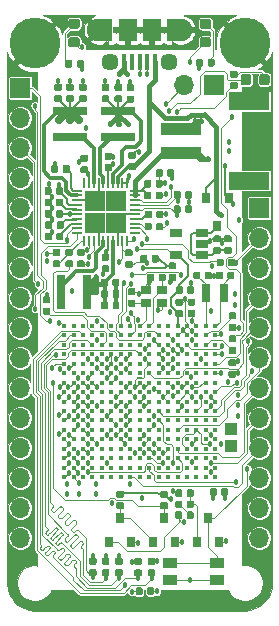
<source format=gtl>
G04 #@! TF.GenerationSoftware,KiCad,Pcbnew,5.1.4-e60b266~84~ubuntu19.04.1*
G04 #@! TF.CreationDate,2019-10-25T13:04:57-07:00*
G04 #@! TF.ProjectId,ATSAMA5D27-1G,41545341-4d41-4354-9432-372d31472e6b,rev?*
G04 #@! TF.SameCoordinates,Original*
G04 #@! TF.FileFunction,Copper,L1,Top*
G04 #@! TF.FilePolarity,Positive*
%FSLAX46Y46*%
G04 Gerber Fmt 4.6, Leading zero omitted, Abs format (unit mm)*
G04 Created by KiCad (PCBNEW 5.1.4-e60b266~84~ubuntu19.04.1) date 2019-10-25 13:04:57*
%MOMM*%
%LPD*%
G04 APERTURE LIST*
%ADD10C,0.150000*%
%ADD11C,0.100000*%
%ADD12C,0.390000*%
%ADD13C,0.590000*%
%ADD14C,4.300000*%
%ADD15R,0.800000X0.900000*%
%ADD16R,1.500000X1.900000*%
%ADD17C,1.450000*%
%ADD18R,0.400000X1.350000*%
%ADD19O,1.900000X1.900000*%
%ADD20C,1.900000*%
%ADD21R,1.200000X1.900000*%
%ADD22O,1.700000X1.700000*%
%ADD23R,1.700000X1.700000*%
%ADD24R,3.400000X1.500000*%
%ADD25R,3.500000X1.000000*%
%ADD26O,0.850000X0.200000*%
%ADD27O,0.200000X0.850000*%
%ADD28R,1.800000X1.800000*%
%ADD29R,0.800000X1.500000*%
%ADD30R,0.900000X0.800000*%
%ADD31R,2.900000X0.800000*%
%ADD32R,0.800000X2.900000*%
%ADD33R,1.198880X0.899160*%
%ADD34C,0.875000*%
%ADD35R,1.060000X0.650000*%
%ADD36R,1.000000X1.000000*%
%ADD37C,0.457200*%
%ADD38C,0.304800*%
%ADD39C,0.114300*%
%ADD40C,0.203200*%
%ADD41C,0.457200*%
%ADD42C,0.152400*%
%ADD43C,0.381000*%
%ADD44C,0.635000*%
%ADD45C,0.088900*%
G04 APERTURE END LIST*
D10*
G36*
X134879260Y-101038820D02*
G01*
X135336460Y-101038820D01*
X135336460Y-101140420D01*
X134879260Y-101140420D01*
X134879260Y-101038820D01*
G37*
D11*
X135341540Y-101089620D03*
X134887261Y-101089620D03*
D12*
X141524520Y-109489380D03*
X141524520Y-108689380D03*
X141524520Y-107889380D03*
X141524520Y-107089380D03*
X141524520Y-106289380D03*
X141524520Y-105489380D03*
X141524520Y-104689380D03*
X141524520Y-103889380D03*
X141524520Y-103089380D03*
X141524520Y-102289380D03*
X141524520Y-101489380D03*
X141524520Y-100689380D03*
X141524520Y-99889380D03*
X141524520Y-99089380D03*
X141524520Y-98289380D03*
X141524520Y-97489380D03*
X141524520Y-96689380D03*
X140724520Y-109489380D03*
X140724520Y-108689380D03*
X140724520Y-107889380D03*
X140724520Y-107089380D03*
X140724520Y-106289380D03*
X140724520Y-105489380D03*
X140724520Y-104689380D03*
X140724520Y-103889380D03*
X140724520Y-103089380D03*
X140724520Y-102289380D03*
X140724520Y-101489380D03*
X140724520Y-100689380D03*
X140724520Y-99889380D03*
X140724520Y-99089380D03*
X140724520Y-98289380D03*
X140724520Y-97489380D03*
X140724520Y-96689380D03*
X139924520Y-109489380D03*
X139924520Y-108689380D03*
X139924520Y-107889380D03*
X139924520Y-107089380D03*
X139924520Y-106289380D03*
X139924520Y-105489380D03*
X139924520Y-104689380D03*
X139924520Y-103889380D03*
X139924520Y-103089380D03*
X139924520Y-102289380D03*
X139924520Y-101489380D03*
X139924520Y-100689380D03*
X139924520Y-99889380D03*
X139924520Y-99089380D03*
X139924520Y-98289380D03*
X139924520Y-97489380D03*
X139924520Y-96689380D03*
X139124520Y-109489380D03*
X139124520Y-108689380D03*
X139124520Y-107889380D03*
X139124520Y-107089380D03*
X139124520Y-106289380D03*
X139124520Y-105489380D03*
X139124520Y-104689380D03*
X139124520Y-103889380D03*
X139124520Y-103089380D03*
X139124520Y-102289380D03*
X139124520Y-101489380D03*
X139124520Y-100689380D03*
X139124520Y-99889380D03*
X139124520Y-99089380D03*
X139124520Y-98289380D03*
X139124520Y-97489380D03*
X139124520Y-96689380D03*
X138324520Y-109489380D03*
X138324520Y-108689380D03*
X138324520Y-107889380D03*
X138324520Y-107089380D03*
X138324520Y-106289380D03*
X138324520Y-105489380D03*
X138324520Y-104689380D03*
X138324520Y-103889380D03*
X138324520Y-103089380D03*
X138324520Y-102289380D03*
X138324520Y-101489380D03*
X138324520Y-100689380D03*
X138324520Y-99889380D03*
X138324520Y-99089380D03*
X138324520Y-98289380D03*
X138324520Y-97489380D03*
X138324520Y-96689380D03*
X137524520Y-109489380D03*
X137524520Y-108689380D03*
X137524520Y-107889380D03*
X137524520Y-107089380D03*
X137524520Y-106289380D03*
X137524520Y-105489380D03*
X137524520Y-104689380D03*
X137524520Y-103889380D03*
X137524520Y-103089380D03*
X137524520Y-102289380D03*
X137524520Y-101489380D03*
X137524520Y-100689380D03*
X137524520Y-99889380D03*
X137524520Y-99089380D03*
X137524520Y-98289380D03*
X137524520Y-97489380D03*
X137524520Y-96689380D03*
X136724520Y-109489380D03*
X136724520Y-108689380D03*
X136724520Y-107889380D03*
X136724520Y-107089380D03*
X136724520Y-106289380D03*
X136724520Y-105489380D03*
X136724520Y-104689380D03*
X136724520Y-103889380D03*
X136724520Y-103089380D03*
X136724520Y-102289380D03*
X136724520Y-101489380D03*
X136724520Y-100689380D03*
X136724520Y-99889380D03*
X136724520Y-99089380D03*
X136724520Y-98289380D03*
X136724520Y-97489380D03*
X136724520Y-96689380D03*
X135924520Y-109489380D03*
X135924520Y-108689380D03*
X135924520Y-107889380D03*
X135924520Y-107089380D03*
X135924520Y-106289380D03*
X135924520Y-105489380D03*
X135924520Y-104689380D03*
X135924520Y-103889380D03*
X135924520Y-103089380D03*
X135924520Y-102289380D03*
X135924520Y-101489380D03*
X135924520Y-100689380D03*
X135924520Y-99889380D03*
X135924520Y-99089380D03*
X135924520Y-98289380D03*
X135924520Y-97489380D03*
X135924520Y-96689380D03*
X135124520Y-109489380D03*
X135124520Y-108689380D03*
X135124520Y-107889380D03*
X135124520Y-107089380D03*
X135124520Y-106289380D03*
X135124520Y-105489380D03*
X135124520Y-104689380D03*
X135124520Y-103889380D03*
X135124520Y-103089380D03*
X135124520Y-102289380D03*
X135124520Y-101489380D03*
X135124520Y-100689380D03*
X135124520Y-99889380D03*
X135124520Y-99089380D03*
X135124520Y-98289380D03*
X135124520Y-97489380D03*
X135124520Y-96689380D03*
X134324520Y-109489380D03*
X134324520Y-108689380D03*
X134324520Y-107889380D03*
X134324520Y-107089380D03*
X134324520Y-106289380D03*
X134324520Y-105489380D03*
X134324520Y-104689380D03*
X134324520Y-103889380D03*
X134324520Y-103089380D03*
X134324520Y-102289380D03*
X134324520Y-101489380D03*
X134324520Y-100689380D03*
X134324520Y-99889380D03*
X134324520Y-99089380D03*
X134324520Y-98289380D03*
X134324520Y-97489380D03*
X134324520Y-96689380D03*
X133524520Y-109489380D03*
X133524520Y-108689380D03*
X133524520Y-107889380D03*
X133524520Y-107089380D03*
X133524520Y-106289380D03*
X133524520Y-105489380D03*
X133524520Y-104689380D03*
X133524520Y-103889380D03*
X133524520Y-103089380D03*
X133524520Y-102289380D03*
X133524520Y-101489380D03*
X133524520Y-100689380D03*
X133524520Y-99889380D03*
X133524520Y-99089380D03*
X133524520Y-98289380D03*
X133524520Y-97489380D03*
X133524520Y-96689380D03*
X132724520Y-109489380D03*
X132724520Y-108689380D03*
X132724520Y-107889380D03*
X132724520Y-107089380D03*
X132724520Y-106289380D03*
X132724520Y-105489380D03*
X132724520Y-104689380D03*
X132724520Y-103889380D03*
X132724520Y-103089380D03*
X132724520Y-102289380D03*
X132724520Y-101489380D03*
X132724520Y-100689380D03*
X132724520Y-99889380D03*
X132724520Y-99089380D03*
X132724520Y-98289380D03*
X132724520Y-97489380D03*
X132724520Y-96689380D03*
X131924520Y-109489380D03*
X131924520Y-108689380D03*
X131924520Y-107889380D03*
X131924520Y-107089380D03*
X131924520Y-106289380D03*
X131924520Y-105489380D03*
X131924520Y-104689380D03*
X131924520Y-103889380D03*
X131924520Y-103089380D03*
X131924520Y-102289380D03*
X131924520Y-101489380D03*
X131924520Y-100689380D03*
X131924520Y-99889380D03*
X131924520Y-99089380D03*
X131924520Y-98289380D03*
X131924520Y-97489380D03*
X131924520Y-96689380D03*
X131124520Y-109489380D03*
X131124520Y-108689380D03*
X131124520Y-107889380D03*
X131124520Y-107089380D03*
X131124520Y-106289380D03*
X131124520Y-105489380D03*
X131124520Y-104689380D03*
X131124520Y-103889380D03*
X131124520Y-103089380D03*
X131124520Y-102289380D03*
X131124520Y-101489380D03*
X131124520Y-100689380D03*
X131124520Y-99889380D03*
X131124520Y-99089380D03*
X131124520Y-98289380D03*
X131124520Y-97489380D03*
X131124520Y-96689380D03*
X130324520Y-109489380D03*
X130324520Y-108689380D03*
X130324520Y-107889380D03*
X130324520Y-107089380D03*
X130324520Y-106289380D03*
X130324520Y-105489380D03*
X130324520Y-104689380D03*
X130324520Y-103889380D03*
X130324520Y-103089380D03*
X130324520Y-102289380D03*
X130324520Y-101489380D03*
X130324520Y-100689380D03*
X130324520Y-99889380D03*
X130324520Y-99089380D03*
X130324520Y-98289380D03*
X130324520Y-97489380D03*
X130324520Y-96689380D03*
X129524520Y-109489380D03*
X129524520Y-108689380D03*
X129524520Y-107889380D03*
X129524520Y-107089380D03*
X129524520Y-106289380D03*
X129524520Y-105489380D03*
X129524520Y-104689380D03*
X129524520Y-103889380D03*
X129524520Y-103089380D03*
X129524520Y-102289380D03*
X129524520Y-101489380D03*
X129524520Y-100689380D03*
X129524520Y-99889380D03*
X129524520Y-99089380D03*
X129524520Y-98289380D03*
X129524520Y-97489380D03*
X129524520Y-96689380D03*
X128724520Y-109489380D03*
X128724520Y-108689380D03*
X128724520Y-107889380D03*
X128724520Y-107089380D03*
X128724520Y-106289380D03*
X128724520Y-105489380D03*
X128724520Y-104689380D03*
X128724520Y-103889380D03*
X128724520Y-103089380D03*
X128724520Y-102289380D03*
X128724520Y-101489380D03*
X128724520Y-100689380D03*
X128724520Y-99889380D03*
X128724520Y-99089380D03*
X128724520Y-98289380D03*
X128724520Y-97489380D03*
X128724520Y-96689380D03*
D10*
G36*
X127568578Y-87836650D02*
G01*
X127582896Y-87838774D01*
X127596937Y-87842291D01*
X127610566Y-87847168D01*
X127623651Y-87853357D01*
X127636067Y-87860798D01*
X127647693Y-87869421D01*
X127658418Y-87879142D01*
X127668139Y-87889867D01*
X127676762Y-87901493D01*
X127684203Y-87913909D01*
X127690392Y-87926994D01*
X127695269Y-87940623D01*
X127698786Y-87954664D01*
X127700910Y-87968982D01*
X127701620Y-87983440D01*
X127701620Y-88328440D01*
X127700910Y-88342898D01*
X127698786Y-88357216D01*
X127695269Y-88371257D01*
X127690392Y-88384886D01*
X127684203Y-88397971D01*
X127676762Y-88410387D01*
X127668139Y-88422013D01*
X127658418Y-88432738D01*
X127647693Y-88442459D01*
X127636067Y-88451082D01*
X127623651Y-88458523D01*
X127610566Y-88464712D01*
X127596937Y-88469589D01*
X127582896Y-88473106D01*
X127568578Y-88475230D01*
X127554120Y-88475940D01*
X127259120Y-88475940D01*
X127244662Y-88475230D01*
X127230344Y-88473106D01*
X127216303Y-88469589D01*
X127202674Y-88464712D01*
X127189589Y-88458523D01*
X127177173Y-88451082D01*
X127165547Y-88442459D01*
X127154822Y-88432738D01*
X127145101Y-88422013D01*
X127136478Y-88410387D01*
X127129037Y-88397971D01*
X127122848Y-88384886D01*
X127117971Y-88371257D01*
X127114454Y-88357216D01*
X127112330Y-88342898D01*
X127111620Y-88328440D01*
X127111620Y-87983440D01*
X127112330Y-87968982D01*
X127114454Y-87954664D01*
X127117971Y-87940623D01*
X127122848Y-87926994D01*
X127129037Y-87913909D01*
X127136478Y-87901493D01*
X127145101Y-87889867D01*
X127154822Y-87879142D01*
X127165547Y-87869421D01*
X127177173Y-87860798D01*
X127189589Y-87853357D01*
X127202674Y-87847168D01*
X127216303Y-87842291D01*
X127230344Y-87838774D01*
X127244662Y-87836650D01*
X127259120Y-87835940D01*
X127554120Y-87835940D01*
X127568578Y-87836650D01*
X127568578Y-87836650D01*
G37*
D13*
X127406620Y-88155940D03*
D10*
G36*
X128538578Y-87836650D02*
G01*
X128552896Y-87838774D01*
X128566937Y-87842291D01*
X128580566Y-87847168D01*
X128593651Y-87853357D01*
X128606067Y-87860798D01*
X128617693Y-87869421D01*
X128628418Y-87879142D01*
X128638139Y-87889867D01*
X128646762Y-87901493D01*
X128654203Y-87913909D01*
X128660392Y-87926994D01*
X128665269Y-87940623D01*
X128668786Y-87954664D01*
X128670910Y-87968982D01*
X128671620Y-87983440D01*
X128671620Y-88328440D01*
X128670910Y-88342898D01*
X128668786Y-88357216D01*
X128665269Y-88371257D01*
X128660392Y-88384886D01*
X128654203Y-88397971D01*
X128646762Y-88410387D01*
X128638139Y-88422013D01*
X128628418Y-88432738D01*
X128617693Y-88442459D01*
X128606067Y-88451082D01*
X128593651Y-88458523D01*
X128580566Y-88464712D01*
X128566937Y-88469589D01*
X128552896Y-88473106D01*
X128538578Y-88475230D01*
X128524120Y-88475940D01*
X128229120Y-88475940D01*
X128214662Y-88475230D01*
X128200344Y-88473106D01*
X128186303Y-88469589D01*
X128172674Y-88464712D01*
X128159589Y-88458523D01*
X128147173Y-88451082D01*
X128135547Y-88442459D01*
X128124822Y-88432738D01*
X128115101Y-88422013D01*
X128106478Y-88410387D01*
X128099037Y-88397971D01*
X128092848Y-88384886D01*
X128087971Y-88371257D01*
X128084454Y-88357216D01*
X128082330Y-88342898D01*
X128081620Y-88328440D01*
X128081620Y-87983440D01*
X128082330Y-87968982D01*
X128084454Y-87954664D01*
X128087971Y-87940623D01*
X128092848Y-87926994D01*
X128099037Y-87913909D01*
X128106478Y-87901493D01*
X128115101Y-87889867D01*
X128124822Y-87879142D01*
X128135547Y-87869421D01*
X128147173Y-87860798D01*
X128159589Y-87853357D01*
X128172674Y-87847168D01*
X128186303Y-87842291D01*
X128200344Y-87838774D01*
X128214662Y-87836650D01*
X128229120Y-87835940D01*
X128524120Y-87835940D01*
X128538578Y-87836650D01*
X128538578Y-87836650D01*
G37*
D13*
X128376620Y-88155940D03*
D14*
X144018080Y-72750840D03*
X126238080Y-72750840D03*
D15*
X141699060Y-88243420D03*
X140749060Y-85843420D03*
X142649060Y-85843420D03*
D16*
X134124520Y-71624380D03*
D17*
X137624520Y-74324380D03*
D18*
X135774520Y-74324380D03*
X136424520Y-74324380D03*
X133824520Y-74324380D03*
X134474520Y-74324380D03*
X135124520Y-74324380D03*
D17*
X132624520Y-74324380D03*
D16*
X136124520Y-71624380D03*
D19*
X138624520Y-71624380D03*
D20*
X131624520Y-71624380D03*
D21*
X132224520Y-71624380D03*
X138024520Y-71624380D03*
D22*
X125006180Y-114646380D03*
X125006180Y-112106380D03*
X125006180Y-109566380D03*
X125006180Y-107026380D03*
X125006180Y-104486380D03*
X125006180Y-101946380D03*
X125006180Y-99406380D03*
X125006180Y-96866380D03*
X125006180Y-94326380D03*
X125006180Y-91786380D03*
X125006180Y-89246380D03*
X125006180Y-86706380D03*
X125006180Y-84166380D03*
X125006180Y-81626380D03*
X125006180Y-79086380D03*
D23*
X125006180Y-76546380D03*
X145242360Y-86708140D03*
D22*
X145242360Y-89248140D03*
X145242360Y-91788140D03*
X145242360Y-94328140D03*
X145242360Y-96868140D03*
X145242360Y-99408140D03*
X145242360Y-101948140D03*
X145242360Y-104488140D03*
X145242360Y-107028140D03*
X145242360Y-109568140D03*
X145242360Y-112108140D03*
X145242360Y-114648140D03*
D24*
X144391460Y-77676420D03*
X144391460Y-84376420D03*
D25*
X138641460Y-80026420D03*
X138641460Y-82026420D03*
D26*
X129794620Y-85236466D03*
X129794620Y-85636466D03*
X129794620Y-86036466D03*
X129794620Y-86436466D03*
X129794620Y-86836466D03*
X129794620Y-87236466D03*
X129794620Y-87636466D03*
X129794620Y-88036466D03*
X129794620Y-88436466D03*
X129794620Y-88836466D03*
D27*
X130444620Y-89486466D03*
X130844620Y-89486466D03*
X131244620Y-89486466D03*
X131644620Y-89486466D03*
X132044620Y-89486466D03*
X132444620Y-89486466D03*
X132844620Y-89486466D03*
X133244620Y-89486466D03*
X133644620Y-89486466D03*
X134044620Y-89486466D03*
D26*
X134694620Y-88836466D03*
X134694620Y-88436466D03*
X134694620Y-88036466D03*
X134694620Y-87636466D03*
X134694620Y-87236466D03*
X134694620Y-86836466D03*
X134694620Y-86436466D03*
X134694620Y-86036466D03*
X134694620Y-85636466D03*
X134694620Y-85236466D03*
D27*
X134044620Y-84586466D03*
X133644620Y-84586466D03*
X133244620Y-84586466D03*
X132844620Y-84586466D03*
X132444620Y-84586466D03*
X132044620Y-84586466D03*
X131644620Y-84586466D03*
X131244620Y-84586466D03*
X130844620Y-84586466D03*
X130444620Y-84586466D03*
D28*
X133144620Y-87936466D03*
X133144620Y-86136466D03*
X131344620Y-87936466D03*
X131344620Y-86136466D03*
D29*
X142230680Y-93937760D03*
X140730680Y-93937760D03*
D30*
X135617935Y-94769308D03*
X137017935Y-94769308D03*
X137017935Y-93669308D03*
X135617935Y-93669308D03*
D31*
X129227660Y-78475820D03*
X129227660Y-80675820D03*
X133317060Y-80675820D03*
X133317060Y-78475820D03*
D32*
X128432460Y-93799820D03*
X130632460Y-93799820D03*
D22*
X138905060Y-76299220D03*
D23*
X141445060Y-76299220D03*
D10*
G36*
X138594718Y-111476430D02*
G01*
X138609036Y-111478554D01*
X138623077Y-111482071D01*
X138636706Y-111486948D01*
X138649791Y-111493137D01*
X138662207Y-111500578D01*
X138673833Y-111509201D01*
X138684558Y-111518922D01*
X138694279Y-111529647D01*
X138702902Y-111541273D01*
X138710343Y-111553689D01*
X138716532Y-111566774D01*
X138721409Y-111580403D01*
X138724926Y-111594444D01*
X138727050Y-111608762D01*
X138727760Y-111623220D01*
X138727760Y-111968220D01*
X138727050Y-111982678D01*
X138724926Y-111996996D01*
X138721409Y-112011037D01*
X138716532Y-112024666D01*
X138710343Y-112037751D01*
X138702902Y-112050167D01*
X138694279Y-112061793D01*
X138684558Y-112072518D01*
X138673833Y-112082239D01*
X138662207Y-112090862D01*
X138649791Y-112098303D01*
X138636706Y-112104492D01*
X138623077Y-112109369D01*
X138609036Y-112112886D01*
X138594718Y-112115010D01*
X138580260Y-112115720D01*
X138285260Y-112115720D01*
X138270802Y-112115010D01*
X138256484Y-112112886D01*
X138242443Y-112109369D01*
X138228814Y-112104492D01*
X138215729Y-112098303D01*
X138203313Y-112090862D01*
X138191687Y-112082239D01*
X138180962Y-112072518D01*
X138171241Y-112061793D01*
X138162618Y-112050167D01*
X138155177Y-112037751D01*
X138148988Y-112024666D01*
X138144111Y-112011037D01*
X138140594Y-111996996D01*
X138138470Y-111982678D01*
X138137760Y-111968220D01*
X138137760Y-111623220D01*
X138138470Y-111608762D01*
X138140594Y-111594444D01*
X138144111Y-111580403D01*
X138148988Y-111566774D01*
X138155177Y-111553689D01*
X138162618Y-111541273D01*
X138171241Y-111529647D01*
X138180962Y-111518922D01*
X138191687Y-111509201D01*
X138203313Y-111500578D01*
X138215729Y-111493137D01*
X138228814Y-111486948D01*
X138242443Y-111482071D01*
X138256484Y-111478554D01*
X138270802Y-111476430D01*
X138285260Y-111475720D01*
X138580260Y-111475720D01*
X138594718Y-111476430D01*
X138594718Y-111476430D01*
G37*
D13*
X138432760Y-111795720D03*
D10*
G36*
X139564718Y-111476430D02*
G01*
X139579036Y-111478554D01*
X139593077Y-111482071D01*
X139606706Y-111486948D01*
X139619791Y-111493137D01*
X139632207Y-111500578D01*
X139643833Y-111509201D01*
X139654558Y-111518922D01*
X139664279Y-111529647D01*
X139672902Y-111541273D01*
X139680343Y-111553689D01*
X139686532Y-111566774D01*
X139691409Y-111580403D01*
X139694926Y-111594444D01*
X139697050Y-111608762D01*
X139697760Y-111623220D01*
X139697760Y-111968220D01*
X139697050Y-111982678D01*
X139694926Y-111996996D01*
X139691409Y-112011037D01*
X139686532Y-112024666D01*
X139680343Y-112037751D01*
X139672902Y-112050167D01*
X139664279Y-112061793D01*
X139654558Y-112072518D01*
X139643833Y-112082239D01*
X139632207Y-112090862D01*
X139619791Y-112098303D01*
X139606706Y-112104492D01*
X139593077Y-112109369D01*
X139579036Y-112112886D01*
X139564718Y-112115010D01*
X139550260Y-112115720D01*
X139255260Y-112115720D01*
X139240802Y-112115010D01*
X139226484Y-112112886D01*
X139212443Y-112109369D01*
X139198814Y-112104492D01*
X139185729Y-112098303D01*
X139173313Y-112090862D01*
X139161687Y-112082239D01*
X139150962Y-112072518D01*
X139141241Y-112061793D01*
X139132618Y-112050167D01*
X139125177Y-112037751D01*
X139118988Y-112024666D01*
X139114111Y-112011037D01*
X139110594Y-111996996D01*
X139108470Y-111982678D01*
X139107760Y-111968220D01*
X139107760Y-111623220D01*
X139108470Y-111608762D01*
X139110594Y-111594444D01*
X139114111Y-111580403D01*
X139118988Y-111566774D01*
X139125177Y-111553689D01*
X139132618Y-111541273D01*
X139141241Y-111529647D01*
X139150962Y-111518922D01*
X139161687Y-111509201D01*
X139173313Y-111500578D01*
X139185729Y-111493137D01*
X139198814Y-111486948D01*
X139212443Y-111482071D01*
X139226484Y-111478554D01*
X139240802Y-111476430D01*
X139255260Y-111475720D01*
X139550260Y-111475720D01*
X139564718Y-111476430D01*
X139564718Y-111476430D01*
G37*
D13*
X139402760Y-111795720D03*
D10*
G36*
X134672418Y-82913450D02*
G01*
X134686736Y-82915574D01*
X134700777Y-82919091D01*
X134714406Y-82923968D01*
X134727491Y-82930157D01*
X134739907Y-82937598D01*
X134751533Y-82946221D01*
X134762258Y-82955942D01*
X134771979Y-82966667D01*
X134780602Y-82978293D01*
X134788043Y-82990709D01*
X134794232Y-83003794D01*
X134799109Y-83017423D01*
X134802626Y-83031464D01*
X134804750Y-83045782D01*
X134805460Y-83060240D01*
X134805460Y-83355240D01*
X134804750Y-83369698D01*
X134802626Y-83384016D01*
X134799109Y-83398057D01*
X134794232Y-83411686D01*
X134788043Y-83424771D01*
X134780602Y-83437187D01*
X134771979Y-83448813D01*
X134762258Y-83459538D01*
X134751533Y-83469259D01*
X134739907Y-83477882D01*
X134727491Y-83485323D01*
X134714406Y-83491512D01*
X134700777Y-83496389D01*
X134686736Y-83499906D01*
X134672418Y-83502030D01*
X134657960Y-83502740D01*
X134312960Y-83502740D01*
X134298502Y-83502030D01*
X134284184Y-83499906D01*
X134270143Y-83496389D01*
X134256514Y-83491512D01*
X134243429Y-83485323D01*
X134231013Y-83477882D01*
X134219387Y-83469259D01*
X134208662Y-83459538D01*
X134198941Y-83448813D01*
X134190318Y-83437187D01*
X134182877Y-83424771D01*
X134176688Y-83411686D01*
X134171811Y-83398057D01*
X134168294Y-83384016D01*
X134166170Y-83369698D01*
X134165460Y-83355240D01*
X134165460Y-83060240D01*
X134166170Y-83045782D01*
X134168294Y-83031464D01*
X134171811Y-83017423D01*
X134176688Y-83003794D01*
X134182877Y-82990709D01*
X134190318Y-82978293D01*
X134198941Y-82966667D01*
X134208662Y-82955942D01*
X134219387Y-82946221D01*
X134231013Y-82937598D01*
X134243429Y-82930157D01*
X134256514Y-82923968D01*
X134270143Y-82919091D01*
X134284184Y-82915574D01*
X134298502Y-82913450D01*
X134312960Y-82912740D01*
X134657960Y-82912740D01*
X134672418Y-82913450D01*
X134672418Y-82913450D01*
G37*
D13*
X134485460Y-83207740D03*
D10*
G36*
X134672418Y-81943450D02*
G01*
X134686736Y-81945574D01*
X134700777Y-81949091D01*
X134714406Y-81953968D01*
X134727491Y-81960157D01*
X134739907Y-81967598D01*
X134751533Y-81976221D01*
X134762258Y-81985942D01*
X134771979Y-81996667D01*
X134780602Y-82008293D01*
X134788043Y-82020709D01*
X134794232Y-82033794D01*
X134799109Y-82047423D01*
X134802626Y-82061464D01*
X134804750Y-82075782D01*
X134805460Y-82090240D01*
X134805460Y-82385240D01*
X134804750Y-82399698D01*
X134802626Y-82414016D01*
X134799109Y-82428057D01*
X134794232Y-82441686D01*
X134788043Y-82454771D01*
X134780602Y-82467187D01*
X134771979Y-82478813D01*
X134762258Y-82489538D01*
X134751533Y-82499259D01*
X134739907Y-82507882D01*
X134727491Y-82515323D01*
X134714406Y-82521512D01*
X134700777Y-82526389D01*
X134686736Y-82529906D01*
X134672418Y-82532030D01*
X134657960Y-82532740D01*
X134312960Y-82532740D01*
X134298502Y-82532030D01*
X134284184Y-82529906D01*
X134270143Y-82526389D01*
X134256514Y-82521512D01*
X134243429Y-82515323D01*
X134231013Y-82507882D01*
X134219387Y-82499259D01*
X134208662Y-82489538D01*
X134198941Y-82478813D01*
X134190318Y-82467187D01*
X134182877Y-82454771D01*
X134176688Y-82441686D01*
X134171811Y-82428057D01*
X134168294Y-82414016D01*
X134166170Y-82399698D01*
X134165460Y-82385240D01*
X134165460Y-82090240D01*
X134166170Y-82075782D01*
X134168294Y-82061464D01*
X134171811Y-82047423D01*
X134176688Y-82033794D01*
X134182877Y-82020709D01*
X134190318Y-82008293D01*
X134198941Y-81996667D01*
X134208662Y-81985942D01*
X134219387Y-81976221D01*
X134231013Y-81967598D01*
X134243429Y-81960157D01*
X134256514Y-81953968D01*
X134270143Y-81949091D01*
X134284184Y-81945574D01*
X134298502Y-81943450D01*
X134312960Y-81942740D01*
X134657960Y-81942740D01*
X134672418Y-81943450D01*
X134672418Y-81943450D01*
G37*
D13*
X134485460Y-82237740D03*
D10*
G36*
X129049218Y-83072330D02*
G01*
X129063536Y-83074454D01*
X129077577Y-83077971D01*
X129091206Y-83082848D01*
X129104291Y-83089037D01*
X129116707Y-83096478D01*
X129128333Y-83105101D01*
X129139058Y-83114822D01*
X129148779Y-83125547D01*
X129157402Y-83137173D01*
X129164843Y-83149589D01*
X129171032Y-83162674D01*
X129175909Y-83176303D01*
X129179426Y-83190344D01*
X129181550Y-83204662D01*
X129182260Y-83219120D01*
X129182260Y-83564120D01*
X129181550Y-83578578D01*
X129179426Y-83592896D01*
X129175909Y-83606937D01*
X129171032Y-83620566D01*
X129164843Y-83633651D01*
X129157402Y-83646067D01*
X129148779Y-83657693D01*
X129139058Y-83668418D01*
X129128333Y-83678139D01*
X129116707Y-83686762D01*
X129104291Y-83694203D01*
X129091206Y-83700392D01*
X129077577Y-83705269D01*
X129063536Y-83708786D01*
X129049218Y-83710910D01*
X129034760Y-83711620D01*
X128739760Y-83711620D01*
X128725302Y-83710910D01*
X128710984Y-83708786D01*
X128696943Y-83705269D01*
X128683314Y-83700392D01*
X128670229Y-83694203D01*
X128657813Y-83686762D01*
X128646187Y-83678139D01*
X128635462Y-83668418D01*
X128625741Y-83657693D01*
X128617118Y-83646067D01*
X128609677Y-83633651D01*
X128603488Y-83620566D01*
X128598611Y-83606937D01*
X128595094Y-83592896D01*
X128592970Y-83578578D01*
X128592260Y-83564120D01*
X128592260Y-83219120D01*
X128592970Y-83204662D01*
X128595094Y-83190344D01*
X128598611Y-83176303D01*
X128603488Y-83162674D01*
X128609677Y-83149589D01*
X128617118Y-83137173D01*
X128625741Y-83125547D01*
X128635462Y-83114822D01*
X128646187Y-83105101D01*
X128657813Y-83096478D01*
X128670229Y-83089037D01*
X128683314Y-83082848D01*
X128696943Y-83077971D01*
X128710984Y-83074454D01*
X128725302Y-83072330D01*
X128739760Y-83071620D01*
X129034760Y-83071620D01*
X129049218Y-83072330D01*
X129049218Y-83072330D01*
G37*
D13*
X128887260Y-83391620D03*
D10*
G36*
X128079218Y-83072330D02*
G01*
X128093536Y-83074454D01*
X128107577Y-83077971D01*
X128121206Y-83082848D01*
X128134291Y-83089037D01*
X128146707Y-83096478D01*
X128158333Y-83105101D01*
X128169058Y-83114822D01*
X128178779Y-83125547D01*
X128187402Y-83137173D01*
X128194843Y-83149589D01*
X128201032Y-83162674D01*
X128205909Y-83176303D01*
X128209426Y-83190344D01*
X128211550Y-83204662D01*
X128212260Y-83219120D01*
X128212260Y-83564120D01*
X128211550Y-83578578D01*
X128209426Y-83592896D01*
X128205909Y-83606937D01*
X128201032Y-83620566D01*
X128194843Y-83633651D01*
X128187402Y-83646067D01*
X128178779Y-83657693D01*
X128169058Y-83668418D01*
X128158333Y-83678139D01*
X128146707Y-83686762D01*
X128134291Y-83694203D01*
X128121206Y-83700392D01*
X128107577Y-83705269D01*
X128093536Y-83708786D01*
X128079218Y-83710910D01*
X128064760Y-83711620D01*
X127769760Y-83711620D01*
X127755302Y-83710910D01*
X127740984Y-83708786D01*
X127726943Y-83705269D01*
X127713314Y-83700392D01*
X127700229Y-83694203D01*
X127687813Y-83686762D01*
X127676187Y-83678139D01*
X127665462Y-83668418D01*
X127655741Y-83657693D01*
X127647118Y-83646067D01*
X127639677Y-83633651D01*
X127633488Y-83620566D01*
X127628611Y-83606937D01*
X127625094Y-83592896D01*
X127622970Y-83578578D01*
X127622260Y-83564120D01*
X127622260Y-83219120D01*
X127622970Y-83204662D01*
X127625094Y-83190344D01*
X127628611Y-83176303D01*
X127633488Y-83162674D01*
X127639677Y-83149589D01*
X127647118Y-83137173D01*
X127655741Y-83125547D01*
X127665462Y-83114822D01*
X127676187Y-83105101D01*
X127687813Y-83096478D01*
X127700229Y-83089037D01*
X127713314Y-83082848D01*
X127726943Y-83077971D01*
X127740984Y-83074454D01*
X127755302Y-83072330D01*
X127769760Y-83071620D01*
X128064760Y-83071620D01*
X128079218Y-83072330D01*
X128079218Y-83072330D01*
G37*
D13*
X127917260Y-83391620D03*
D10*
G36*
X130613498Y-82208930D02*
G01*
X130627816Y-82211054D01*
X130641857Y-82214571D01*
X130655486Y-82219448D01*
X130668571Y-82225637D01*
X130680987Y-82233078D01*
X130692613Y-82241701D01*
X130703338Y-82251422D01*
X130713059Y-82262147D01*
X130721682Y-82273773D01*
X130729123Y-82286189D01*
X130735312Y-82299274D01*
X130740189Y-82312903D01*
X130743706Y-82326944D01*
X130745830Y-82341262D01*
X130746540Y-82355720D01*
X130746540Y-82650720D01*
X130745830Y-82665178D01*
X130743706Y-82679496D01*
X130740189Y-82693537D01*
X130735312Y-82707166D01*
X130729123Y-82720251D01*
X130721682Y-82732667D01*
X130713059Y-82744293D01*
X130703338Y-82755018D01*
X130692613Y-82764739D01*
X130680987Y-82773362D01*
X130668571Y-82780803D01*
X130655486Y-82786992D01*
X130641857Y-82791869D01*
X130627816Y-82795386D01*
X130613498Y-82797510D01*
X130599040Y-82798220D01*
X130254040Y-82798220D01*
X130239582Y-82797510D01*
X130225264Y-82795386D01*
X130211223Y-82791869D01*
X130197594Y-82786992D01*
X130184509Y-82780803D01*
X130172093Y-82773362D01*
X130160467Y-82764739D01*
X130149742Y-82755018D01*
X130140021Y-82744293D01*
X130131398Y-82732667D01*
X130123957Y-82720251D01*
X130117768Y-82707166D01*
X130112891Y-82693537D01*
X130109374Y-82679496D01*
X130107250Y-82665178D01*
X130106540Y-82650720D01*
X130106540Y-82355720D01*
X130107250Y-82341262D01*
X130109374Y-82326944D01*
X130112891Y-82312903D01*
X130117768Y-82299274D01*
X130123957Y-82286189D01*
X130131398Y-82273773D01*
X130140021Y-82262147D01*
X130149742Y-82251422D01*
X130160467Y-82241701D01*
X130172093Y-82233078D01*
X130184509Y-82225637D01*
X130197594Y-82219448D01*
X130211223Y-82214571D01*
X130225264Y-82211054D01*
X130239582Y-82208930D01*
X130254040Y-82208220D01*
X130599040Y-82208220D01*
X130613498Y-82208930D01*
X130613498Y-82208930D01*
G37*
D13*
X130426540Y-82503220D03*
D10*
G36*
X130613498Y-83178930D02*
G01*
X130627816Y-83181054D01*
X130641857Y-83184571D01*
X130655486Y-83189448D01*
X130668571Y-83195637D01*
X130680987Y-83203078D01*
X130692613Y-83211701D01*
X130703338Y-83221422D01*
X130713059Y-83232147D01*
X130721682Y-83243773D01*
X130729123Y-83256189D01*
X130735312Y-83269274D01*
X130740189Y-83282903D01*
X130743706Y-83296944D01*
X130745830Y-83311262D01*
X130746540Y-83325720D01*
X130746540Y-83620720D01*
X130745830Y-83635178D01*
X130743706Y-83649496D01*
X130740189Y-83663537D01*
X130735312Y-83677166D01*
X130729123Y-83690251D01*
X130721682Y-83702667D01*
X130713059Y-83714293D01*
X130703338Y-83725018D01*
X130692613Y-83734739D01*
X130680987Y-83743362D01*
X130668571Y-83750803D01*
X130655486Y-83756992D01*
X130641857Y-83761869D01*
X130627816Y-83765386D01*
X130613498Y-83767510D01*
X130599040Y-83768220D01*
X130254040Y-83768220D01*
X130239582Y-83767510D01*
X130225264Y-83765386D01*
X130211223Y-83761869D01*
X130197594Y-83756992D01*
X130184509Y-83750803D01*
X130172093Y-83743362D01*
X130160467Y-83734739D01*
X130149742Y-83725018D01*
X130140021Y-83714293D01*
X130131398Y-83702667D01*
X130123957Y-83690251D01*
X130117768Y-83677166D01*
X130112891Y-83663537D01*
X130109374Y-83649496D01*
X130107250Y-83635178D01*
X130106540Y-83620720D01*
X130106540Y-83325720D01*
X130107250Y-83311262D01*
X130109374Y-83296944D01*
X130112891Y-83282903D01*
X130117768Y-83269274D01*
X130123957Y-83256189D01*
X130131398Y-83243773D01*
X130140021Y-83232147D01*
X130149742Y-83221422D01*
X130160467Y-83211701D01*
X130172093Y-83203078D01*
X130184509Y-83195637D01*
X130197594Y-83189448D01*
X130211223Y-83184571D01*
X130225264Y-83181054D01*
X130239582Y-83178930D01*
X130254040Y-83178220D01*
X130599040Y-83178220D01*
X130613498Y-83178930D01*
X130613498Y-83178930D01*
G37*
D13*
X130426540Y-83473220D03*
D10*
G36*
X128528418Y-88791690D02*
G01*
X128542736Y-88793814D01*
X128556777Y-88797331D01*
X128570406Y-88802208D01*
X128583491Y-88808397D01*
X128595907Y-88815838D01*
X128607533Y-88824461D01*
X128618258Y-88834182D01*
X128627979Y-88844907D01*
X128636602Y-88856533D01*
X128644043Y-88868949D01*
X128650232Y-88882034D01*
X128655109Y-88895663D01*
X128658626Y-88909704D01*
X128660750Y-88924022D01*
X128661460Y-88938480D01*
X128661460Y-89283480D01*
X128660750Y-89297938D01*
X128658626Y-89312256D01*
X128655109Y-89326297D01*
X128650232Y-89339926D01*
X128644043Y-89353011D01*
X128636602Y-89365427D01*
X128627979Y-89377053D01*
X128618258Y-89387778D01*
X128607533Y-89397499D01*
X128595907Y-89406122D01*
X128583491Y-89413563D01*
X128570406Y-89419752D01*
X128556777Y-89424629D01*
X128542736Y-89428146D01*
X128528418Y-89430270D01*
X128513960Y-89430980D01*
X128218960Y-89430980D01*
X128204502Y-89430270D01*
X128190184Y-89428146D01*
X128176143Y-89424629D01*
X128162514Y-89419752D01*
X128149429Y-89413563D01*
X128137013Y-89406122D01*
X128125387Y-89397499D01*
X128114662Y-89387778D01*
X128104941Y-89377053D01*
X128096318Y-89365427D01*
X128088877Y-89353011D01*
X128082688Y-89339926D01*
X128077811Y-89326297D01*
X128074294Y-89312256D01*
X128072170Y-89297938D01*
X128071460Y-89283480D01*
X128071460Y-88938480D01*
X128072170Y-88924022D01*
X128074294Y-88909704D01*
X128077811Y-88895663D01*
X128082688Y-88882034D01*
X128088877Y-88868949D01*
X128096318Y-88856533D01*
X128104941Y-88844907D01*
X128114662Y-88834182D01*
X128125387Y-88824461D01*
X128137013Y-88815838D01*
X128149429Y-88808397D01*
X128162514Y-88802208D01*
X128176143Y-88797331D01*
X128190184Y-88793814D01*
X128204502Y-88791690D01*
X128218960Y-88790980D01*
X128513960Y-88790980D01*
X128528418Y-88791690D01*
X128528418Y-88791690D01*
G37*
D13*
X128366460Y-89110980D03*
D10*
G36*
X127558418Y-88791690D02*
G01*
X127572736Y-88793814D01*
X127586777Y-88797331D01*
X127600406Y-88802208D01*
X127613491Y-88808397D01*
X127625907Y-88815838D01*
X127637533Y-88824461D01*
X127648258Y-88834182D01*
X127657979Y-88844907D01*
X127666602Y-88856533D01*
X127674043Y-88868949D01*
X127680232Y-88882034D01*
X127685109Y-88895663D01*
X127688626Y-88909704D01*
X127690750Y-88924022D01*
X127691460Y-88938480D01*
X127691460Y-89283480D01*
X127690750Y-89297938D01*
X127688626Y-89312256D01*
X127685109Y-89326297D01*
X127680232Y-89339926D01*
X127674043Y-89353011D01*
X127666602Y-89365427D01*
X127657979Y-89377053D01*
X127648258Y-89387778D01*
X127637533Y-89397499D01*
X127625907Y-89406122D01*
X127613491Y-89413563D01*
X127600406Y-89419752D01*
X127586777Y-89424629D01*
X127572736Y-89428146D01*
X127558418Y-89430270D01*
X127543960Y-89430980D01*
X127248960Y-89430980D01*
X127234502Y-89430270D01*
X127220184Y-89428146D01*
X127206143Y-89424629D01*
X127192514Y-89419752D01*
X127179429Y-89413563D01*
X127167013Y-89406122D01*
X127155387Y-89397499D01*
X127144662Y-89387778D01*
X127134941Y-89377053D01*
X127126318Y-89365427D01*
X127118877Y-89353011D01*
X127112688Y-89339926D01*
X127107811Y-89326297D01*
X127104294Y-89312256D01*
X127102170Y-89297938D01*
X127101460Y-89283480D01*
X127101460Y-88938480D01*
X127102170Y-88924022D01*
X127104294Y-88909704D01*
X127107811Y-88895663D01*
X127112688Y-88882034D01*
X127118877Y-88868949D01*
X127126318Y-88856533D01*
X127134941Y-88844907D01*
X127144662Y-88834182D01*
X127155387Y-88824461D01*
X127167013Y-88815838D01*
X127179429Y-88808397D01*
X127192514Y-88802208D01*
X127206143Y-88797331D01*
X127220184Y-88793814D01*
X127234502Y-88791690D01*
X127248960Y-88790980D01*
X127543960Y-88790980D01*
X127558418Y-88791690D01*
X127558418Y-88791690D01*
G37*
D13*
X127396460Y-89110980D03*
D10*
G36*
X132411818Y-91552130D02*
G01*
X132426136Y-91554254D01*
X132440177Y-91557771D01*
X132453806Y-91562648D01*
X132466891Y-91568837D01*
X132479307Y-91576278D01*
X132490933Y-91584901D01*
X132501658Y-91594622D01*
X132511379Y-91605347D01*
X132520002Y-91616973D01*
X132527443Y-91629389D01*
X132533632Y-91642474D01*
X132538509Y-91656103D01*
X132542026Y-91670144D01*
X132544150Y-91684462D01*
X132544860Y-91698920D01*
X132544860Y-91993920D01*
X132544150Y-92008378D01*
X132542026Y-92022696D01*
X132538509Y-92036737D01*
X132533632Y-92050366D01*
X132527443Y-92063451D01*
X132520002Y-92075867D01*
X132511379Y-92087493D01*
X132501658Y-92098218D01*
X132490933Y-92107939D01*
X132479307Y-92116562D01*
X132466891Y-92124003D01*
X132453806Y-92130192D01*
X132440177Y-92135069D01*
X132426136Y-92138586D01*
X132411818Y-92140710D01*
X132397360Y-92141420D01*
X132052360Y-92141420D01*
X132037902Y-92140710D01*
X132023584Y-92138586D01*
X132009543Y-92135069D01*
X131995914Y-92130192D01*
X131982829Y-92124003D01*
X131970413Y-92116562D01*
X131958787Y-92107939D01*
X131948062Y-92098218D01*
X131938341Y-92087493D01*
X131929718Y-92075867D01*
X131922277Y-92063451D01*
X131916088Y-92050366D01*
X131911211Y-92036737D01*
X131907694Y-92022696D01*
X131905570Y-92008378D01*
X131904860Y-91993920D01*
X131904860Y-91698920D01*
X131905570Y-91684462D01*
X131907694Y-91670144D01*
X131911211Y-91656103D01*
X131916088Y-91642474D01*
X131922277Y-91629389D01*
X131929718Y-91616973D01*
X131938341Y-91605347D01*
X131948062Y-91594622D01*
X131958787Y-91584901D01*
X131970413Y-91576278D01*
X131982829Y-91568837D01*
X131995914Y-91562648D01*
X132009543Y-91557771D01*
X132023584Y-91554254D01*
X132037902Y-91552130D01*
X132052360Y-91551420D01*
X132397360Y-91551420D01*
X132411818Y-91552130D01*
X132411818Y-91552130D01*
G37*
D13*
X132224860Y-91846420D03*
D10*
G36*
X132411818Y-90582130D02*
G01*
X132426136Y-90584254D01*
X132440177Y-90587771D01*
X132453806Y-90592648D01*
X132466891Y-90598837D01*
X132479307Y-90606278D01*
X132490933Y-90614901D01*
X132501658Y-90624622D01*
X132511379Y-90635347D01*
X132520002Y-90646973D01*
X132527443Y-90659389D01*
X132533632Y-90672474D01*
X132538509Y-90686103D01*
X132542026Y-90700144D01*
X132544150Y-90714462D01*
X132544860Y-90728920D01*
X132544860Y-91023920D01*
X132544150Y-91038378D01*
X132542026Y-91052696D01*
X132538509Y-91066737D01*
X132533632Y-91080366D01*
X132527443Y-91093451D01*
X132520002Y-91105867D01*
X132511379Y-91117493D01*
X132501658Y-91128218D01*
X132490933Y-91137939D01*
X132479307Y-91146562D01*
X132466891Y-91154003D01*
X132453806Y-91160192D01*
X132440177Y-91165069D01*
X132426136Y-91168586D01*
X132411818Y-91170710D01*
X132397360Y-91171420D01*
X132052360Y-91171420D01*
X132037902Y-91170710D01*
X132023584Y-91168586D01*
X132009543Y-91165069D01*
X131995914Y-91160192D01*
X131982829Y-91154003D01*
X131970413Y-91146562D01*
X131958787Y-91137939D01*
X131948062Y-91128218D01*
X131938341Y-91117493D01*
X131929718Y-91105867D01*
X131922277Y-91093451D01*
X131916088Y-91080366D01*
X131911211Y-91066737D01*
X131907694Y-91052696D01*
X131905570Y-91038378D01*
X131904860Y-91023920D01*
X131904860Y-90728920D01*
X131905570Y-90714462D01*
X131907694Y-90700144D01*
X131911211Y-90686103D01*
X131916088Y-90672474D01*
X131922277Y-90659389D01*
X131929718Y-90646973D01*
X131938341Y-90635347D01*
X131948062Y-90624622D01*
X131958787Y-90614901D01*
X131970413Y-90606278D01*
X131982829Y-90598837D01*
X131995914Y-90592648D01*
X132009543Y-90587771D01*
X132023584Y-90584254D01*
X132037902Y-90582130D01*
X132052360Y-90581420D01*
X132397360Y-90581420D01*
X132411818Y-90582130D01*
X132411818Y-90582130D01*
G37*
D13*
X132224860Y-90876420D03*
D10*
G36*
X129405978Y-77149750D02*
G01*
X129420296Y-77151874D01*
X129434337Y-77155391D01*
X129447966Y-77160268D01*
X129461051Y-77166457D01*
X129473467Y-77173898D01*
X129485093Y-77182521D01*
X129495818Y-77192242D01*
X129505539Y-77202967D01*
X129514162Y-77214593D01*
X129521603Y-77227009D01*
X129527792Y-77240094D01*
X129532669Y-77253723D01*
X129536186Y-77267764D01*
X129538310Y-77282082D01*
X129539020Y-77296540D01*
X129539020Y-77591540D01*
X129538310Y-77605998D01*
X129536186Y-77620316D01*
X129532669Y-77634357D01*
X129527792Y-77647986D01*
X129521603Y-77661071D01*
X129514162Y-77673487D01*
X129505539Y-77685113D01*
X129495818Y-77695838D01*
X129485093Y-77705559D01*
X129473467Y-77714182D01*
X129461051Y-77721623D01*
X129447966Y-77727812D01*
X129434337Y-77732689D01*
X129420296Y-77736206D01*
X129405978Y-77738330D01*
X129391520Y-77739040D01*
X129046520Y-77739040D01*
X129032062Y-77738330D01*
X129017744Y-77736206D01*
X129003703Y-77732689D01*
X128990074Y-77727812D01*
X128976989Y-77721623D01*
X128964573Y-77714182D01*
X128952947Y-77705559D01*
X128942222Y-77695838D01*
X128932501Y-77685113D01*
X128923878Y-77673487D01*
X128916437Y-77661071D01*
X128910248Y-77647986D01*
X128905371Y-77634357D01*
X128901854Y-77620316D01*
X128899730Y-77605998D01*
X128899020Y-77591540D01*
X128899020Y-77296540D01*
X128899730Y-77282082D01*
X128901854Y-77267764D01*
X128905371Y-77253723D01*
X128910248Y-77240094D01*
X128916437Y-77227009D01*
X128923878Y-77214593D01*
X128932501Y-77202967D01*
X128942222Y-77192242D01*
X128952947Y-77182521D01*
X128964573Y-77173898D01*
X128976989Y-77166457D01*
X128990074Y-77160268D01*
X129003703Y-77155391D01*
X129017744Y-77151874D01*
X129032062Y-77149750D01*
X129046520Y-77149040D01*
X129391520Y-77149040D01*
X129405978Y-77149750D01*
X129405978Y-77149750D01*
G37*
D13*
X129219020Y-77444040D03*
D10*
G36*
X129405978Y-76179750D02*
G01*
X129420296Y-76181874D01*
X129434337Y-76185391D01*
X129447966Y-76190268D01*
X129461051Y-76196457D01*
X129473467Y-76203898D01*
X129485093Y-76212521D01*
X129495818Y-76222242D01*
X129505539Y-76232967D01*
X129514162Y-76244593D01*
X129521603Y-76257009D01*
X129527792Y-76270094D01*
X129532669Y-76283723D01*
X129536186Y-76297764D01*
X129538310Y-76312082D01*
X129539020Y-76326540D01*
X129539020Y-76621540D01*
X129538310Y-76635998D01*
X129536186Y-76650316D01*
X129532669Y-76664357D01*
X129527792Y-76677986D01*
X129521603Y-76691071D01*
X129514162Y-76703487D01*
X129505539Y-76715113D01*
X129495818Y-76725838D01*
X129485093Y-76735559D01*
X129473467Y-76744182D01*
X129461051Y-76751623D01*
X129447966Y-76757812D01*
X129434337Y-76762689D01*
X129420296Y-76766206D01*
X129405978Y-76768330D01*
X129391520Y-76769040D01*
X129046520Y-76769040D01*
X129032062Y-76768330D01*
X129017744Y-76766206D01*
X129003703Y-76762689D01*
X128990074Y-76757812D01*
X128976989Y-76751623D01*
X128964573Y-76744182D01*
X128952947Y-76735559D01*
X128942222Y-76725838D01*
X128932501Y-76715113D01*
X128923878Y-76703487D01*
X128916437Y-76691071D01*
X128910248Y-76677986D01*
X128905371Y-76664357D01*
X128901854Y-76650316D01*
X128899730Y-76635998D01*
X128899020Y-76621540D01*
X128899020Y-76326540D01*
X128899730Y-76312082D01*
X128901854Y-76297764D01*
X128905371Y-76283723D01*
X128910248Y-76270094D01*
X128916437Y-76257009D01*
X128923878Y-76244593D01*
X128932501Y-76232967D01*
X128942222Y-76222242D01*
X128952947Y-76212521D01*
X128964573Y-76203898D01*
X128976989Y-76196457D01*
X128990074Y-76190268D01*
X129003703Y-76185391D01*
X129017744Y-76181874D01*
X129032062Y-76179750D01*
X129046520Y-76179040D01*
X129391520Y-76179040D01*
X129405978Y-76179750D01*
X129405978Y-76179750D01*
G37*
D13*
X129219020Y-76474040D03*
D10*
G36*
X132403178Y-77175150D02*
G01*
X132417496Y-77177274D01*
X132431537Y-77180791D01*
X132445166Y-77185668D01*
X132458251Y-77191857D01*
X132470667Y-77199298D01*
X132482293Y-77207921D01*
X132493018Y-77217642D01*
X132502739Y-77228367D01*
X132511362Y-77239993D01*
X132518803Y-77252409D01*
X132524992Y-77265494D01*
X132529869Y-77279123D01*
X132533386Y-77293164D01*
X132535510Y-77307482D01*
X132536220Y-77321940D01*
X132536220Y-77616940D01*
X132535510Y-77631398D01*
X132533386Y-77645716D01*
X132529869Y-77659757D01*
X132524992Y-77673386D01*
X132518803Y-77686471D01*
X132511362Y-77698887D01*
X132502739Y-77710513D01*
X132493018Y-77721238D01*
X132482293Y-77730959D01*
X132470667Y-77739582D01*
X132458251Y-77747023D01*
X132445166Y-77753212D01*
X132431537Y-77758089D01*
X132417496Y-77761606D01*
X132403178Y-77763730D01*
X132388720Y-77764440D01*
X132043720Y-77764440D01*
X132029262Y-77763730D01*
X132014944Y-77761606D01*
X132000903Y-77758089D01*
X131987274Y-77753212D01*
X131974189Y-77747023D01*
X131961773Y-77739582D01*
X131950147Y-77730959D01*
X131939422Y-77721238D01*
X131929701Y-77710513D01*
X131921078Y-77698887D01*
X131913637Y-77686471D01*
X131907448Y-77673386D01*
X131902571Y-77659757D01*
X131899054Y-77645716D01*
X131896930Y-77631398D01*
X131896220Y-77616940D01*
X131896220Y-77321940D01*
X131896930Y-77307482D01*
X131899054Y-77293164D01*
X131902571Y-77279123D01*
X131907448Y-77265494D01*
X131913637Y-77252409D01*
X131921078Y-77239993D01*
X131929701Y-77228367D01*
X131939422Y-77217642D01*
X131950147Y-77207921D01*
X131961773Y-77199298D01*
X131974189Y-77191857D01*
X131987274Y-77185668D01*
X132000903Y-77180791D01*
X132014944Y-77177274D01*
X132029262Y-77175150D01*
X132043720Y-77174440D01*
X132388720Y-77174440D01*
X132403178Y-77175150D01*
X132403178Y-77175150D01*
G37*
D13*
X132216220Y-77469440D03*
D10*
G36*
X132403178Y-76205150D02*
G01*
X132417496Y-76207274D01*
X132431537Y-76210791D01*
X132445166Y-76215668D01*
X132458251Y-76221857D01*
X132470667Y-76229298D01*
X132482293Y-76237921D01*
X132493018Y-76247642D01*
X132502739Y-76258367D01*
X132511362Y-76269993D01*
X132518803Y-76282409D01*
X132524992Y-76295494D01*
X132529869Y-76309123D01*
X132533386Y-76323164D01*
X132535510Y-76337482D01*
X132536220Y-76351940D01*
X132536220Y-76646940D01*
X132535510Y-76661398D01*
X132533386Y-76675716D01*
X132529869Y-76689757D01*
X132524992Y-76703386D01*
X132518803Y-76716471D01*
X132511362Y-76728887D01*
X132502739Y-76740513D01*
X132493018Y-76751238D01*
X132482293Y-76760959D01*
X132470667Y-76769582D01*
X132458251Y-76777023D01*
X132445166Y-76783212D01*
X132431537Y-76788089D01*
X132417496Y-76791606D01*
X132403178Y-76793730D01*
X132388720Y-76794440D01*
X132043720Y-76794440D01*
X132029262Y-76793730D01*
X132014944Y-76791606D01*
X132000903Y-76788089D01*
X131987274Y-76783212D01*
X131974189Y-76777023D01*
X131961773Y-76769582D01*
X131950147Y-76760959D01*
X131939422Y-76751238D01*
X131929701Y-76740513D01*
X131921078Y-76728887D01*
X131913637Y-76716471D01*
X131907448Y-76703386D01*
X131902571Y-76689757D01*
X131899054Y-76675716D01*
X131896930Y-76661398D01*
X131896220Y-76646940D01*
X131896220Y-76351940D01*
X131896930Y-76337482D01*
X131899054Y-76323164D01*
X131902571Y-76309123D01*
X131907448Y-76295494D01*
X131913637Y-76282409D01*
X131921078Y-76269993D01*
X131929701Y-76258367D01*
X131939422Y-76247642D01*
X131950147Y-76237921D01*
X131961773Y-76229298D01*
X131974189Y-76221857D01*
X131987274Y-76215668D01*
X132000903Y-76210791D01*
X132014944Y-76207274D01*
X132029262Y-76205150D01*
X132043720Y-76204440D01*
X132388720Y-76204440D01*
X132403178Y-76205150D01*
X132403178Y-76205150D01*
G37*
D13*
X132216220Y-76499440D03*
D10*
G36*
X132308218Y-93658330D02*
G01*
X132322536Y-93660454D01*
X132336577Y-93663971D01*
X132350206Y-93668848D01*
X132363291Y-93675037D01*
X132375707Y-93682478D01*
X132387333Y-93691101D01*
X132398058Y-93700822D01*
X132407779Y-93711547D01*
X132416402Y-93723173D01*
X132423843Y-93735589D01*
X132430032Y-93748674D01*
X132434909Y-93762303D01*
X132438426Y-93776344D01*
X132440550Y-93790662D01*
X132441260Y-93805120D01*
X132441260Y-94150120D01*
X132440550Y-94164578D01*
X132438426Y-94178896D01*
X132434909Y-94192937D01*
X132430032Y-94206566D01*
X132423843Y-94219651D01*
X132416402Y-94232067D01*
X132407779Y-94243693D01*
X132398058Y-94254418D01*
X132387333Y-94264139D01*
X132375707Y-94272762D01*
X132363291Y-94280203D01*
X132350206Y-94286392D01*
X132336577Y-94291269D01*
X132322536Y-94294786D01*
X132308218Y-94296910D01*
X132293760Y-94297620D01*
X131998760Y-94297620D01*
X131984302Y-94296910D01*
X131969984Y-94294786D01*
X131955943Y-94291269D01*
X131942314Y-94286392D01*
X131929229Y-94280203D01*
X131916813Y-94272762D01*
X131905187Y-94264139D01*
X131894462Y-94254418D01*
X131884741Y-94243693D01*
X131876118Y-94232067D01*
X131868677Y-94219651D01*
X131862488Y-94206566D01*
X131857611Y-94192937D01*
X131854094Y-94178896D01*
X131851970Y-94164578D01*
X131851260Y-94150120D01*
X131851260Y-93805120D01*
X131851970Y-93790662D01*
X131854094Y-93776344D01*
X131857611Y-93762303D01*
X131862488Y-93748674D01*
X131868677Y-93735589D01*
X131876118Y-93723173D01*
X131884741Y-93711547D01*
X131894462Y-93700822D01*
X131905187Y-93691101D01*
X131916813Y-93682478D01*
X131929229Y-93675037D01*
X131942314Y-93668848D01*
X131955943Y-93663971D01*
X131969984Y-93660454D01*
X131984302Y-93658330D01*
X131998760Y-93657620D01*
X132293760Y-93657620D01*
X132308218Y-93658330D01*
X132308218Y-93658330D01*
G37*
D13*
X132146260Y-93977620D03*
D10*
G36*
X133278218Y-93658330D02*
G01*
X133292536Y-93660454D01*
X133306577Y-93663971D01*
X133320206Y-93668848D01*
X133333291Y-93675037D01*
X133345707Y-93682478D01*
X133357333Y-93691101D01*
X133368058Y-93700822D01*
X133377779Y-93711547D01*
X133386402Y-93723173D01*
X133393843Y-93735589D01*
X133400032Y-93748674D01*
X133404909Y-93762303D01*
X133408426Y-93776344D01*
X133410550Y-93790662D01*
X133411260Y-93805120D01*
X133411260Y-94150120D01*
X133410550Y-94164578D01*
X133408426Y-94178896D01*
X133404909Y-94192937D01*
X133400032Y-94206566D01*
X133393843Y-94219651D01*
X133386402Y-94232067D01*
X133377779Y-94243693D01*
X133368058Y-94254418D01*
X133357333Y-94264139D01*
X133345707Y-94272762D01*
X133333291Y-94280203D01*
X133320206Y-94286392D01*
X133306577Y-94291269D01*
X133292536Y-94294786D01*
X133278218Y-94296910D01*
X133263760Y-94297620D01*
X132968760Y-94297620D01*
X132954302Y-94296910D01*
X132939984Y-94294786D01*
X132925943Y-94291269D01*
X132912314Y-94286392D01*
X132899229Y-94280203D01*
X132886813Y-94272762D01*
X132875187Y-94264139D01*
X132864462Y-94254418D01*
X132854741Y-94243693D01*
X132846118Y-94232067D01*
X132838677Y-94219651D01*
X132832488Y-94206566D01*
X132827611Y-94192937D01*
X132824094Y-94178896D01*
X132821970Y-94164578D01*
X132821260Y-94150120D01*
X132821260Y-93805120D01*
X132821970Y-93790662D01*
X132824094Y-93776344D01*
X132827611Y-93762303D01*
X132832488Y-93748674D01*
X132838677Y-93735589D01*
X132846118Y-93723173D01*
X132854741Y-93711547D01*
X132864462Y-93700822D01*
X132875187Y-93691101D01*
X132886813Y-93682478D01*
X132899229Y-93675037D01*
X132912314Y-93668848D01*
X132925943Y-93663971D01*
X132939984Y-93660454D01*
X132954302Y-93658330D01*
X132968760Y-93657620D01*
X133263760Y-93657620D01*
X133278218Y-93658330D01*
X133278218Y-93658330D01*
G37*
D13*
X133116260Y-93977620D03*
D10*
G36*
X136930738Y-85322050D02*
G01*
X136945056Y-85324174D01*
X136959097Y-85327691D01*
X136972726Y-85332568D01*
X136985811Y-85338757D01*
X136998227Y-85346198D01*
X137009853Y-85354821D01*
X137020578Y-85364542D01*
X137030299Y-85375267D01*
X137038922Y-85386893D01*
X137046363Y-85399309D01*
X137052552Y-85412394D01*
X137057429Y-85426023D01*
X137060946Y-85440064D01*
X137063070Y-85454382D01*
X137063780Y-85468840D01*
X137063780Y-85813840D01*
X137063070Y-85828298D01*
X137060946Y-85842616D01*
X137057429Y-85856657D01*
X137052552Y-85870286D01*
X137046363Y-85883371D01*
X137038922Y-85895787D01*
X137030299Y-85907413D01*
X137020578Y-85918138D01*
X137009853Y-85927859D01*
X136998227Y-85936482D01*
X136985811Y-85943923D01*
X136972726Y-85950112D01*
X136959097Y-85954989D01*
X136945056Y-85958506D01*
X136930738Y-85960630D01*
X136916280Y-85961340D01*
X136621280Y-85961340D01*
X136606822Y-85960630D01*
X136592504Y-85958506D01*
X136578463Y-85954989D01*
X136564834Y-85950112D01*
X136551749Y-85943923D01*
X136539333Y-85936482D01*
X136527707Y-85927859D01*
X136516982Y-85918138D01*
X136507261Y-85907413D01*
X136498638Y-85895787D01*
X136491197Y-85883371D01*
X136485008Y-85870286D01*
X136480131Y-85856657D01*
X136476614Y-85842616D01*
X136474490Y-85828298D01*
X136473780Y-85813840D01*
X136473780Y-85468840D01*
X136474490Y-85454382D01*
X136476614Y-85440064D01*
X136480131Y-85426023D01*
X136485008Y-85412394D01*
X136491197Y-85399309D01*
X136498638Y-85386893D01*
X136507261Y-85375267D01*
X136516982Y-85364542D01*
X136527707Y-85354821D01*
X136539333Y-85346198D01*
X136551749Y-85338757D01*
X136564834Y-85332568D01*
X136578463Y-85327691D01*
X136592504Y-85324174D01*
X136606822Y-85322050D01*
X136621280Y-85321340D01*
X136916280Y-85321340D01*
X136930738Y-85322050D01*
X136930738Y-85322050D01*
G37*
D13*
X136768780Y-85641340D03*
D10*
G36*
X135960738Y-85322050D02*
G01*
X135975056Y-85324174D01*
X135989097Y-85327691D01*
X136002726Y-85332568D01*
X136015811Y-85338757D01*
X136028227Y-85346198D01*
X136039853Y-85354821D01*
X136050578Y-85364542D01*
X136060299Y-85375267D01*
X136068922Y-85386893D01*
X136076363Y-85399309D01*
X136082552Y-85412394D01*
X136087429Y-85426023D01*
X136090946Y-85440064D01*
X136093070Y-85454382D01*
X136093780Y-85468840D01*
X136093780Y-85813840D01*
X136093070Y-85828298D01*
X136090946Y-85842616D01*
X136087429Y-85856657D01*
X136082552Y-85870286D01*
X136076363Y-85883371D01*
X136068922Y-85895787D01*
X136060299Y-85907413D01*
X136050578Y-85918138D01*
X136039853Y-85927859D01*
X136028227Y-85936482D01*
X136015811Y-85943923D01*
X136002726Y-85950112D01*
X135989097Y-85954989D01*
X135975056Y-85958506D01*
X135960738Y-85960630D01*
X135946280Y-85961340D01*
X135651280Y-85961340D01*
X135636822Y-85960630D01*
X135622504Y-85958506D01*
X135608463Y-85954989D01*
X135594834Y-85950112D01*
X135581749Y-85943923D01*
X135569333Y-85936482D01*
X135557707Y-85927859D01*
X135546982Y-85918138D01*
X135537261Y-85907413D01*
X135528638Y-85895787D01*
X135521197Y-85883371D01*
X135515008Y-85870286D01*
X135510131Y-85856657D01*
X135506614Y-85842616D01*
X135504490Y-85828298D01*
X135503780Y-85813840D01*
X135503780Y-85468840D01*
X135504490Y-85454382D01*
X135506614Y-85440064D01*
X135510131Y-85426023D01*
X135515008Y-85412394D01*
X135521197Y-85399309D01*
X135528638Y-85386893D01*
X135537261Y-85375267D01*
X135546982Y-85364542D01*
X135557707Y-85354821D01*
X135569333Y-85346198D01*
X135581749Y-85338757D01*
X135594834Y-85332568D01*
X135608463Y-85327691D01*
X135622504Y-85324174D01*
X135636822Y-85322050D01*
X135651280Y-85321340D01*
X135946280Y-85321340D01*
X135960738Y-85322050D01*
X135960738Y-85322050D01*
G37*
D13*
X135798780Y-85641340D03*
D10*
G36*
X128497938Y-85906250D02*
G01*
X128512256Y-85908374D01*
X128526297Y-85911891D01*
X128539926Y-85916768D01*
X128553011Y-85922957D01*
X128565427Y-85930398D01*
X128577053Y-85939021D01*
X128587778Y-85948742D01*
X128597499Y-85959467D01*
X128606122Y-85971093D01*
X128613563Y-85983509D01*
X128619752Y-85996594D01*
X128624629Y-86010223D01*
X128628146Y-86024264D01*
X128630270Y-86038582D01*
X128630980Y-86053040D01*
X128630980Y-86398040D01*
X128630270Y-86412498D01*
X128628146Y-86426816D01*
X128624629Y-86440857D01*
X128619752Y-86454486D01*
X128613563Y-86467571D01*
X128606122Y-86479987D01*
X128597499Y-86491613D01*
X128587778Y-86502338D01*
X128577053Y-86512059D01*
X128565427Y-86520682D01*
X128553011Y-86528123D01*
X128539926Y-86534312D01*
X128526297Y-86539189D01*
X128512256Y-86542706D01*
X128497938Y-86544830D01*
X128483480Y-86545540D01*
X128188480Y-86545540D01*
X128174022Y-86544830D01*
X128159704Y-86542706D01*
X128145663Y-86539189D01*
X128132034Y-86534312D01*
X128118949Y-86528123D01*
X128106533Y-86520682D01*
X128094907Y-86512059D01*
X128084182Y-86502338D01*
X128074461Y-86491613D01*
X128065838Y-86479987D01*
X128058397Y-86467571D01*
X128052208Y-86454486D01*
X128047331Y-86440857D01*
X128043814Y-86426816D01*
X128041690Y-86412498D01*
X128040980Y-86398040D01*
X128040980Y-86053040D01*
X128041690Y-86038582D01*
X128043814Y-86024264D01*
X128047331Y-86010223D01*
X128052208Y-85996594D01*
X128058397Y-85983509D01*
X128065838Y-85971093D01*
X128074461Y-85959467D01*
X128084182Y-85948742D01*
X128094907Y-85939021D01*
X128106533Y-85930398D01*
X128118949Y-85922957D01*
X128132034Y-85916768D01*
X128145663Y-85911891D01*
X128159704Y-85908374D01*
X128174022Y-85906250D01*
X128188480Y-85905540D01*
X128483480Y-85905540D01*
X128497938Y-85906250D01*
X128497938Y-85906250D01*
G37*
D13*
X128335980Y-86225540D03*
D10*
G36*
X127527938Y-85906250D02*
G01*
X127542256Y-85908374D01*
X127556297Y-85911891D01*
X127569926Y-85916768D01*
X127583011Y-85922957D01*
X127595427Y-85930398D01*
X127607053Y-85939021D01*
X127617778Y-85948742D01*
X127627499Y-85959467D01*
X127636122Y-85971093D01*
X127643563Y-85983509D01*
X127649752Y-85996594D01*
X127654629Y-86010223D01*
X127658146Y-86024264D01*
X127660270Y-86038582D01*
X127660980Y-86053040D01*
X127660980Y-86398040D01*
X127660270Y-86412498D01*
X127658146Y-86426816D01*
X127654629Y-86440857D01*
X127649752Y-86454486D01*
X127643563Y-86467571D01*
X127636122Y-86479987D01*
X127627499Y-86491613D01*
X127617778Y-86502338D01*
X127607053Y-86512059D01*
X127595427Y-86520682D01*
X127583011Y-86528123D01*
X127569926Y-86534312D01*
X127556297Y-86539189D01*
X127542256Y-86542706D01*
X127527938Y-86544830D01*
X127513480Y-86545540D01*
X127218480Y-86545540D01*
X127204022Y-86544830D01*
X127189704Y-86542706D01*
X127175663Y-86539189D01*
X127162034Y-86534312D01*
X127148949Y-86528123D01*
X127136533Y-86520682D01*
X127124907Y-86512059D01*
X127114182Y-86502338D01*
X127104461Y-86491613D01*
X127095838Y-86479987D01*
X127088397Y-86467571D01*
X127082208Y-86454486D01*
X127077331Y-86440857D01*
X127073814Y-86426816D01*
X127071690Y-86412498D01*
X127070980Y-86398040D01*
X127070980Y-86053040D01*
X127071690Y-86038582D01*
X127073814Y-86024264D01*
X127077331Y-86010223D01*
X127082208Y-85996594D01*
X127088397Y-85983509D01*
X127095838Y-85971093D01*
X127104461Y-85959467D01*
X127114182Y-85948742D01*
X127124907Y-85939021D01*
X127136533Y-85930398D01*
X127148949Y-85922957D01*
X127162034Y-85916768D01*
X127175663Y-85911891D01*
X127189704Y-85908374D01*
X127204022Y-85906250D01*
X127218480Y-85905540D01*
X127513480Y-85905540D01*
X127527938Y-85906250D01*
X127527938Y-85906250D01*
G37*
D13*
X127365980Y-86225540D03*
D10*
G36*
X127530618Y-86876530D02*
G01*
X127544936Y-86878654D01*
X127558977Y-86882171D01*
X127572606Y-86887048D01*
X127585691Y-86893237D01*
X127598107Y-86900678D01*
X127609733Y-86909301D01*
X127620458Y-86919022D01*
X127630179Y-86929747D01*
X127638802Y-86941373D01*
X127646243Y-86953789D01*
X127652432Y-86966874D01*
X127657309Y-86980503D01*
X127660826Y-86994544D01*
X127662950Y-87008862D01*
X127663660Y-87023320D01*
X127663660Y-87368320D01*
X127662950Y-87382778D01*
X127660826Y-87397096D01*
X127657309Y-87411137D01*
X127652432Y-87424766D01*
X127646243Y-87437851D01*
X127638802Y-87450267D01*
X127630179Y-87461893D01*
X127620458Y-87472618D01*
X127609733Y-87482339D01*
X127598107Y-87490962D01*
X127585691Y-87498403D01*
X127572606Y-87504592D01*
X127558977Y-87509469D01*
X127544936Y-87512986D01*
X127530618Y-87515110D01*
X127516160Y-87515820D01*
X127221160Y-87515820D01*
X127206702Y-87515110D01*
X127192384Y-87512986D01*
X127178343Y-87509469D01*
X127164714Y-87504592D01*
X127151629Y-87498403D01*
X127139213Y-87490962D01*
X127127587Y-87482339D01*
X127116862Y-87472618D01*
X127107141Y-87461893D01*
X127098518Y-87450267D01*
X127091077Y-87437851D01*
X127084888Y-87424766D01*
X127080011Y-87411137D01*
X127076494Y-87397096D01*
X127074370Y-87382778D01*
X127073660Y-87368320D01*
X127073660Y-87023320D01*
X127074370Y-87008862D01*
X127076494Y-86994544D01*
X127080011Y-86980503D01*
X127084888Y-86966874D01*
X127091077Y-86953789D01*
X127098518Y-86941373D01*
X127107141Y-86929747D01*
X127116862Y-86919022D01*
X127127587Y-86909301D01*
X127139213Y-86900678D01*
X127151629Y-86893237D01*
X127164714Y-86887048D01*
X127178343Y-86882171D01*
X127192384Y-86878654D01*
X127206702Y-86876530D01*
X127221160Y-86875820D01*
X127516160Y-86875820D01*
X127530618Y-86876530D01*
X127530618Y-86876530D01*
G37*
D13*
X127368660Y-87195820D03*
D10*
G36*
X128500618Y-86876530D02*
G01*
X128514936Y-86878654D01*
X128528977Y-86882171D01*
X128542606Y-86887048D01*
X128555691Y-86893237D01*
X128568107Y-86900678D01*
X128579733Y-86909301D01*
X128590458Y-86919022D01*
X128600179Y-86929747D01*
X128608802Y-86941373D01*
X128616243Y-86953789D01*
X128622432Y-86966874D01*
X128627309Y-86980503D01*
X128630826Y-86994544D01*
X128632950Y-87008862D01*
X128633660Y-87023320D01*
X128633660Y-87368320D01*
X128632950Y-87382778D01*
X128630826Y-87397096D01*
X128627309Y-87411137D01*
X128622432Y-87424766D01*
X128616243Y-87437851D01*
X128608802Y-87450267D01*
X128600179Y-87461893D01*
X128590458Y-87472618D01*
X128579733Y-87482339D01*
X128568107Y-87490962D01*
X128555691Y-87498403D01*
X128542606Y-87504592D01*
X128528977Y-87509469D01*
X128514936Y-87512986D01*
X128500618Y-87515110D01*
X128486160Y-87515820D01*
X128191160Y-87515820D01*
X128176702Y-87515110D01*
X128162384Y-87512986D01*
X128148343Y-87509469D01*
X128134714Y-87504592D01*
X128121629Y-87498403D01*
X128109213Y-87490962D01*
X128097587Y-87482339D01*
X128086862Y-87472618D01*
X128077141Y-87461893D01*
X128068518Y-87450267D01*
X128061077Y-87437851D01*
X128054888Y-87424766D01*
X128050011Y-87411137D01*
X128046494Y-87397096D01*
X128044370Y-87382778D01*
X128043660Y-87368320D01*
X128043660Y-87023320D01*
X128044370Y-87008862D01*
X128046494Y-86994544D01*
X128050011Y-86980503D01*
X128054888Y-86966874D01*
X128061077Y-86953789D01*
X128068518Y-86941373D01*
X128077141Y-86929747D01*
X128086862Y-86919022D01*
X128097587Y-86909301D01*
X128109213Y-86900678D01*
X128121629Y-86893237D01*
X128134714Y-86887048D01*
X128148343Y-86882171D01*
X128162384Y-86878654D01*
X128176702Y-86876530D01*
X128191160Y-86875820D01*
X128486160Y-86875820D01*
X128500618Y-86876530D01*
X128500618Y-86876530D01*
G37*
D13*
X128338660Y-87195820D03*
D10*
G36*
X130498178Y-77149750D02*
G01*
X130512496Y-77151874D01*
X130526537Y-77155391D01*
X130540166Y-77160268D01*
X130553251Y-77166457D01*
X130565667Y-77173898D01*
X130577293Y-77182521D01*
X130588018Y-77192242D01*
X130597739Y-77202967D01*
X130606362Y-77214593D01*
X130613803Y-77227009D01*
X130619992Y-77240094D01*
X130624869Y-77253723D01*
X130628386Y-77267764D01*
X130630510Y-77282082D01*
X130631220Y-77296540D01*
X130631220Y-77591540D01*
X130630510Y-77605998D01*
X130628386Y-77620316D01*
X130624869Y-77634357D01*
X130619992Y-77647986D01*
X130613803Y-77661071D01*
X130606362Y-77673487D01*
X130597739Y-77685113D01*
X130588018Y-77695838D01*
X130577293Y-77705559D01*
X130565667Y-77714182D01*
X130553251Y-77721623D01*
X130540166Y-77727812D01*
X130526537Y-77732689D01*
X130512496Y-77736206D01*
X130498178Y-77738330D01*
X130483720Y-77739040D01*
X130138720Y-77739040D01*
X130124262Y-77738330D01*
X130109944Y-77736206D01*
X130095903Y-77732689D01*
X130082274Y-77727812D01*
X130069189Y-77721623D01*
X130056773Y-77714182D01*
X130045147Y-77705559D01*
X130034422Y-77695838D01*
X130024701Y-77685113D01*
X130016078Y-77673487D01*
X130008637Y-77661071D01*
X130002448Y-77647986D01*
X129997571Y-77634357D01*
X129994054Y-77620316D01*
X129991930Y-77605998D01*
X129991220Y-77591540D01*
X129991220Y-77296540D01*
X129991930Y-77282082D01*
X129994054Y-77267764D01*
X129997571Y-77253723D01*
X130002448Y-77240094D01*
X130008637Y-77227009D01*
X130016078Y-77214593D01*
X130024701Y-77202967D01*
X130034422Y-77192242D01*
X130045147Y-77182521D01*
X130056773Y-77173898D01*
X130069189Y-77166457D01*
X130082274Y-77160268D01*
X130095903Y-77155391D01*
X130109944Y-77151874D01*
X130124262Y-77149750D01*
X130138720Y-77149040D01*
X130483720Y-77149040D01*
X130498178Y-77149750D01*
X130498178Y-77149750D01*
G37*
D13*
X130311220Y-77444040D03*
D10*
G36*
X130498178Y-76179750D02*
G01*
X130512496Y-76181874D01*
X130526537Y-76185391D01*
X130540166Y-76190268D01*
X130553251Y-76196457D01*
X130565667Y-76203898D01*
X130577293Y-76212521D01*
X130588018Y-76222242D01*
X130597739Y-76232967D01*
X130606362Y-76244593D01*
X130613803Y-76257009D01*
X130619992Y-76270094D01*
X130624869Y-76283723D01*
X130628386Y-76297764D01*
X130630510Y-76312082D01*
X130631220Y-76326540D01*
X130631220Y-76621540D01*
X130630510Y-76635998D01*
X130628386Y-76650316D01*
X130624869Y-76664357D01*
X130619992Y-76677986D01*
X130613803Y-76691071D01*
X130606362Y-76703487D01*
X130597739Y-76715113D01*
X130588018Y-76725838D01*
X130577293Y-76735559D01*
X130565667Y-76744182D01*
X130553251Y-76751623D01*
X130540166Y-76757812D01*
X130526537Y-76762689D01*
X130512496Y-76766206D01*
X130498178Y-76768330D01*
X130483720Y-76769040D01*
X130138720Y-76769040D01*
X130124262Y-76768330D01*
X130109944Y-76766206D01*
X130095903Y-76762689D01*
X130082274Y-76757812D01*
X130069189Y-76751623D01*
X130056773Y-76744182D01*
X130045147Y-76735559D01*
X130034422Y-76725838D01*
X130024701Y-76715113D01*
X130016078Y-76703487D01*
X130008637Y-76691071D01*
X130002448Y-76677986D01*
X129997571Y-76664357D01*
X129994054Y-76650316D01*
X129991930Y-76635998D01*
X129991220Y-76621540D01*
X129991220Y-76326540D01*
X129991930Y-76312082D01*
X129994054Y-76297764D01*
X129997571Y-76283723D01*
X130002448Y-76270094D01*
X130008637Y-76257009D01*
X130016078Y-76244593D01*
X130024701Y-76232967D01*
X130034422Y-76222242D01*
X130045147Y-76212521D01*
X130056773Y-76203898D01*
X130069189Y-76196457D01*
X130082274Y-76190268D01*
X130095903Y-76185391D01*
X130109944Y-76181874D01*
X130124262Y-76179750D01*
X130138720Y-76179040D01*
X130483720Y-76179040D01*
X130498178Y-76179750D01*
X130498178Y-76179750D01*
G37*
D13*
X130311220Y-76474040D03*
D10*
G36*
X133495378Y-76205150D02*
G01*
X133509696Y-76207274D01*
X133523737Y-76210791D01*
X133537366Y-76215668D01*
X133550451Y-76221857D01*
X133562867Y-76229298D01*
X133574493Y-76237921D01*
X133585218Y-76247642D01*
X133594939Y-76258367D01*
X133603562Y-76269993D01*
X133611003Y-76282409D01*
X133617192Y-76295494D01*
X133622069Y-76309123D01*
X133625586Y-76323164D01*
X133627710Y-76337482D01*
X133628420Y-76351940D01*
X133628420Y-76646940D01*
X133627710Y-76661398D01*
X133625586Y-76675716D01*
X133622069Y-76689757D01*
X133617192Y-76703386D01*
X133611003Y-76716471D01*
X133603562Y-76728887D01*
X133594939Y-76740513D01*
X133585218Y-76751238D01*
X133574493Y-76760959D01*
X133562867Y-76769582D01*
X133550451Y-76777023D01*
X133537366Y-76783212D01*
X133523737Y-76788089D01*
X133509696Y-76791606D01*
X133495378Y-76793730D01*
X133480920Y-76794440D01*
X133135920Y-76794440D01*
X133121462Y-76793730D01*
X133107144Y-76791606D01*
X133093103Y-76788089D01*
X133079474Y-76783212D01*
X133066389Y-76777023D01*
X133053973Y-76769582D01*
X133042347Y-76760959D01*
X133031622Y-76751238D01*
X133021901Y-76740513D01*
X133013278Y-76728887D01*
X133005837Y-76716471D01*
X132999648Y-76703386D01*
X132994771Y-76689757D01*
X132991254Y-76675716D01*
X132989130Y-76661398D01*
X132988420Y-76646940D01*
X132988420Y-76351940D01*
X132989130Y-76337482D01*
X132991254Y-76323164D01*
X132994771Y-76309123D01*
X132999648Y-76295494D01*
X133005837Y-76282409D01*
X133013278Y-76269993D01*
X133021901Y-76258367D01*
X133031622Y-76247642D01*
X133042347Y-76237921D01*
X133053973Y-76229298D01*
X133066389Y-76221857D01*
X133079474Y-76215668D01*
X133093103Y-76210791D01*
X133107144Y-76207274D01*
X133121462Y-76205150D01*
X133135920Y-76204440D01*
X133480920Y-76204440D01*
X133495378Y-76205150D01*
X133495378Y-76205150D01*
G37*
D13*
X133308420Y-76499440D03*
D10*
G36*
X133495378Y-77175150D02*
G01*
X133509696Y-77177274D01*
X133523737Y-77180791D01*
X133537366Y-77185668D01*
X133550451Y-77191857D01*
X133562867Y-77199298D01*
X133574493Y-77207921D01*
X133585218Y-77217642D01*
X133594939Y-77228367D01*
X133603562Y-77239993D01*
X133611003Y-77252409D01*
X133617192Y-77265494D01*
X133622069Y-77279123D01*
X133625586Y-77293164D01*
X133627710Y-77307482D01*
X133628420Y-77321940D01*
X133628420Y-77616940D01*
X133627710Y-77631398D01*
X133625586Y-77645716D01*
X133622069Y-77659757D01*
X133617192Y-77673386D01*
X133611003Y-77686471D01*
X133603562Y-77698887D01*
X133594939Y-77710513D01*
X133585218Y-77721238D01*
X133574493Y-77730959D01*
X133562867Y-77739582D01*
X133550451Y-77747023D01*
X133537366Y-77753212D01*
X133523737Y-77758089D01*
X133509696Y-77761606D01*
X133495378Y-77763730D01*
X133480920Y-77764440D01*
X133135920Y-77764440D01*
X133121462Y-77763730D01*
X133107144Y-77761606D01*
X133093103Y-77758089D01*
X133079474Y-77753212D01*
X133066389Y-77747023D01*
X133053973Y-77739582D01*
X133042347Y-77730959D01*
X133031622Y-77721238D01*
X133021901Y-77710513D01*
X133013278Y-77698887D01*
X133005837Y-77686471D01*
X132999648Y-77673386D01*
X132994771Y-77659757D01*
X132991254Y-77645716D01*
X132989130Y-77631398D01*
X132988420Y-77616940D01*
X132988420Y-77321940D01*
X132989130Y-77307482D01*
X132991254Y-77293164D01*
X132994771Y-77279123D01*
X132999648Y-77265494D01*
X133005837Y-77252409D01*
X133013278Y-77239993D01*
X133021901Y-77228367D01*
X133031622Y-77217642D01*
X133042347Y-77207921D01*
X133053973Y-77199298D01*
X133066389Y-77191857D01*
X133079474Y-77185668D01*
X133093103Y-77180791D01*
X133107144Y-77177274D01*
X133121462Y-77175150D01*
X133135920Y-77174440D01*
X133480920Y-77174440D01*
X133495378Y-77175150D01*
X133495378Y-77175150D01*
G37*
D13*
X133308420Y-77469440D03*
D10*
G36*
X132308218Y-94636230D02*
G01*
X132322536Y-94638354D01*
X132336577Y-94641871D01*
X132350206Y-94646748D01*
X132363291Y-94652937D01*
X132375707Y-94660378D01*
X132387333Y-94669001D01*
X132398058Y-94678722D01*
X132407779Y-94689447D01*
X132416402Y-94701073D01*
X132423843Y-94713489D01*
X132430032Y-94726574D01*
X132434909Y-94740203D01*
X132438426Y-94754244D01*
X132440550Y-94768562D01*
X132441260Y-94783020D01*
X132441260Y-95128020D01*
X132440550Y-95142478D01*
X132438426Y-95156796D01*
X132434909Y-95170837D01*
X132430032Y-95184466D01*
X132423843Y-95197551D01*
X132416402Y-95209967D01*
X132407779Y-95221593D01*
X132398058Y-95232318D01*
X132387333Y-95242039D01*
X132375707Y-95250662D01*
X132363291Y-95258103D01*
X132350206Y-95264292D01*
X132336577Y-95269169D01*
X132322536Y-95272686D01*
X132308218Y-95274810D01*
X132293760Y-95275520D01*
X131998760Y-95275520D01*
X131984302Y-95274810D01*
X131969984Y-95272686D01*
X131955943Y-95269169D01*
X131942314Y-95264292D01*
X131929229Y-95258103D01*
X131916813Y-95250662D01*
X131905187Y-95242039D01*
X131894462Y-95232318D01*
X131884741Y-95221593D01*
X131876118Y-95209967D01*
X131868677Y-95197551D01*
X131862488Y-95184466D01*
X131857611Y-95170837D01*
X131854094Y-95156796D01*
X131851970Y-95142478D01*
X131851260Y-95128020D01*
X131851260Y-94783020D01*
X131851970Y-94768562D01*
X131854094Y-94754244D01*
X131857611Y-94740203D01*
X131862488Y-94726574D01*
X131868677Y-94713489D01*
X131876118Y-94701073D01*
X131884741Y-94689447D01*
X131894462Y-94678722D01*
X131905187Y-94669001D01*
X131916813Y-94660378D01*
X131929229Y-94652937D01*
X131942314Y-94646748D01*
X131955943Y-94641871D01*
X131969984Y-94638354D01*
X131984302Y-94636230D01*
X131998760Y-94635520D01*
X132293760Y-94635520D01*
X132308218Y-94636230D01*
X132308218Y-94636230D01*
G37*
D13*
X132146260Y-94955520D03*
D10*
G36*
X133278218Y-94636230D02*
G01*
X133292536Y-94638354D01*
X133306577Y-94641871D01*
X133320206Y-94646748D01*
X133333291Y-94652937D01*
X133345707Y-94660378D01*
X133357333Y-94669001D01*
X133368058Y-94678722D01*
X133377779Y-94689447D01*
X133386402Y-94701073D01*
X133393843Y-94713489D01*
X133400032Y-94726574D01*
X133404909Y-94740203D01*
X133408426Y-94754244D01*
X133410550Y-94768562D01*
X133411260Y-94783020D01*
X133411260Y-95128020D01*
X133410550Y-95142478D01*
X133408426Y-95156796D01*
X133404909Y-95170837D01*
X133400032Y-95184466D01*
X133393843Y-95197551D01*
X133386402Y-95209967D01*
X133377779Y-95221593D01*
X133368058Y-95232318D01*
X133357333Y-95242039D01*
X133345707Y-95250662D01*
X133333291Y-95258103D01*
X133320206Y-95264292D01*
X133306577Y-95269169D01*
X133292536Y-95272686D01*
X133278218Y-95274810D01*
X133263760Y-95275520D01*
X132968760Y-95275520D01*
X132954302Y-95274810D01*
X132939984Y-95272686D01*
X132925943Y-95269169D01*
X132912314Y-95264292D01*
X132899229Y-95258103D01*
X132886813Y-95250662D01*
X132875187Y-95242039D01*
X132864462Y-95232318D01*
X132854741Y-95221593D01*
X132846118Y-95209967D01*
X132838677Y-95197551D01*
X132832488Y-95184466D01*
X132827611Y-95170837D01*
X132824094Y-95156796D01*
X132821970Y-95142478D01*
X132821260Y-95128020D01*
X132821260Y-94783020D01*
X132821970Y-94768562D01*
X132824094Y-94754244D01*
X132827611Y-94740203D01*
X132832488Y-94726574D01*
X132838677Y-94713489D01*
X132846118Y-94701073D01*
X132854741Y-94689447D01*
X132864462Y-94678722D01*
X132875187Y-94669001D01*
X132886813Y-94660378D01*
X132899229Y-94652937D01*
X132912314Y-94646748D01*
X132925943Y-94641871D01*
X132939984Y-94638354D01*
X132954302Y-94636230D01*
X132968760Y-94635520D01*
X133263760Y-94635520D01*
X133278218Y-94636230D01*
X133278218Y-94636230D01*
G37*
D13*
X133116260Y-94955520D03*
D10*
G36*
X128492858Y-84935970D02*
G01*
X128507176Y-84938094D01*
X128521217Y-84941611D01*
X128534846Y-84946488D01*
X128547931Y-84952677D01*
X128560347Y-84960118D01*
X128571973Y-84968741D01*
X128582698Y-84978462D01*
X128592419Y-84989187D01*
X128601042Y-85000813D01*
X128608483Y-85013229D01*
X128614672Y-85026314D01*
X128619549Y-85039943D01*
X128623066Y-85053984D01*
X128625190Y-85068302D01*
X128625900Y-85082760D01*
X128625900Y-85427760D01*
X128625190Y-85442218D01*
X128623066Y-85456536D01*
X128619549Y-85470577D01*
X128614672Y-85484206D01*
X128608483Y-85497291D01*
X128601042Y-85509707D01*
X128592419Y-85521333D01*
X128582698Y-85532058D01*
X128571973Y-85541779D01*
X128560347Y-85550402D01*
X128547931Y-85557843D01*
X128534846Y-85564032D01*
X128521217Y-85568909D01*
X128507176Y-85572426D01*
X128492858Y-85574550D01*
X128478400Y-85575260D01*
X128183400Y-85575260D01*
X128168942Y-85574550D01*
X128154624Y-85572426D01*
X128140583Y-85568909D01*
X128126954Y-85564032D01*
X128113869Y-85557843D01*
X128101453Y-85550402D01*
X128089827Y-85541779D01*
X128079102Y-85532058D01*
X128069381Y-85521333D01*
X128060758Y-85509707D01*
X128053317Y-85497291D01*
X128047128Y-85484206D01*
X128042251Y-85470577D01*
X128038734Y-85456536D01*
X128036610Y-85442218D01*
X128035900Y-85427760D01*
X128035900Y-85082760D01*
X128036610Y-85068302D01*
X128038734Y-85053984D01*
X128042251Y-85039943D01*
X128047128Y-85026314D01*
X128053317Y-85013229D01*
X128060758Y-85000813D01*
X128069381Y-84989187D01*
X128079102Y-84978462D01*
X128089827Y-84968741D01*
X128101453Y-84960118D01*
X128113869Y-84952677D01*
X128126954Y-84946488D01*
X128140583Y-84941611D01*
X128154624Y-84938094D01*
X128168942Y-84935970D01*
X128183400Y-84935260D01*
X128478400Y-84935260D01*
X128492858Y-84935970D01*
X128492858Y-84935970D01*
G37*
D13*
X128330900Y-85255260D03*
D10*
G36*
X127522858Y-84935970D02*
G01*
X127537176Y-84938094D01*
X127551217Y-84941611D01*
X127564846Y-84946488D01*
X127577931Y-84952677D01*
X127590347Y-84960118D01*
X127601973Y-84968741D01*
X127612698Y-84978462D01*
X127622419Y-84989187D01*
X127631042Y-85000813D01*
X127638483Y-85013229D01*
X127644672Y-85026314D01*
X127649549Y-85039943D01*
X127653066Y-85053984D01*
X127655190Y-85068302D01*
X127655900Y-85082760D01*
X127655900Y-85427760D01*
X127655190Y-85442218D01*
X127653066Y-85456536D01*
X127649549Y-85470577D01*
X127644672Y-85484206D01*
X127638483Y-85497291D01*
X127631042Y-85509707D01*
X127622419Y-85521333D01*
X127612698Y-85532058D01*
X127601973Y-85541779D01*
X127590347Y-85550402D01*
X127577931Y-85557843D01*
X127564846Y-85564032D01*
X127551217Y-85568909D01*
X127537176Y-85572426D01*
X127522858Y-85574550D01*
X127508400Y-85575260D01*
X127213400Y-85575260D01*
X127198942Y-85574550D01*
X127184624Y-85572426D01*
X127170583Y-85568909D01*
X127156954Y-85564032D01*
X127143869Y-85557843D01*
X127131453Y-85550402D01*
X127119827Y-85541779D01*
X127109102Y-85532058D01*
X127099381Y-85521333D01*
X127090758Y-85509707D01*
X127083317Y-85497291D01*
X127077128Y-85484206D01*
X127072251Y-85470577D01*
X127068734Y-85456536D01*
X127066610Y-85442218D01*
X127065900Y-85427760D01*
X127065900Y-85082760D01*
X127066610Y-85068302D01*
X127068734Y-85053984D01*
X127072251Y-85039943D01*
X127077128Y-85026314D01*
X127083317Y-85013229D01*
X127090758Y-85000813D01*
X127099381Y-84989187D01*
X127109102Y-84978462D01*
X127119827Y-84968741D01*
X127131453Y-84960118D01*
X127143869Y-84952677D01*
X127156954Y-84946488D01*
X127170583Y-84941611D01*
X127184624Y-84938094D01*
X127198942Y-84935970D01*
X127213400Y-84935260D01*
X127508400Y-84935260D01*
X127522858Y-84935970D01*
X127522858Y-84935970D01*
G37*
D13*
X127360900Y-85255260D03*
D10*
G36*
X132655658Y-82027410D02*
G01*
X132669976Y-82029534D01*
X132684017Y-82033051D01*
X132697646Y-82037928D01*
X132710731Y-82044117D01*
X132723147Y-82051558D01*
X132734773Y-82060181D01*
X132745498Y-82069902D01*
X132755219Y-82080627D01*
X132763842Y-82092253D01*
X132771283Y-82104669D01*
X132777472Y-82117754D01*
X132782349Y-82131383D01*
X132785866Y-82145424D01*
X132787990Y-82159742D01*
X132788700Y-82174200D01*
X132788700Y-82469200D01*
X132787990Y-82483658D01*
X132785866Y-82497976D01*
X132782349Y-82512017D01*
X132777472Y-82525646D01*
X132771283Y-82538731D01*
X132763842Y-82551147D01*
X132755219Y-82562773D01*
X132745498Y-82573498D01*
X132734773Y-82583219D01*
X132723147Y-82591842D01*
X132710731Y-82599283D01*
X132697646Y-82605472D01*
X132684017Y-82610349D01*
X132669976Y-82613866D01*
X132655658Y-82615990D01*
X132641200Y-82616700D01*
X132296200Y-82616700D01*
X132281742Y-82615990D01*
X132267424Y-82613866D01*
X132253383Y-82610349D01*
X132239754Y-82605472D01*
X132226669Y-82599283D01*
X132214253Y-82591842D01*
X132202627Y-82583219D01*
X132191902Y-82573498D01*
X132182181Y-82562773D01*
X132173558Y-82551147D01*
X132166117Y-82538731D01*
X132159928Y-82525646D01*
X132155051Y-82512017D01*
X132151534Y-82497976D01*
X132149410Y-82483658D01*
X132148700Y-82469200D01*
X132148700Y-82174200D01*
X132149410Y-82159742D01*
X132151534Y-82145424D01*
X132155051Y-82131383D01*
X132159928Y-82117754D01*
X132166117Y-82104669D01*
X132173558Y-82092253D01*
X132182181Y-82080627D01*
X132191902Y-82069902D01*
X132202627Y-82060181D01*
X132214253Y-82051558D01*
X132226669Y-82044117D01*
X132239754Y-82037928D01*
X132253383Y-82033051D01*
X132267424Y-82029534D01*
X132281742Y-82027410D01*
X132296200Y-82026700D01*
X132641200Y-82026700D01*
X132655658Y-82027410D01*
X132655658Y-82027410D01*
G37*
D13*
X132468700Y-82321700D03*
D10*
G36*
X132655658Y-82997410D02*
G01*
X132669976Y-82999534D01*
X132684017Y-83003051D01*
X132697646Y-83007928D01*
X132710731Y-83014117D01*
X132723147Y-83021558D01*
X132734773Y-83030181D01*
X132745498Y-83039902D01*
X132755219Y-83050627D01*
X132763842Y-83062253D01*
X132771283Y-83074669D01*
X132777472Y-83087754D01*
X132782349Y-83101383D01*
X132785866Y-83115424D01*
X132787990Y-83129742D01*
X132788700Y-83144200D01*
X132788700Y-83439200D01*
X132787990Y-83453658D01*
X132785866Y-83467976D01*
X132782349Y-83482017D01*
X132777472Y-83495646D01*
X132771283Y-83508731D01*
X132763842Y-83521147D01*
X132755219Y-83532773D01*
X132745498Y-83543498D01*
X132734773Y-83553219D01*
X132723147Y-83561842D01*
X132710731Y-83569283D01*
X132697646Y-83575472D01*
X132684017Y-83580349D01*
X132669976Y-83583866D01*
X132655658Y-83585990D01*
X132641200Y-83586700D01*
X132296200Y-83586700D01*
X132281742Y-83585990D01*
X132267424Y-83583866D01*
X132253383Y-83580349D01*
X132239754Y-83575472D01*
X132226669Y-83569283D01*
X132214253Y-83561842D01*
X132202627Y-83553219D01*
X132191902Y-83543498D01*
X132182181Y-83532773D01*
X132173558Y-83521147D01*
X132166117Y-83508731D01*
X132159928Y-83495646D01*
X132155051Y-83482017D01*
X132151534Y-83467976D01*
X132149410Y-83453658D01*
X132148700Y-83439200D01*
X132148700Y-83144200D01*
X132149410Y-83129742D01*
X132151534Y-83115424D01*
X132155051Y-83101383D01*
X132159928Y-83087754D01*
X132166117Y-83074669D01*
X132173558Y-83062253D01*
X132182181Y-83050627D01*
X132191902Y-83039902D01*
X132202627Y-83030181D01*
X132214253Y-83021558D01*
X132226669Y-83014117D01*
X132239754Y-83007928D01*
X132253383Y-83003051D01*
X132267424Y-82999534D01*
X132281742Y-82997410D01*
X132296200Y-82996700D01*
X132641200Y-82996700D01*
X132655658Y-82997410D01*
X132655658Y-82997410D01*
G37*
D13*
X132468700Y-83291700D03*
D10*
G36*
X128398618Y-76182870D02*
G01*
X128412936Y-76184994D01*
X128426977Y-76188511D01*
X128440606Y-76193388D01*
X128453691Y-76199577D01*
X128466107Y-76207018D01*
X128477733Y-76215641D01*
X128488458Y-76225362D01*
X128498179Y-76236087D01*
X128506802Y-76247713D01*
X128514243Y-76260129D01*
X128520432Y-76273214D01*
X128525309Y-76286843D01*
X128528826Y-76300884D01*
X128530950Y-76315202D01*
X128531660Y-76329660D01*
X128531660Y-76624660D01*
X128530950Y-76639118D01*
X128528826Y-76653436D01*
X128525309Y-76667477D01*
X128520432Y-76681106D01*
X128514243Y-76694191D01*
X128506802Y-76706607D01*
X128498179Y-76718233D01*
X128488458Y-76728958D01*
X128477733Y-76738679D01*
X128466107Y-76747302D01*
X128453691Y-76754743D01*
X128440606Y-76760932D01*
X128426977Y-76765809D01*
X128412936Y-76769326D01*
X128398618Y-76771450D01*
X128384160Y-76772160D01*
X128039160Y-76772160D01*
X128024702Y-76771450D01*
X128010384Y-76769326D01*
X127996343Y-76765809D01*
X127982714Y-76760932D01*
X127969629Y-76754743D01*
X127957213Y-76747302D01*
X127945587Y-76738679D01*
X127934862Y-76728958D01*
X127925141Y-76718233D01*
X127916518Y-76706607D01*
X127909077Y-76694191D01*
X127902888Y-76681106D01*
X127898011Y-76667477D01*
X127894494Y-76653436D01*
X127892370Y-76639118D01*
X127891660Y-76624660D01*
X127891660Y-76329660D01*
X127892370Y-76315202D01*
X127894494Y-76300884D01*
X127898011Y-76286843D01*
X127902888Y-76273214D01*
X127909077Y-76260129D01*
X127916518Y-76247713D01*
X127925141Y-76236087D01*
X127934862Y-76225362D01*
X127945587Y-76215641D01*
X127957213Y-76207018D01*
X127969629Y-76199577D01*
X127982714Y-76193388D01*
X127996343Y-76188511D01*
X128010384Y-76184994D01*
X128024702Y-76182870D01*
X128039160Y-76182160D01*
X128384160Y-76182160D01*
X128398618Y-76182870D01*
X128398618Y-76182870D01*
G37*
D13*
X128211660Y-76477160D03*
D10*
G36*
X128398618Y-77152870D02*
G01*
X128412936Y-77154994D01*
X128426977Y-77158511D01*
X128440606Y-77163388D01*
X128453691Y-77169577D01*
X128466107Y-77177018D01*
X128477733Y-77185641D01*
X128488458Y-77195362D01*
X128498179Y-77206087D01*
X128506802Y-77217713D01*
X128514243Y-77230129D01*
X128520432Y-77243214D01*
X128525309Y-77256843D01*
X128528826Y-77270884D01*
X128530950Y-77285202D01*
X128531660Y-77299660D01*
X128531660Y-77594660D01*
X128530950Y-77609118D01*
X128528826Y-77623436D01*
X128525309Y-77637477D01*
X128520432Y-77651106D01*
X128514243Y-77664191D01*
X128506802Y-77676607D01*
X128498179Y-77688233D01*
X128488458Y-77698958D01*
X128477733Y-77708679D01*
X128466107Y-77717302D01*
X128453691Y-77724743D01*
X128440606Y-77730932D01*
X128426977Y-77735809D01*
X128412936Y-77739326D01*
X128398618Y-77741450D01*
X128384160Y-77742160D01*
X128039160Y-77742160D01*
X128024702Y-77741450D01*
X128010384Y-77739326D01*
X127996343Y-77735809D01*
X127982714Y-77730932D01*
X127969629Y-77724743D01*
X127957213Y-77717302D01*
X127945587Y-77708679D01*
X127934862Y-77698958D01*
X127925141Y-77688233D01*
X127916518Y-77676607D01*
X127909077Y-77664191D01*
X127902888Y-77651106D01*
X127898011Y-77637477D01*
X127894494Y-77623436D01*
X127892370Y-77609118D01*
X127891660Y-77594660D01*
X127891660Y-77299660D01*
X127892370Y-77285202D01*
X127894494Y-77270884D01*
X127898011Y-77256843D01*
X127902888Y-77243214D01*
X127909077Y-77230129D01*
X127916518Y-77217713D01*
X127925141Y-77206087D01*
X127934862Y-77195362D01*
X127945587Y-77185641D01*
X127957213Y-77177018D01*
X127969629Y-77169577D01*
X127982714Y-77163388D01*
X127996343Y-77158511D01*
X128010384Y-77154994D01*
X128024702Y-77152870D01*
X128039160Y-77152160D01*
X128384160Y-77152160D01*
X128398618Y-77152870D01*
X128398618Y-77152870D01*
G37*
D13*
X128211660Y-77447160D03*
D10*
G36*
X134525098Y-77188430D02*
G01*
X134539416Y-77190554D01*
X134553457Y-77194071D01*
X134567086Y-77198948D01*
X134580171Y-77205137D01*
X134592587Y-77212578D01*
X134604213Y-77221201D01*
X134614938Y-77230922D01*
X134624659Y-77241647D01*
X134633282Y-77253273D01*
X134640723Y-77265689D01*
X134646912Y-77278774D01*
X134651789Y-77292403D01*
X134655306Y-77306444D01*
X134657430Y-77320762D01*
X134658140Y-77335220D01*
X134658140Y-77630220D01*
X134657430Y-77644678D01*
X134655306Y-77658996D01*
X134651789Y-77673037D01*
X134646912Y-77686666D01*
X134640723Y-77699751D01*
X134633282Y-77712167D01*
X134624659Y-77723793D01*
X134614938Y-77734518D01*
X134604213Y-77744239D01*
X134592587Y-77752862D01*
X134580171Y-77760303D01*
X134567086Y-77766492D01*
X134553457Y-77771369D01*
X134539416Y-77774886D01*
X134525098Y-77777010D01*
X134510640Y-77777720D01*
X134165640Y-77777720D01*
X134151182Y-77777010D01*
X134136864Y-77774886D01*
X134122823Y-77771369D01*
X134109194Y-77766492D01*
X134096109Y-77760303D01*
X134083693Y-77752862D01*
X134072067Y-77744239D01*
X134061342Y-77734518D01*
X134051621Y-77723793D01*
X134042998Y-77712167D01*
X134035557Y-77699751D01*
X134029368Y-77686666D01*
X134024491Y-77673037D01*
X134020974Y-77658996D01*
X134018850Y-77644678D01*
X134018140Y-77630220D01*
X134018140Y-77335220D01*
X134018850Y-77320762D01*
X134020974Y-77306444D01*
X134024491Y-77292403D01*
X134029368Y-77278774D01*
X134035557Y-77265689D01*
X134042998Y-77253273D01*
X134051621Y-77241647D01*
X134061342Y-77230922D01*
X134072067Y-77221201D01*
X134083693Y-77212578D01*
X134096109Y-77205137D01*
X134109194Y-77198948D01*
X134122823Y-77194071D01*
X134136864Y-77190554D01*
X134151182Y-77188430D01*
X134165640Y-77187720D01*
X134510640Y-77187720D01*
X134525098Y-77188430D01*
X134525098Y-77188430D01*
G37*
D13*
X134338140Y-77482720D03*
D10*
G36*
X134525098Y-76218430D02*
G01*
X134539416Y-76220554D01*
X134553457Y-76224071D01*
X134567086Y-76228948D01*
X134580171Y-76235137D01*
X134592587Y-76242578D01*
X134604213Y-76251201D01*
X134614938Y-76260922D01*
X134624659Y-76271647D01*
X134633282Y-76283273D01*
X134640723Y-76295689D01*
X134646912Y-76308774D01*
X134651789Y-76322403D01*
X134655306Y-76336444D01*
X134657430Y-76350762D01*
X134658140Y-76365220D01*
X134658140Y-76660220D01*
X134657430Y-76674678D01*
X134655306Y-76688996D01*
X134651789Y-76703037D01*
X134646912Y-76716666D01*
X134640723Y-76729751D01*
X134633282Y-76742167D01*
X134624659Y-76753793D01*
X134614938Y-76764518D01*
X134604213Y-76774239D01*
X134592587Y-76782862D01*
X134580171Y-76790303D01*
X134567086Y-76796492D01*
X134553457Y-76801369D01*
X134539416Y-76804886D01*
X134525098Y-76807010D01*
X134510640Y-76807720D01*
X134165640Y-76807720D01*
X134151182Y-76807010D01*
X134136864Y-76804886D01*
X134122823Y-76801369D01*
X134109194Y-76796492D01*
X134096109Y-76790303D01*
X134083693Y-76782862D01*
X134072067Y-76774239D01*
X134061342Y-76764518D01*
X134051621Y-76753793D01*
X134042998Y-76742167D01*
X134035557Y-76729751D01*
X134029368Y-76716666D01*
X134024491Y-76703037D01*
X134020974Y-76688996D01*
X134018850Y-76674678D01*
X134018140Y-76660220D01*
X134018140Y-76365220D01*
X134018850Y-76350762D01*
X134020974Y-76336444D01*
X134024491Y-76322403D01*
X134029368Y-76308774D01*
X134035557Y-76295689D01*
X134042998Y-76283273D01*
X134051621Y-76271647D01*
X134061342Y-76260922D01*
X134072067Y-76251201D01*
X134083693Y-76242578D01*
X134096109Y-76235137D01*
X134109194Y-76228948D01*
X134122823Y-76224071D01*
X134136864Y-76220554D01*
X134151182Y-76218430D01*
X134165640Y-76217720D01*
X134510640Y-76217720D01*
X134525098Y-76218430D01*
X134525098Y-76218430D01*
G37*
D13*
X134338140Y-76512720D03*
D10*
G36*
X133265518Y-92705830D02*
G01*
X133279836Y-92707954D01*
X133293877Y-92711471D01*
X133307506Y-92716348D01*
X133320591Y-92722537D01*
X133333007Y-92729978D01*
X133344633Y-92738601D01*
X133355358Y-92748322D01*
X133365079Y-92759047D01*
X133373702Y-92770673D01*
X133381143Y-92783089D01*
X133387332Y-92796174D01*
X133392209Y-92809803D01*
X133395726Y-92823844D01*
X133397850Y-92838162D01*
X133398560Y-92852620D01*
X133398560Y-93197620D01*
X133397850Y-93212078D01*
X133395726Y-93226396D01*
X133392209Y-93240437D01*
X133387332Y-93254066D01*
X133381143Y-93267151D01*
X133373702Y-93279567D01*
X133365079Y-93291193D01*
X133355358Y-93301918D01*
X133344633Y-93311639D01*
X133333007Y-93320262D01*
X133320591Y-93327703D01*
X133307506Y-93333892D01*
X133293877Y-93338769D01*
X133279836Y-93342286D01*
X133265518Y-93344410D01*
X133251060Y-93345120D01*
X132956060Y-93345120D01*
X132941602Y-93344410D01*
X132927284Y-93342286D01*
X132913243Y-93338769D01*
X132899614Y-93333892D01*
X132886529Y-93327703D01*
X132874113Y-93320262D01*
X132862487Y-93311639D01*
X132851762Y-93301918D01*
X132842041Y-93291193D01*
X132833418Y-93279567D01*
X132825977Y-93267151D01*
X132819788Y-93254066D01*
X132814911Y-93240437D01*
X132811394Y-93226396D01*
X132809270Y-93212078D01*
X132808560Y-93197620D01*
X132808560Y-92852620D01*
X132809270Y-92838162D01*
X132811394Y-92823844D01*
X132814911Y-92809803D01*
X132819788Y-92796174D01*
X132825977Y-92783089D01*
X132833418Y-92770673D01*
X132842041Y-92759047D01*
X132851762Y-92748322D01*
X132862487Y-92738601D01*
X132874113Y-92729978D01*
X132886529Y-92722537D01*
X132899614Y-92716348D01*
X132913243Y-92711471D01*
X132927284Y-92707954D01*
X132941602Y-92705830D01*
X132956060Y-92705120D01*
X133251060Y-92705120D01*
X133265518Y-92705830D01*
X133265518Y-92705830D01*
G37*
D13*
X133103560Y-93025120D03*
D10*
G36*
X132295518Y-92705830D02*
G01*
X132309836Y-92707954D01*
X132323877Y-92711471D01*
X132337506Y-92716348D01*
X132350591Y-92722537D01*
X132363007Y-92729978D01*
X132374633Y-92738601D01*
X132385358Y-92748322D01*
X132395079Y-92759047D01*
X132403702Y-92770673D01*
X132411143Y-92783089D01*
X132417332Y-92796174D01*
X132422209Y-92809803D01*
X132425726Y-92823844D01*
X132427850Y-92838162D01*
X132428560Y-92852620D01*
X132428560Y-93197620D01*
X132427850Y-93212078D01*
X132425726Y-93226396D01*
X132422209Y-93240437D01*
X132417332Y-93254066D01*
X132411143Y-93267151D01*
X132403702Y-93279567D01*
X132395079Y-93291193D01*
X132385358Y-93301918D01*
X132374633Y-93311639D01*
X132363007Y-93320262D01*
X132350591Y-93327703D01*
X132337506Y-93333892D01*
X132323877Y-93338769D01*
X132309836Y-93342286D01*
X132295518Y-93344410D01*
X132281060Y-93345120D01*
X131986060Y-93345120D01*
X131971602Y-93344410D01*
X131957284Y-93342286D01*
X131943243Y-93338769D01*
X131929614Y-93333892D01*
X131916529Y-93327703D01*
X131904113Y-93320262D01*
X131892487Y-93311639D01*
X131881762Y-93301918D01*
X131872041Y-93291193D01*
X131863418Y-93279567D01*
X131855977Y-93267151D01*
X131849788Y-93254066D01*
X131844911Y-93240437D01*
X131841394Y-93226396D01*
X131839270Y-93212078D01*
X131838560Y-93197620D01*
X131838560Y-92852620D01*
X131839270Y-92838162D01*
X131841394Y-92823844D01*
X131844911Y-92809803D01*
X131849788Y-92796174D01*
X131855977Y-92783089D01*
X131863418Y-92770673D01*
X131872041Y-92759047D01*
X131881762Y-92748322D01*
X131892487Y-92738601D01*
X131904113Y-92729978D01*
X131916529Y-92722537D01*
X131929614Y-92716348D01*
X131943243Y-92711471D01*
X131957284Y-92707954D01*
X131971602Y-92705830D01*
X131986060Y-92705120D01*
X132281060Y-92705120D01*
X132295518Y-92705830D01*
X132295518Y-92705830D01*
G37*
D13*
X132133560Y-93025120D03*
D10*
G36*
X136199218Y-118829730D02*
G01*
X136213536Y-118831854D01*
X136227577Y-118835371D01*
X136241206Y-118840248D01*
X136254291Y-118846437D01*
X136266707Y-118853878D01*
X136278333Y-118862501D01*
X136289058Y-118872222D01*
X136298779Y-118882947D01*
X136307402Y-118894573D01*
X136314843Y-118906989D01*
X136321032Y-118920074D01*
X136325909Y-118933703D01*
X136329426Y-118947744D01*
X136331550Y-118962062D01*
X136332260Y-118976520D01*
X136332260Y-119321520D01*
X136331550Y-119335978D01*
X136329426Y-119350296D01*
X136325909Y-119364337D01*
X136321032Y-119377966D01*
X136314843Y-119391051D01*
X136307402Y-119403467D01*
X136298779Y-119415093D01*
X136289058Y-119425818D01*
X136278333Y-119435539D01*
X136266707Y-119444162D01*
X136254291Y-119451603D01*
X136241206Y-119457792D01*
X136227577Y-119462669D01*
X136213536Y-119466186D01*
X136199218Y-119468310D01*
X136184760Y-119469020D01*
X135889760Y-119469020D01*
X135875302Y-119468310D01*
X135860984Y-119466186D01*
X135846943Y-119462669D01*
X135833314Y-119457792D01*
X135820229Y-119451603D01*
X135807813Y-119444162D01*
X135796187Y-119435539D01*
X135785462Y-119425818D01*
X135775741Y-119415093D01*
X135767118Y-119403467D01*
X135759677Y-119391051D01*
X135753488Y-119377966D01*
X135748611Y-119364337D01*
X135745094Y-119350296D01*
X135742970Y-119335978D01*
X135742260Y-119321520D01*
X135742260Y-118976520D01*
X135742970Y-118962062D01*
X135745094Y-118947744D01*
X135748611Y-118933703D01*
X135753488Y-118920074D01*
X135759677Y-118906989D01*
X135767118Y-118894573D01*
X135775741Y-118882947D01*
X135785462Y-118872222D01*
X135796187Y-118862501D01*
X135807813Y-118853878D01*
X135820229Y-118846437D01*
X135833314Y-118840248D01*
X135846943Y-118835371D01*
X135860984Y-118831854D01*
X135875302Y-118829730D01*
X135889760Y-118829020D01*
X136184760Y-118829020D01*
X136199218Y-118829730D01*
X136199218Y-118829730D01*
G37*
D13*
X136037260Y-119149020D03*
D10*
G36*
X135229218Y-118829730D02*
G01*
X135243536Y-118831854D01*
X135257577Y-118835371D01*
X135271206Y-118840248D01*
X135284291Y-118846437D01*
X135296707Y-118853878D01*
X135308333Y-118862501D01*
X135319058Y-118872222D01*
X135328779Y-118882947D01*
X135337402Y-118894573D01*
X135344843Y-118906989D01*
X135351032Y-118920074D01*
X135355909Y-118933703D01*
X135359426Y-118947744D01*
X135361550Y-118962062D01*
X135362260Y-118976520D01*
X135362260Y-119321520D01*
X135361550Y-119335978D01*
X135359426Y-119350296D01*
X135355909Y-119364337D01*
X135351032Y-119377966D01*
X135344843Y-119391051D01*
X135337402Y-119403467D01*
X135328779Y-119415093D01*
X135319058Y-119425818D01*
X135308333Y-119435539D01*
X135296707Y-119444162D01*
X135284291Y-119451603D01*
X135271206Y-119457792D01*
X135257577Y-119462669D01*
X135243536Y-119466186D01*
X135229218Y-119468310D01*
X135214760Y-119469020D01*
X134919760Y-119469020D01*
X134905302Y-119468310D01*
X134890984Y-119466186D01*
X134876943Y-119462669D01*
X134863314Y-119457792D01*
X134850229Y-119451603D01*
X134837813Y-119444162D01*
X134826187Y-119435539D01*
X134815462Y-119425818D01*
X134805741Y-119415093D01*
X134797118Y-119403467D01*
X134789677Y-119391051D01*
X134783488Y-119377966D01*
X134778611Y-119364337D01*
X134775094Y-119350296D01*
X134772970Y-119335978D01*
X134772260Y-119321520D01*
X134772260Y-118976520D01*
X134772970Y-118962062D01*
X134775094Y-118947744D01*
X134778611Y-118933703D01*
X134783488Y-118920074D01*
X134789677Y-118906989D01*
X134797118Y-118894573D01*
X134805741Y-118882947D01*
X134815462Y-118872222D01*
X134826187Y-118862501D01*
X134837813Y-118853878D01*
X134850229Y-118846437D01*
X134863314Y-118840248D01*
X134876943Y-118835371D01*
X134890984Y-118831854D01*
X134905302Y-118829730D01*
X134919760Y-118829020D01*
X135214760Y-118829020D01*
X135229218Y-118829730D01*
X135229218Y-118829730D01*
G37*
D13*
X135067260Y-119149020D03*
D10*
G36*
X139696538Y-95341810D02*
G01*
X139710856Y-95343934D01*
X139724897Y-95347451D01*
X139738526Y-95352328D01*
X139751611Y-95358517D01*
X139764027Y-95365958D01*
X139775653Y-95374581D01*
X139786378Y-95384302D01*
X139796099Y-95395027D01*
X139804722Y-95406653D01*
X139812163Y-95419069D01*
X139818352Y-95432154D01*
X139823229Y-95445783D01*
X139826746Y-95459824D01*
X139828870Y-95474142D01*
X139829580Y-95488600D01*
X139829580Y-95783600D01*
X139828870Y-95798058D01*
X139826746Y-95812376D01*
X139823229Y-95826417D01*
X139818352Y-95840046D01*
X139812163Y-95853131D01*
X139804722Y-95865547D01*
X139796099Y-95877173D01*
X139786378Y-95887898D01*
X139775653Y-95897619D01*
X139764027Y-95906242D01*
X139751611Y-95913683D01*
X139738526Y-95919872D01*
X139724897Y-95924749D01*
X139710856Y-95928266D01*
X139696538Y-95930390D01*
X139682080Y-95931100D01*
X139337080Y-95931100D01*
X139322622Y-95930390D01*
X139308304Y-95928266D01*
X139294263Y-95924749D01*
X139280634Y-95919872D01*
X139267549Y-95913683D01*
X139255133Y-95906242D01*
X139243507Y-95897619D01*
X139232782Y-95887898D01*
X139223061Y-95877173D01*
X139214438Y-95865547D01*
X139206997Y-95853131D01*
X139200808Y-95840046D01*
X139195931Y-95826417D01*
X139192414Y-95812376D01*
X139190290Y-95798058D01*
X139189580Y-95783600D01*
X139189580Y-95488600D01*
X139190290Y-95474142D01*
X139192414Y-95459824D01*
X139195931Y-95445783D01*
X139200808Y-95432154D01*
X139206997Y-95419069D01*
X139214438Y-95406653D01*
X139223061Y-95395027D01*
X139232782Y-95384302D01*
X139243507Y-95374581D01*
X139255133Y-95365958D01*
X139267549Y-95358517D01*
X139280634Y-95352328D01*
X139294263Y-95347451D01*
X139308304Y-95343934D01*
X139322622Y-95341810D01*
X139337080Y-95341100D01*
X139682080Y-95341100D01*
X139696538Y-95341810D01*
X139696538Y-95341810D01*
G37*
D13*
X139509580Y-95636100D03*
D10*
G36*
X139696538Y-94371810D02*
G01*
X139710856Y-94373934D01*
X139724897Y-94377451D01*
X139738526Y-94382328D01*
X139751611Y-94388517D01*
X139764027Y-94395958D01*
X139775653Y-94404581D01*
X139786378Y-94414302D01*
X139796099Y-94425027D01*
X139804722Y-94436653D01*
X139812163Y-94449069D01*
X139818352Y-94462154D01*
X139823229Y-94475783D01*
X139826746Y-94489824D01*
X139828870Y-94504142D01*
X139829580Y-94518600D01*
X139829580Y-94813600D01*
X139828870Y-94828058D01*
X139826746Y-94842376D01*
X139823229Y-94856417D01*
X139818352Y-94870046D01*
X139812163Y-94883131D01*
X139804722Y-94895547D01*
X139796099Y-94907173D01*
X139786378Y-94917898D01*
X139775653Y-94927619D01*
X139764027Y-94936242D01*
X139751611Y-94943683D01*
X139738526Y-94949872D01*
X139724897Y-94954749D01*
X139710856Y-94958266D01*
X139696538Y-94960390D01*
X139682080Y-94961100D01*
X139337080Y-94961100D01*
X139322622Y-94960390D01*
X139308304Y-94958266D01*
X139294263Y-94954749D01*
X139280634Y-94949872D01*
X139267549Y-94943683D01*
X139255133Y-94936242D01*
X139243507Y-94927619D01*
X139232782Y-94917898D01*
X139223061Y-94907173D01*
X139214438Y-94895547D01*
X139206997Y-94883131D01*
X139200808Y-94870046D01*
X139195931Y-94856417D01*
X139192414Y-94842376D01*
X139190290Y-94828058D01*
X139189580Y-94813600D01*
X139189580Y-94518600D01*
X139190290Y-94504142D01*
X139192414Y-94489824D01*
X139195931Y-94475783D01*
X139200808Y-94462154D01*
X139206997Y-94449069D01*
X139214438Y-94436653D01*
X139223061Y-94425027D01*
X139232782Y-94414302D01*
X139243507Y-94404581D01*
X139255133Y-94395958D01*
X139267549Y-94388517D01*
X139280634Y-94382328D01*
X139294263Y-94377451D01*
X139308304Y-94373934D01*
X139322622Y-94371810D01*
X139337080Y-94371100D01*
X139682080Y-94371100D01*
X139696538Y-94371810D01*
X139696538Y-94371810D01*
G37*
D13*
X139509580Y-94666100D03*
D10*
G36*
X138655138Y-94384650D02*
G01*
X138669456Y-94386774D01*
X138683497Y-94390291D01*
X138697126Y-94395168D01*
X138710211Y-94401357D01*
X138722627Y-94408798D01*
X138734253Y-94417421D01*
X138744978Y-94427142D01*
X138754699Y-94437867D01*
X138763322Y-94449493D01*
X138770763Y-94461909D01*
X138776952Y-94474994D01*
X138781829Y-94488623D01*
X138785346Y-94502664D01*
X138787470Y-94516982D01*
X138788180Y-94531440D01*
X138788180Y-94826440D01*
X138787470Y-94840898D01*
X138785346Y-94855216D01*
X138781829Y-94869257D01*
X138776952Y-94882886D01*
X138770763Y-94895971D01*
X138763322Y-94908387D01*
X138754699Y-94920013D01*
X138744978Y-94930738D01*
X138734253Y-94940459D01*
X138722627Y-94949082D01*
X138710211Y-94956523D01*
X138697126Y-94962712D01*
X138683497Y-94967589D01*
X138669456Y-94971106D01*
X138655138Y-94973230D01*
X138640680Y-94973940D01*
X138295680Y-94973940D01*
X138281222Y-94973230D01*
X138266904Y-94971106D01*
X138252863Y-94967589D01*
X138239234Y-94962712D01*
X138226149Y-94956523D01*
X138213733Y-94949082D01*
X138202107Y-94940459D01*
X138191382Y-94930738D01*
X138181661Y-94920013D01*
X138173038Y-94908387D01*
X138165597Y-94895971D01*
X138159408Y-94882886D01*
X138154531Y-94869257D01*
X138151014Y-94855216D01*
X138148890Y-94840898D01*
X138148180Y-94826440D01*
X138148180Y-94531440D01*
X138148890Y-94516982D01*
X138151014Y-94502664D01*
X138154531Y-94488623D01*
X138159408Y-94474994D01*
X138165597Y-94461909D01*
X138173038Y-94449493D01*
X138181661Y-94437867D01*
X138191382Y-94427142D01*
X138202107Y-94417421D01*
X138213733Y-94408798D01*
X138226149Y-94401357D01*
X138239234Y-94395168D01*
X138252863Y-94390291D01*
X138266904Y-94386774D01*
X138281222Y-94384650D01*
X138295680Y-94383940D01*
X138640680Y-94383940D01*
X138655138Y-94384650D01*
X138655138Y-94384650D01*
G37*
D13*
X138468180Y-94678940D03*
D10*
G36*
X138655138Y-95354650D02*
G01*
X138669456Y-95356774D01*
X138683497Y-95360291D01*
X138697126Y-95365168D01*
X138710211Y-95371357D01*
X138722627Y-95378798D01*
X138734253Y-95387421D01*
X138744978Y-95397142D01*
X138754699Y-95407867D01*
X138763322Y-95419493D01*
X138770763Y-95431909D01*
X138776952Y-95444994D01*
X138781829Y-95458623D01*
X138785346Y-95472664D01*
X138787470Y-95486982D01*
X138788180Y-95501440D01*
X138788180Y-95796440D01*
X138787470Y-95810898D01*
X138785346Y-95825216D01*
X138781829Y-95839257D01*
X138776952Y-95852886D01*
X138770763Y-95865971D01*
X138763322Y-95878387D01*
X138754699Y-95890013D01*
X138744978Y-95900738D01*
X138734253Y-95910459D01*
X138722627Y-95919082D01*
X138710211Y-95926523D01*
X138697126Y-95932712D01*
X138683497Y-95937589D01*
X138669456Y-95941106D01*
X138655138Y-95943230D01*
X138640680Y-95943940D01*
X138295680Y-95943940D01*
X138281222Y-95943230D01*
X138266904Y-95941106D01*
X138252863Y-95937589D01*
X138239234Y-95932712D01*
X138226149Y-95926523D01*
X138213733Y-95919082D01*
X138202107Y-95910459D01*
X138191382Y-95900738D01*
X138181661Y-95890013D01*
X138173038Y-95878387D01*
X138165597Y-95865971D01*
X138159408Y-95852886D01*
X138154531Y-95839257D01*
X138151014Y-95825216D01*
X138148890Y-95810898D01*
X138148180Y-95796440D01*
X138148180Y-95501440D01*
X138148890Y-95486982D01*
X138151014Y-95472664D01*
X138154531Y-95458623D01*
X138159408Y-95444994D01*
X138165597Y-95431909D01*
X138173038Y-95419493D01*
X138181661Y-95407867D01*
X138191382Y-95397142D01*
X138202107Y-95387421D01*
X138213733Y-95378798D01*
X138226149Y-95371357D01*
X138239234Y-95365168D01*
X138252863Y-95360291D01*
X138266904Y-95356774D01*
X138281222Y-95354650D01*
X138295680Y-95353940D01*
X138640680Y-95353940D01*
X138655138Y-95354650D01*
X138655138Y-95354650D01*
G37*
D13*
X138468180Y-95648940D03*
D10*
G36*
X141515718Y-110422330D02*
G01*
X141530036Y-110424454D01*
X141544077Y-110427971D01*
X141557706Y-110432848D01*
X141570791Y-110439037D01*
X141583207Y-110446478D01*
X141594833Y-110455101D01*
X141605558Y-110464822D01*
X141615279Y-110475547D01*
X141623902Y-110487173D01*
X141631343Y-110499589D01*
X141637532Y-110512674D01*
X141642409Y-110526303D01*
X141645926Y-110540344D01*
X141648050Y-110554662D01*
X141648760Y-110569120D01*
X141648760Y-110914120D01*
X141648050Y-110928578D01*
X141645926Y-110942896D01*
X141642409Y-110956937D01*
X141637532Y-110970566D01*
X141631343Y-110983651D01*
X141623902Y-110996067D01*
X141615279Y-111007693D01*
X141605558Y-111018418D01*
X141594833Y-111028139D01*
X141583207Y-111036762D01*
X141570791Y-111044203D01*
X141557706Y-111050392D01*
X141544077Y-111055269D01*
X141530036Y-111058786D01*
X141515718Y-111060910D01*
X141501260Y-111061620D01*
X141206260Y-111061620D01*
X141191802Y-111060910D01*
X141177484Y-111058786D01*
X141163443Y-111055269D01*
X141149814Y-111050392D01*
X141136729Y-111044203D01*
X141124313Y-111036762D01*
X141112687Y-111028139D01*
X141101962Y-111018418D01*
X141092241Y-111007693D01*
X141083618Y-110996067D01*
X141076177Y-110983651D01*
X141069988Y-110970566D01*
X141065111Y-110956937D01*
X141061594Y-110942896D01*
X141059470Y-110928578D01*
X141058760Y-110914120D01*
X141058760Y-110569120D01*
X141059470Y-110554662D01*
X141061594Y-110540344D01*
X141065111Y-110526303D01*
X141069988Y-110512674D01*
X141076177Y-110499589D01*
X141083618Y-110487173D01*
X141092241Y-110475547D01*
X141101962Y-110464822D01*
X141112687Y-110455101D01*
X141124313Y-110446478D01*
X141136729Y-110439037D01*
X141149814Y-110432848D01*
X141163443Y-110427971D01*
X141177484Y-110424454D01*
X141191802Y-110422330D01*
X141206260Y-110421620D01*
X141501260Y-110421620D01*
X141515718Y-110422330D01*
X141515718Y-110422330D01*
G37*
D13*
X141353760Y-110741620D03*
D10*
G36*
X142485718Y-110422330D02*
G01*
X142500036Y-110424454D01*
X142514077Y-110427971D01*
X142527706Y-110432848D01*
X142540791Y-110439037D01*
X142553207Y-110446478D01*
X142564833Y-110455101D01*
X142575558Y-110464822D01*
X142585279Y-110475547D01*
X142593902Y-110487173D01*
X142601343Y-110499589D01*
X142607532Y-110512674D01*
X142612409Y-110526303D01*
X142615926Y-110540344D01*
X142618050Y-110554662D01*
X142618760Y-110569120D01*
X142618760Y-110914120D01*
X142618050Y-110928578D01*
X142615926Y-110942896D01*
X142612409Y-110956937D01*
X142607532Y-110970566D01*
X142601343Y-110983651D01*
X142593902Y-110996067D01*
X142585279Y-111007693D01*
X142575558Y-111018418D01*
X142564833Y-111028139D01*
X142553207Y-111036762D01*
X142540791Y-111044203D01*
X142527706Y-111050392D01*
X142514077Y-111055269D01*
X142500036Y-111058786D01*
X142485718Y-111060910D01*
X142471260Y-111061620D01*
X142176260Y-111061620D01*
X142161802Y-111060910D01*
X142147484Y-111058786D01*
X142133443Y-111055269D01*
X142119814Y-111050392D01*
X142106729Y-111044203D01*
X142094313Y-111036762D01*
X142082687Y-111028139D01*
X142071962Y-111018418D01*
X142062241Y-111007693D01*
X142053618Y-110996067D01*
X142046177Y-110983651D01*
X142039988Y-110970566D01*
X142035111Y-110956937D01*
X142031594Y-110942896D01*
X142029470Y-110928578D01*
X142028760Y-110914120D01*
X142028760Y-110569120D01*
X142029470Y-110554662D01*
X142031594Y-110540344D01*
X142035111Y-110526303D01*
X142039988Y-110512674D01*
X142046177Y-110499589D01*
X142053618Y-110487173D01*
X142062241Y-110475547D01*
X142071962Y-110464822D01*
X142082687Y-110455101D01*
X142094313Y-110446478D01*
X142106729Y-110439037D01*
X142119814Y-110432848D01*
X142133443Y-110427971D01*
X142147484Y-110424454D01*
X142161802Y-110422330D01*
X142176260Y-110421620D01*
X142471260Y-110421620D01*
X142485718Y-110422330D01*
X142485718Y-110422330D01*
G37*
D13*
X142323760Y-110741620D03*
D10*
G36*
X138076018Y-91318730D02*
G01*
X138090336Y-91320854D01*
X138104377Y-91324371D01*
X138118006Y-91329248D01*
X138131091Y-91335437D01*
X138143507Y-91342878D01*
X138155133Y-91351501D01*
X138165858Y-91361222D01*
X138175579Y-91371947D01*
X138184202Y-91383573D01*
X138191643Y-91395989D01*
X138197832Y-91409074D01*
X138202709Y-91422703D01*
X138206226Y-91436744D01*
X138208350Y-91451062D01*
X138209060Y-91465520D01*
X138209060Y-91760520D01*
X138208350Y-91774978D01*
X138206226Y-91789296D01*
X138202709Y-91803337D01*
X138197832Y-91816966D01*
X138191643Y-91830051D01*
X138184202Y-91842467D01*
X138175579Y-91854093D01*
X138165858Y-91864818D01*
X138155133Y-91874539D01*
X138143507Y-91883162D01*
X138131091Y-91890603D01*
X138118006Y-91896792D01*
X138104377Y-91901669D01*
X138090336Y-91905186D01*
X138076018Y-91907310D01*
X138061560Y-91908020D01*
X137716560Y-91908020D01*
X137702102Y-91907310D01*
X137687784Y-91905186D01*
X137673743Y-91901669D01*
X137660114Y-91896792D01*
X137647029Y-91890603D01*
X137634613Y-91883162D01*
X137622987Y-91874539D01*
X137612262Y-91864818D01*
X137602541Y-91854093D01*
X137593918Y-91842467D01*
X137586477Y-91830051D01*
X137580288Y-91816966D01*
X137575411Y-91803337D01*
X137571894Y-91789296D01*
X137569770Y-91774978D01*
X137569060Y-91760520D01*
X137569060Y-91465520D01*
X137569770Y-91451062D01*
X137571894Y-91436744D01*
X137575411Y-91422703D01*
X137580288Y-91409074D01*
X137586477Y-91395989D01*
X137593918Y-91383573D01*
X137602541Y-91371947D01*
X137612262Y-91361222D01*
X137622987Y-91351501D01*
X137634613Y-91342878D01*
X137647029Y-91335437D01*
X137660114Y-91329248D01*
X137673743Y-91324371D01*
X137687784Y-91320854D01*
X137702102Y-91318730D01*
X137716560Y-91318020D01*
X138061560Y-91318020D01*
X138076018Y-91318730D01*
X138076018Y-91318730D01*
G37*
D13*
X137889060Y-91613020D03*
D10*
G36*
X138076018Y-92288730D02*
G01*
X138090336Y-92290854D01*
X138104377Y-92294371D01*
X138118006Y-92299248D01*
X138131091Y-92305437D01*
X138143507Y-92312878D01*
X138155133Y-92321501D01*
X138165858Y-92331222D01*
X138175579Y-92341947D01*
X138184202Y-92353573D01*
X138191643Y-92365989D01*
X138197832Y-92379074D01*
X138202709Y-92392703D01*
X138206226Y-92406744D01*
X138208350Y-92421062D01*
X138209060Y-92435520D01*
X138209060Y-92730520D01*
X138208350Y-92744978D01*
X138206226Y-92759296D01*
X138202709Y-92773337D01*
X138197832Y-92786966D01*
X138191643Y-92800051D01*
X138184202Y-92812467D01*
X138175579Y-92824093D01*
X138165858Y-92834818D01*
X138155133Y-92844539D01*
X138143507Y-92853162D01*
X138131091Y-92860603D01*
X138118006Y-92866792D01*
X138104377Y-92871669D01*
X138090336Y-92875186D01*
X138076018Y-92877310D01*
X138061560Y-92878020D01*
X137716560Y-92878020D01*
X137702102Y-92877310D01*
X137687784Y-92875186D01*
X137673743Y-92871669D01*
X137660114Y-92866792D01*
X137647029Y-92860603D01*
X137634613Y-92853162D01*
X137622987Y-92844539D01*
X137612262Y-92834818D01*
X137602541Y-92824093D01*
X137593918Y-92812467D01*
X137586477Y-92800051D01*
X137580288Y-92786966D01*
X137575411Y-92773337D01*
X137571894Y-92759296D01*
X137569770Y-92744978D01*
X137569060Y-92730520D01*
X137569060Y-92435520D01*
X137569770Y-92421062D01*
X137571894Y-92406744D01*
X137575411Y-92392703D01*
X137580288Y-92379074D01*
X137586477Y-92365989D01*
X137593918Y-92353573D01*
X137602541Y-92341947D01*
X137612262Y-92331222D01*
X137622987Y-92321501D01*
X137634613Y-92312878D01*
X137647029Y-92305437D01*
X137660114Y-92299248D01*
X137673743Y-92294371D01*
X137687784Y-92290854D01*
X137702102Y-92288730D01*
X137716560Y-92288020D01*
X138061560Y-92288020D01*
X138076018Y-92288730D01*
X138076018Y-92288730D01*
G37*
D13*
X137889060Y-92583020D03*
D10*
G36*
X140131418Y-92108930D02*
G01*
X140145736Y-92111054D01*
X140159777Y-92114571D01*
X140173406Y-92119448D01*
X140186491Y-92125637D01*
X140198907Y-92133078D01*
X140210533Y-92141701D01*
X140221258Y-92151422D01*
X140230979Y-92162147D01*
X140239602Y-92173773D01*
X140247043Y-92186189D01*
X140253232Y-92199274D01*
X140258109Y-92212903D01*
X140261626Y-92226944D01*
X140263750Y-92241262D01*
X140264460Y-92255720D01*
X140264460Y-92600720D01*
X140263750Y-92615178D01*
X140261626Y-92629496D01*
X140258109Y-92643537D01*
X140253232Y-92657166D01*
X140247043Y-92670251D01*
X140239602Y-92682667D01*
X140230979Y-92694293D01*
X140221258Y-92705018D01*
X140210533Y-92714739D01*
X140198907Y-92723362D01*
X140186491Y-92730803D01*
X140173406Y-92736992D01*
X140159777Y-92741869D01*
X140145736Y-92745386D01*
X140131418Y-92747510D01*
X140116960Y-92748220D01*
X139821960Y-92748220D01*
X139807502Y-92747510D01*
X139793184Y-92745386D01*
X139779143Y-92741869D01*
X139765514Y-92736992D01*
X139752429Y-92730803D01*
X139740013Y-92723362D01*
X139728387Y-92714739D01*
X139717662Y-92705018D01*
X139707941Y-92694293D01*
X139699318Y-92682667D01*
X139691877Y-92670251D01*
X139685688Y-92657166D01*
X139680811Y-92643537D01*
X139677294Y-92629496D01*
X139675170Y-92615178D01*
X139674460Y-92600720D01*
X139674460Y-92255720D01*
X139675170Y-92241262D01*
X139677294Y-92226944D01*
X139680811Y-92212903D01*
X139685688Y-92199274D01*
X139691877Y-92186189D01*
X139699318Y-92173773D01*
X139707941Y-92162147D01*
X139717662Y-92151422D01*
X139728387Y-92141701D01*
X139740013Y-92133078D01*
X139752429Y-92125637D01*
X139765514Y-92119448D01*
X139779143Y-92114571D01*
X139793184Y-92111054D01*
X139807502Y-92108930D01*
X139821960Y-92108220D01*
X140116960Y-92108220D01*
X140131418Y-92108930D01*
X140131418Y-92108930D01*
G37*
D13*
X139969460Y-92428220D03*
D10*
G36*
X141101418Y-92108930D02*
G01*
X141115736Y-92111054D01*
X141129777Y-92114571D01*
X141143406Y-92119448D01*
X141156491Y-92125637D01*
X141168907Y-92133078D01*
X141180533Y-92141701D01*
X141191258Y-92151422D01*
X141200979Y-92162147D01*
X141209602Y-92173773D01*
X141217043Y-92186189D01*
X141223232Y-92199274D01*
X141228109Y-92212903D01*
X141231626Y-92226944D01*
X141233750Y-92241262D01*
X141234460Y-92255720D01*
X141234460Y-92600720D01*
X141233750Y-92615178D01*
X141231626Y-92629496D01*
X141228109Y-92643537D01*
X141223232Y-92657166D01*
X141217043Y-92670251D01*
X141209602Y-92682667D01*
X141200979Y-92694293D01*
X141191258Y-92705018D01*
X141180533Y-92714739D01*
X141168907Y-92723362D01*
X141156491Y-92730803D01*
X141143406Y-92736992D01*
X141129777Y-92741869D01*
X141115736Y-92745386D01*
X141101418Y-92747510D01*
X141086960Y-92748220D01*
X140791960Y-92748220D01*
X140777502Y-92747510D01*
X140763184Y-92745386D01*
X140749143Y-92741869D01*
X140735514Y-92736992D01*
X140722429Y-92730803D01*
X140710013Y-92723362D01*
X140698387Y-92714739D01*
X140687662Y-92705018D01*
X140677941Y-92694293D01*
X140669318Y-92682667D01*
X140661877Y-92670251D01*
X140655688Y-92657166D01*
X140650811Y-92643537D01*
X140647294Y-92629496D01*
X140645170Y-92615178D01*
X140644460Y-92600720D01*
X140644460Y-92255720D01*
X140645170Y-92241262D01*
X140647294Y-92226944D01*
X140650811Y-92212903D01*
X140655688Y-92199274D01*
X140661877Y-92186189D01*
X140669318Y-92173773D01*
X140677941Y-92162147D01*
X140687662Y-92151422D01*
X140698387Y-92141701D01*
X140710013Y-92133078D01*
X140722429Y-92125637D01*
X140735514Y-92119448D01*
X140749143Y-92114571D01*
X140763184Y-92111054D01*
X140777502Y-92108930D01*
X140791960Y-92108220D01*
X141086960Y-92108220D01*
X141101418Y-92108930D01*
X141101418Y-92108930D01*
G37*
D13*
X140939460Y-92428220D03*
D10*
G36*
X142036418Y-92096230D02*
G01*
X142050736Y-92098354D01*
X142064777Y-92101871D01*
X142078406Y-92106748D01*
X142091491Y-92112937D01*
X142103907Y-92120378D01*
X142115533Y-92129001D01*
X142126258Y-92138722D01*
X142135979Y-92149447D01*
X142144602Y-92161073D01*
X142152043Y-92173489D01*
X142158232Y-92186574D01*
X142163109Y-92200203D01*
X142166626Y-92214244D01*
X142168750Y-92228562D01*
X142169460Y-92243020D01*
X142169460Y-92588020D01*
X142168750Y-92602478D01*
X142166626Y-92616796D01*
X142163109Y-92630837D01*
X142158232Y-92644466D01*
X142152043Y-92657551D01*
X142144602Y-92669967D01*
X142135979Y-92681593D01*
X142126258Y-92692318D01*
X142115533Y-92702039D01*
X142103907Y-92710662D01*
X142091491Y-92718103D01*
X142078406Y-92724292D01*
X142064777Y-92729169D01*
X142050736Y-92732686D01*
X142036418Y-92734810D01*
X142021960Y-92735520D01*
X141726960Y-92735520D01*
X141712502Y-92734810D01*
X141698184Y-92732686D01*
X141684143Y-92729169D01*
X141670514Y-92724292D01*
X141657429Y-92718103D01*
X141645013Y-92710662D01*
X141633387Y-92702039D01*
X141622662Y-92692318D01*
X141612941Y-92681593D01*
X141604318Y-92669967D01*
X141596877Y-92657551D01*
X141590688Y-92644466D01*
X141585811Y-92630837D01*
X141582294Y-92616796D01*
X141580170Y-92602478D01*
X141579460Y-92588020D01*
X141579460Y-92243020D01*
X141580170Y-92228562D01*
X141582294Y-92214244D01*
X141585811Y-92200203D01*
X141590688Y-92186574D01*
X141596877Y-92173489D01*
X141604318Y-92161073D01*
X141612941Y-92149447D01*
X141622662Y-92138722D01*
X141633387Y-92129001D01*
X141645013Y-92120378D01*
X141657429Y-92112937D01*
X141670514Y-92106748D01*
X141684143Y-92101871D01*
X141698184Y-92098354D01*
X141712502Y-92096230D01*
X141726960Y-92095520D01*
X142021960Y-92095520D01*
X142036418Y-92096230D01*
X142036418Y-92096230D01*
G37*
D13*
X141874460Y-92415520D03*
D10*
G36*
X143006418Y-92096230D02*
G01*
X143020736Y-92098354D01*
X143034777Y-92101871D01*
X143048406Y-92106748D01*
X143061491Y-92112937D01*
X143073907Y-92120378D01*
X143085533Y-92129001D01*
X143096258Y-92138722D01*
X143105979Y-92149447D01*
X143114602Y-92161073D01*
X143122043Y-92173489D01*
X143128232Y-92186574D01*
X143133109Y-92200203D01*
X143136626Y-92214244D01*
X143138750Y-92228562D01*
X143139460Y-92243020D01*
X143139460Y-92588020D01*
X143138750Y-92602478D01*
X143136626Y-92616796D01*
X143133109Y-92630837D01*
X143128232Y-92644466D01*
X143122043Y-92657551D01*
X143114602Y-92669967D01*
X143105979Y-92681593D01*
X143096258Y-92692318D01*
X143085533Y-92702039D01*
X143073907Y-92710662D01*
X143061491Y-92718103D01*
X143048406Y-92724292D01*
X143034777Y-92729169D01*
X143020736Y-92732686D01*
X143006418Y-92734810D01*
X142991960Y-92735520D01*
X142696960Y-92735520D01*
X142682502Y-92734810D01*
X142668184Y-92732686D01*
X142654143Y-92729169D01*
X142640514Y-92724292D01*
X142627429Y-92718103D01*
X142615013Y-92710662D01*
X142603387Y-92702039D01*
X142592662Y-92692318D01*
X142582941Y-92681593D01*
X142574318Y-92669967D01*
X142566877Y-92657551D01*
X142560688Y-92644466D01*
X142555811Y-92630837D01*
X142552294Y-92616796D01*
X142550170Y-92602478D01*
X142549460Y-92588020D01*
X142549460Y-92243020D01*
X142550170Y-92228562D01*
X142552294Y-92214244D01*
X142555811Y-92200203D01*
X142560688Y-92186574D01*
X142566877Y-92173489D01*
X142574318Y-92161073D01*
X142582941Y-92149447D01*
X142592662Y-92138722D01*
X142603387Y-92129001D01*
X142615013Y-92120378D01*
X142627429Y-92112937D01*
X142640514Y-92106748D01*
X142654143Y-92101871D01*
X142668184Y-92098354D01*
X142682502Y-92096230D01*
X142696960Y-92095520D01*
X142991960Y-92095520D01*
X143006418Y-92096230D01*
X143006418Y-92096230D01*
G37*
D13*
X142844460Y-92415520D03*
D10*
G36*
X134631778Y-94473130D02*
G01*
X134646096Y-94475254D01*
X134660137Y-94478771D01*
X134673766Y-94483648D01*
X134686851Y-94489837D01*
X134699267Y-94497278D01*
X134710893Y-94505901D01*
X134721618Y-94515622D01*
X134731339Y-94526347D01*
X134739962Y-94537973D01*
X134747403Y-94550389D01*
X134753592Y-94563474D01*
X134758469Y-94577103D01*
X134761986Y-94591144D01*
X134764110Y-94605462D01*
X134764820Y-94619920D01*
X134764820Y-94914920D01*
X134764110Y-94929378D01*
X134761986Y-94943696D01*
X134758469Y-94957737D01*
X134753592Y-94971366D01*
X134747403Y-94984451D01*
X134739962Y-94996867D01*
X134731339Y-95008493D01*
X134721618Y-95019218D01*
X134710893Y-95028939D01*
X134699267Y-95037562D01*
X134686851Y-95045003D01*
X134673766Y-95051192D01*
X134660137Y-95056069D01*
X134646096Y-95059586D01*
X134631778Y-95061710D01*
X134617320Y-95062420D01*
X134272320Y-95062420D01*
X134257862Y-95061710D01*
X134243544Y-95059586D01*
X134229503Y-95056069D01*
X134215874Y-95051192D01*
X134202789Y-95045003D01*
X134190373Y-95037562D01*
X134178747Y-95028939D01*
X134168022Y-95019218D01*
X134158301Y-95008493D01*
X134149678Y-94996867D01*
X134142237Y-94984451D01*
X134136048Y-94971366D01*
X134131171Y-94957737D01*
X134127654Y-94943696D01*
X134125530Y-94929378D01*
X134124820Y-94914920D01*
X134124820Y-94619920D01*
X134125530Y-94605462D01*
X134127654Y-94591144D01*
X134131171Y-94577103D01*
X134136048Y-94563474D01*
X134142237Y-94550389D01*
X134149678Y-94537973D01*
X134158301Y-94526347D01*
X134168022Y-94515622D01*
X134178747Y-94505901D01*
X134190373Y-94497278D01*
X134202789Y-94489837D01*
X134215874Y-94483648D01*
X134229503Y-94478771D01*
X134243544Y-94475254D01*
X134257862Y-94473130D01*
X134272320Y-94472420D01*
X134617320Y-94472420D01*
X134631778Y-94473130D01*
X134631778Y-94473130D01*
G37*
D13*
X134444820Y-94767420D03*
D10*
G36*
X134631778Y-93503130D02*
G01*
X134646096Y-93505254D01*
X134660137Y-93508771D01*
X134673766Y-93513648D01*
X134686851Y-93519837D01*
X134699267Y-93527278D01*
X134710893Y-93535901D01*
X134721618Y-93545622D01*
X134731339Y-93556347D01*
X134739962Y-93567973D01*
X134747403Y-93580389D01*
X134753592Y-93593474D01*
X134758469Y-93607103D01*
X134761986Y-93621144D01*
X134764110Y-93635462D01*
X134764820Y-93649920D01*
X134764820Y-93944920D01*
X134764110Y-93959378D01*
X134761986Y-93973696D01*
X134758469Y-93987737D01*
X134753592Y-94001366D01*
X134747403Y-94014451D01*
X134739962Y-94026867D01*
X134731339Y-94038493D01*
X134721618Y-94049218D01*
X134710893Y-94058939D01*
X134699267Y-94067562D01*
X134686851Y-94075003D01*
X134673766Y-94081192D01*
X134660137Y-94086069D01*
X134646096Y-94089586D01*
X134631778Y-94091710D01*
X134617320Y-94092420D01*
X134272320Y-94092420D01*
X134257862Y-94091710D01*
X134243544Y-94089586D01*
X134229503Y-94086069D01*
X134215874Y-94081192D01*
X134202789Y-94075003D01*
X134190373Y-94067562D01*
X134178747Y-94058939D01*
X134168022Y-94049218D01*
X134158301Y-94038493D01*
X134149678Y-94026867D01*
X134142237Y-94014451D01*
X134136048Y-94001366D01*
X134131171Y-93987737D01*
X134127654Y-93973696D01*
X134125530Y-93959378D01*
X134124820Y-93944920D01*
X134124820Y-93649920D01*
X134125530Y-93635462D01*
X134127654Y-93621144D01*
X134131171Y-93607103D01*
X134136048Y-93593474D01*
X134142237Y-93580389D01*
X134149678Y-93567973D01*
X134158301Y-93556347D01*
X134168022Y-93545622D01*
X134178747Y-93535901D01*
X134190373Y-93527278D01*
X134202789Y-93519837D01*
X134215874Y-93513648D01*
X134229503Y-93508771D01*
X134243544Y-93505254D01*
X134257862Y-93503130D01*
X134272320Y-93502420D01*
X134617320Y-93502420D01*
X134631778Y-93503130D01*
X134631778Y-93503130D01*
G37*
D13*
X134444820Y-93797420D03*
D10*
G36*
X137177258Y-92266410D02*
G01*
X137191576Y-92268534D01*
X137205617Y-92272051D01*
X137219246Y-92276928D01*
X137232331Y-92283117D01*
X137244747Y-92290558D01*
X137256373Y-92299181D01*
X137267098Y-92308902D01*
X137276819Y-92319627D01*
X137285442Y-92331253D01*
X137292883Y-92343669D01*
X137299072Y-92356754D01*
X137303949Y-92370383D01*
X137307466Y-92384424D01*
X137309590Y-92398742D01*
X137310300Y-92413200D01*
X137310300Y-92758200D01*
X137309590Y-92772658D01*
X137307466Y-92786976D01*
X137303949Y-92801017D01*
X137299072Y-92814646D01*
X137292883Y-92827731D01*
X137285442Y-92840147D01*
X137276819Y-92851773D01*
X137267098Y-92862498D01*
X137256373Y-92872219D01*
X137244747Y-92880842D01*
X137232331Y-92888283D01*
X137219246Y-92894472D01*
X137205617Y-92899349D01*
X137191576Y-92902866D01*
X137177258Y-92904990D01*
X137162800Y-92905700D01*
X136867800Y-92905700D01*
X136853342Y-92904990D01*
X136839024Y-92902866D01*
X136824983Y-92899349D01*
X136811354Y-92894472D01*
X136798269Y-92888283D01*
X136785853Y-92880842D01*
X136774227Y-92872219D01*
X136763502Y-92862498D01*
X136753781Y-92851773D01*
X136745158Y-92840147D01*
X136737717Y-92827731D01*
X136731528Y-92814646D01*
X136726651Y-92801017D01*
X136723134Y-92786976D01*
X136721010Y-92772658D01*
X136720300Y-92758200D01*
X136720300Y-92413200D01*
X136721010Y-92398742D01*
X136723134Y-92384424D01*
X136726651Y-92370383D01*
X136731528Y-92356754D01*
X136737717Y-92343669D01*
X136745158Y-92331253D01*
X136753781Y-92319627D01*
X136763502Y-92308902D01*
X136774227Y-92299181D01*
X136785853Y-92290558D01*
X136798269Y-92283117D01*
X136811354Y-92276928D01*
X136824983Y-92272051D01*
X136839024Y-92268534D01*
X136853342Y-92266410D01*
X136867800Y-92265700D01*
X137162800Y-92265700D01*
X137177258Y-92266410D01*
X137177258Y-92266410D01*
G37*
D13*
X137015300Y-92585700D03*
D10*
G36*
X136207258Y-92266410D02*
G01*
X136221576Y-92268534D01*
X136235617Y-92272051D01*
X136249246Y-92276928D01*
X136262331Y-92283117D01*
X136274747Y-92290558D01*
X136286373Y-92299181D01*
X136297098Y-92308902D01*
X136306819Y-92319627D01*
X136315442Y-92331253D01*
X136322883Y-92343669D01*
X136329072Y-92356754D01*
X136333949Y-92370383D01*
X136337466Y-92384424D01*
X136339590Y-92398742D01*
X136340300Y-92413200D01*
X136340300Y-92758200D01*
X136339590Y-92772658D01*
X136337466Y-92786976D01*
X136333949Y-92801017D01*
X136329072Y-92814646D01*
X136322883Y-92827731D01*
X136315442Y-92840147D01*
X136306819Y-92851773D01*
X136297098Y-92862498D01*
X136286373Y-92872219D01*
X136274747Y-92880842D01*
X136262331Y-92888283D01*
X136249246Y-92894472D01*
X136235617Y-92899349D01*
X136221576Y-92902866D01*
X136207258Y-92904990D01*
X136192800Y-92905700D01*
X135897800Y-92905700D01*
X135883342Y-92904990D01*
X135869024Y-92902866D01*
X135854983Y-92899349D01*
X135841354Y-92894472D01*
X135828269Y-92888283D01*
X135815853Y-92880842D01*
X135804227Y-92872219D01*
X135793502Y-92862498D01*
X135783781Y-92851773D01*
X135775158Y-92840147D01*
X135767717Y-92827731D01*
X135761528Y-92814646D01*
X135756651Y-92801017D01*
X135753134Y-92786976D01*
X135751010Y-92772658D01*
X135750300Y-92758200D01*
X135750300Y-92413200D01*
X135751010Y-92398742D01*
X135753134Y-92384424D01*
X135756651Y-92370383D01*
X135761528Y-92356754D01*
X135767717Y-92343669D01*
X135775158Y-92331253D01*
X135783781Y-92319627D01*
X135793502Y-92308902D01*
X135804227Y-92299181D01*
X135815853Y-92290558D01*
X135828269Y-92283117D01*
X135841354Y-92276928D01*
X135854983Y-92272051D01*
X135869024Y-92268534D01*
X135883342Y-92266410D01*
X135897800Y-92265700D01*
X136192800Y-92265700D01*
X136207258Y-92266410D01*
X136207258Y-92266410D01*
G37*
D13*
X136045300Y-92585700D03*
D33*
X141660960Y-118227000D03*
X137663000Y-118227000D03*
X141660960Y-116728400D03*
X137663000Y-116728400D03*
D10*
G36*
X133656418Y-111618130D02*
G01*
X133670736Y-111620254D01*
X133684777Y-111623771D01*
X133698406Y-111628648D01*
X133711491Y-111634837D01*
X133723907Y-111642278D01*
X133735533Y-111650901D01*
X133746258Y-111660622D01*
X133755979Y-111671347D01*
X133764602Y-111682973D01*
X133772043Y-111695389D01*
X133778232Y-111708474D01*
X133783109Y-111722103D01*
X133786626Y-111736144D01*
X133788750Y-111750462D01*
X133789460Y-111764920D01*
X133789460Y-112059920D01*
X133788750Y-112074378D01*
X133786626Y-112088696D01*
X133783109Y-112102737D01*
X133778232Y-112116366D01*
X133772043Y-112129451D01*
X133764602Y-112141867D01*
X133755979Y-112153493D01*
X133746258Y-112164218D01*
X133735533Y-112173939D01*
X133723907Y-112182562D01*
X133711491Y-112190003D01*
X133698406Y-112196192D01*
X133684777Y-112201069D01*
X133670736Y-112204586D01*
X133656418Y-112206710D01*
X133641960Y-112207420D01*
X133296960Y-112207420D01*
X133282502Y-112206710D01*
X133268184Y-112204586D01*
X133254143Y-112201069D01*
X133240514Y-112196192D01*
X133227429Y-112190003D01*
X133215013Y-112182562D01*
X133203387Y-112173939D01*
X133192662Y-112164218D01*
X133182941Y-112153493D01*
X133174318Y-112141867D01*
X133166877Y-112129451D01*
X133160688Y-112116366D01*
X133155811Y-112102737D01*
X133152294Y-112088696D01*
X133150170Y-112074378D01*
X133149460Y-112059920D01*
X133149460Y-111764920D01*
X133150170Y-111750462D01*
X133152294Y-111736144D01*
X133155811Y-111722103D01*
X133160688Y-111708474D01*
X133166877Y-111695389D01*
X133174318Y-111682973D01*
X133182941Y-111671347D01*
X133192662Y-111660622D01*
X133203387Y-111650901D01*
X133215013Y-111642278D01*
X133227429Y-111634837D01*
X133240514Y-111628648D01*
X133254143Y-111623771D01*
X133268184Y-111620254D01*
X133282502Y-111618130D01*
X133296960Y-111617420D01*
X133641960Y-111617420D01*
X133656418Y-111618130D01*
X133656418Y-111618130D01*
G37*
D13*
X133469460Y-111912420D03*
D10*
G36*
X133656418Y-110648130D02*
G01*
X133670736Y-110650254D01*
X133684777Y-110653771D01*
X133698406Y-110658648D01*
X133711491Y-110664837D01*
X133723907Y-110672278D01*
X133735533Y-110680901D01*
X133746258Y-110690622D01*
X133755979Y-110701347D01*
X133764602Y-110712973D01*
X133772043Y-110725389D01*
X133778232Y-110738474D01*
X133783109Y-110752103D01*
X133786626Y-110766144D01*
X133788750Y-110780462D01*
X133789460Y-110794920D01*
X133789460Y-111089920D01*
X133788750Y-111104378D01*
X133786626Y-111118696D01*
X133783109Y-111132737D01*
X133778232Y-111146366D01*
X133772043Y-111159451D01*
X133764602Y-111171867D01*
X133755979Y-111183493D01*
X133746258Y-111194218D01*
X133735533Y-111203939D01*
X133723907Y-111212562D01*
X133711491Y-111220003D01*
X133698406Y-111226192D01*
X133684777Y-111231069D01*
X133670736Y-111234586D01*
X133656418Y-111236710D01*
X133641960Y-111237420D01*
X133296960Y-111237420D01*
X133282502Y-111236710D01*
X133268184Y-111234586D01*
X133254143Y-111231069D01*
X133240514Y-111226192D01*
X133227429Y-111220003D01*
X133215013Y-111212562D01*
X133203387Y-111203939D01*
X133192662Y-111194218D01*
X133182941Y-111183493D01*
X133174318Y-111171867D01*
X133166877Y-111159451D01*
X133160688Y-111146366D01*
X133155811Y-111132737D01*
X133152294Y-111118696D01*
X133150170Y-111104378D01*
X133149460Y-111089920D01*
X133149460Y-110794920D01*
X133150170Y-110780462D01*
X133152294Y-110766144D01*
X133155811Y-110752103D01*
X133160688Y-110738474D01*
X133166877Y-110725389D01*
X133174318Y-110712973D01*
X133182941Y-110701347D01*
X133192662Y-110690622D01*
X133203387Y-110680901D01*
X133215013Y-110672278D01*
X133227429Y-110664837D01*
X133240514Y-110658648D01*
X133254143Y-110653771D01*
X133268184Y-110650254D01*
X133282502Y-110648130D01*
X133296960Y-110647420D01*
X133641960Y-110647420D01*
X133656418Y-110648130D01*
X133656418Y-110648130D01*
G37*
D13*
X133469460Y-110942420D03*
D10*
G36*
X138582018Y-112390830D02*
G01*
X138596336Y-112392954D01*
X138610377Y-112396471D01*
X138624006Y-112401348D01*
X138637091Y-112407537D01*
X138649507Y-112414978D01*
X138661133Y-112423601D01*
X138671858Y-112433322D01*
X138681579Y-112444047D01*
X138690202Y-112455673D01*
X138697643Y-112468089D01*
X138703832Y-112481174D01*
X138708709Y-112494803D01*
X138712226Y-112508844D01*
X138714350Y-112523162D01*
X138715060Y-112537620D01*
X138715060Y-112882620D01*
X138714350Y-112897078D01*
X138712226Y-112911396D01*
X138708709Y-112925437D01*
X138703832Y-112939066D01*
X138697643Y-112952151D01*
X138690202Y-112964567D01*
X138681579Y-112976193D01*
X138671858Y-112986918D01*
X138661133Y-112996639D01*
X138649507Y-113005262D01*
X138637091Y-113012703D01*
X138624006Y-113018892D01*
X138610377Y-113023769D01*
X138596336Y-113027286D01*
X138582018Y-113029410D01*
X138567560Y-113030120D01*
X138272560Y-113030120D01*
X138258102Y-113029410D01*
X138243784Y-113027286D01*
X138229743Y-113023769D01*
X138216114Y-113018892D01*
X138203029Y-113012703D01*
X138190613Y-113005262D01*
X138178987Y-112996639D01*
X138168262Y-112986918D01*
X138158541Y-112976193D01*
X138149918Y-112964567D01*
X138142477Y-112952151D01*
X138136288Y-112939066D01*
X138131411Y-112925437D01*
X138127894Y-112911396D01*
X138125770Y-112897078D01*
X138125060Y-112882620D01*
X138125060Y-112537620D01*
X138125770Y-112523162D01*
X138127894Y-112508844D01*
X138131411Y-112494803D01*
X138136288Y-112481174D01*
X138142477Y-112468089D01*
X138149918Y-112455673D01*
X138158541Y-112444047D01*
X138168262Y-112433322D01*
X138178987Y-112423601D01*
X138190613Y-112414978D01*
X138203029Y-112407537D01*
X138216114Y-112401348D01*
X138229743Y-112396471D01*
X138243784Y-112392954D01*
X138258102Y-112390830D01*
X138272560Y-112390120D01*
X138567560Y-112390120D01*
X138582018Y-112390830D01*
X138582018Y-112390830D01*
G37*
D13*
X138420060Y-112710120D03*
D10*
G36*
X139552018Y-112390830D02*
G01*
X139566336Y-112392954D01*
X139580377Y-112396471D01*
X139594006Y-112401348D01*
X139607091Y-112407537D01*
X139619507Y-112414978D01*
X139631133Y-112423601D01*
X139641858Y-112433322D01*
X139651579Y-112444047D01*
X139660202Y-112455673D01*
X139667643Y-112468089D01*
X139673832Y-112481174D01*
X139678709Y-112494803D01*
X139682226Y-112508844D01*
X139684350Y-112523162D01*
X139685060Y-112537620D01*
X139685060Y-112882620D01*
X139684350Y-112897078D01*
X139682226Y-112911396D01*
X139678709Y-112925437D01*
X139673832Y-112939066D01*
X139667643Y-112952151D01*
X139660202Y-112964567D01*
X139651579Y-112976193D01*
X139641858Y-112986918D01*
X139631133Y-112996639D01*
X139619507Y-113005262D01*
X139607091Y-113012703D01*
X139594006Y-113018892D01*
X139580377Y-113023769D01*
X139566336Y-113027286D01*
X139552018Y-113029410D01*
X139537560Y-113030120D01*
X139242560Y-113030120D01*
X139228102Y-113029410D01*
X139213784Y-113027286D01*
X139199743Y-113023769D01*
X139186114Y-113018892D01*
X139173029Y-113012703D01*
X139160613Y-113005262D01*
X139148987Y-112996639D01*
X139138262Y-112986918D01*
X139128541Y-112976193D01*
X139119918Y-112964567D01*
X139112477Y-112952151D01*
X139106288Y-112939066D01*
X139101411Y-112925437D01*
X139097894Y-112911396D01*
X139095770Y-112897078D01*
X139095060Y-112882620D01*
X139095060Y-112537620D01*
X139095770Y-112523162D01*
X139097894Y-112508844D01*
X139101411Y-112494803D01*
X139106288Y-112481174D01*
X139112477Y-112468089D01*
X139119918Y-112455673D01*
X139128541Y-112444047D01*
X139138262Y-112433322D01*
X139148987Y-112423601D01*
X139160613Y-112414978D01*
X139173029Y-112407537D01*
X139186114Y-112401348D01*
X139199743Y-112396471D01*
X139213784Y-112392954D01*
X139228102Y-112390830D01*
X139242560Y-112390120D01*
X139537560Y-112390120D01*
X139552018Y-112390830D01*
X139552018Y-112390830D01*
G37*
D13*
X139390060Y-112710120D03*
D10*
G36*
X143283018Y-76060530D02*
G01*
X143297336Y-76062654D01*
X143311377Y-76066171D01*
X143325006Y-76071048D01*
X143338091Y-76077237D01*
X143350507Y-76084678D01*
X143362133Y-76093301D01*
X143372858Y-76103022D01*
X143382579Y-76113747D01*
X143391202Y-76125373D01*
X143398643Y-76137789D01*
X143404832Y-76150874D01*
X143409709Y-76164503D01*
X143413226Y-76178544D01*
X143415350Y-76192862D01*
X143416060Y-76207320D01*
X143416060Y-76502320D01*
X143415350Y-76516778D01*
X143413226Y-76531096D01*
X143409709Y-76545137D01*
X143404832Y-76558766D01*
X143398643Y-76571851D01*
X143391202Y-76584267D01*
X143382579Y-76595893D01*
X143372858Y-76606618D01*
X143362133Y-76616339D01*
X143350507Y-76624962D01*
X143338091Y-76632403D01*
X143325006Y-76638592D01*
X143311377Y-76643469D01*
X143297336Y-76646986D01*
X143283018Y-76649110D01*
X143268560Y-76649820D01*
X142923560Y-76649820D01*
X142909102Y-76649110D01*
X142894784Y-76646986D01*
X142880743Y-76643469D01*
X142867114Y-76638592D01*
X142854029Y-76632403D01*
X142841613Y-76624962D01*
X142829987Y-76616339D01*
X142819262Y-76606618D01*
X142809541Y-76595893D01*
X142800918Y-76584267D01*
X142793477Y-76571851D01*
X142787288Y-76558766D01*
X142782411Y-76545137D01*
X142778894Y-76531096D01*
X142776770Y-76516778D01*
X142776060Y-76502320D01*
X142776060Y-76207320D01*
X142776770Y-76192862D01*
X142778894Y-76178544D01*
X142782411Y-76164503D01*
X142787288Y-76150874D01*
X142793477Y-76137789D01*
X142800918Y-76125373D01*
X142809541Y-76113747D01*
X142819262Y-76103022D01*
X142829987Y-76093301D01*
X142841613Y-76084678D01*
X142854029Y-76077237D01*
X142867114Y-76071048D01*
X142880743Y-76066171D01*
X142894784Y-76062654D01*
X142909102Y-76060530D01*
X142923560Y-76059820D01*
X143268560Y-76059820D01*
X143283018Y-76060530D01*
X143283018Y-76060530D01*
G37*
D13*
X143096060Y-76354820D03*
D10*
G36*
X143283018Y-75090530D02*
G01*
X143297336Y-75092654D01*
X143311377Y-75096171D01*
X143325006Y-75101048D01*
X143338091Y-75107237D01*
X143350507Y-75114678D01*
X143362133Y-75123301D01*
X143372858Y-75133022D01*
X143382579Y-75143747D01*
X143391202Y-75155373D01*
X143398643Y-75167789D01*
X143404832Y-75180874D01*
X143409709Y-75194503D01*
X143413226Y-75208544D01*
X143415350Y-75222862D01*
X143416060Y-75237320D01*
X143416060Y-75532320D01*
X143415350Y-75546778D01*
X143413226Y-75561096D01*
X143409709Y-75575137D01*
X143404832Y-75588766D01*
X143398643Y-75601851D01*
X143391202Y-75614267D01*
X143382579Y-75625893D01*
X143372858Y-75636618D01*
X143362133Y-75646339D01*
X143350507Y-75654962D01*
X143338091Y-75662403D01*
X143325006Y-75668592D01*
X143311377Y-75673469D01*
X143297336Y-75676986D01*
X143283018Y-75679110D01*
X143268560Y-75679820D01*
X142923560Y-75679820D01*
X142909102Y-75679110D01*
X142894784Y-75676986D01*
X142880743Y-75673469D01*
X142867114Y-75668592D01*
X142854029Y-75662403D01*
X142841613Y-75654962D01*
X142829987Y-75646339D01*
X142819262Y-75636618D01*
X142809541Y-75625893D01*
X142800918Y-75614267D01*
X142793477Y-75601851D01*
X142787288Y-75588766D01*
X142782411Y-75575137D01*
X142778894Y-75561096D01*
X142776770Y-75546778D01*
X142776060Y-75532320D01*
X142776060Y-75237320D01*
X142776770Y-75222862D01*
X142778894Y-75208544D01*
X142782411Y-75194503D01*
X142787288Y-75180874D01*
X142793477Y-75167789D01*
X142800918Y-75155373D01*
X142809541Y-75143747D01*
X142819262Y-75133022D01*
X142829987Y-75123301D01*
X142841613Y-75114678D01*
X142854029Y-75107237D01*
X142867114Y-75101048D01*
X142880743Y-75096171D01*
X142894784Y-75092654D01*
X142909102Y-75090530D01*
X142923560Y-75089820D01*
X143268560Y-75089820D01*
X143283018Y-75090530D01*
X143283018Y-75090530D01*
G37*
D13*
X143096060Y-75384820D03*
D10*
G36*
X137364818Y-110660830D02*
G01*
X137379136Y-110662954D01*
X137393177Y-110666471D01*
X137406806Y-110671348D01*
X137419891Y-110677537D01*
X137432307Y-110684978D01*
X137443933Y-110693601D01*
X137454658Y-110703322D01*
X137464379Y-110714047D01*
X137473002Y-110725673D01*
X137480443Y-110738089D01*
X137486632Y-110751174D01*
X137491509Y-110764803D01*
X137495026Y-110778844D01*
X137497150Y-110793162D01*
X137497860Y-110807620D01*
X137497860Y-111102620D01*
X137497150Y-111117078D01*
X137495026Y-111131396D01*
X137491509Y-111145437D01*
X137486632Y-111159066D01*
X137480443Y-111172151D01*
X137473002Y-111184567D01*
X137464379Y-111196193D01*
X137454658Y-111206918D01*
X137443933Y-111216639D01*
X137432307Y-111225262D01*
X137419891Y-111232703D01*
X137406806Y-111238892D01*
X137393177Y-111243769D01*
X137379136Y-111247286D01*
X137364818Y-111249410D01*
X137350360Y-111250120D01*
X137005360Y-111250120D01*
X136990902Y-111249410D01*
X136976584Y-111247286D01*
X136962543Y-111243769D01*
X136948914Y-111238892D01*
X136935829Y-111232703D01*
X136923413Y-111225262D01*
X136911787Y-111216639D01*
X136901062Y-111206918D01*
X136891341Y-111196193D01*
X136882718Y-111184567D01*
X136875277Y-111172151D01*
X136869088Y-111159066D01*
X136864211Y-111145437D01*
X136860694Y-111131396D01*
X136858570Y-111117078D01*
X136857860Y-111102620D01*
X136857860Y-110807620D01*
X136858570Y-110793162D01*
X136860694Y-110778844D01*
X136864211Y-110764803D01*
X136869088Y-110751174D01*
X136875277Y-110738089D01*
X136882718Y-110725673D01*
X136891341Y-110714047D01*
X136901062Y-110703322D01*
X136911787Y-110693601D01*
X136923413Y-110684978D01*
X136935829Y-110677537D01*
X136948914Y-110671348D01*
X136962543Y-110666471D01*
X136976584Y-110662954D01*
X136990902Y-110660830D01*
X137005360Y-110660120D01*
X137350360Y-110660120D01*
X137364818Y-110660830D01*
X137364818Y-110660830D01*
G37*
D13*
X137177860Y-110955120D03*
D10*
G36*
X137364818Y-111630830D02*
G01*
X137379136Y-111632954D01*
X137393177Y-111636471D01*
X137406806Y-111641348D01*
X137419891Y-111647537D01*
X137432307Y-111654978D01*
X137443933Y-111663601D01*
X137454658Y-111673322D01*
X137464379Y-111684047D01*
X137473002Y-111695673D01*
X137480443Y-111708089D01*
X137486632Y-111721174D01*
X137491509Y-111734803D01*
X137495026Y-111748844D01*
X137497150Y-111763162D01*
X137497860Y-111777620D01*
X137497860Y-112072620D01*
X137497150Y-112087078D01*
X137495026Y-112101396D01*
X137491509Y-112115437D01*
X137486632Y-112129066D01*
X137480443Y-112142151D01*
X137473002Y-112154567D01*
X137464379Y-112166193D01*
X137454658Y-112176918D01*
X137443933Y-112186639D01*
X137432307Y-112195262D01*
X137419891Y-112202703D01*
X137406806Y-112208892D01*
X137393177Y-112213769D01*
X137379136Y-112217286D01*
X137364818Y-112219410D01*
X137350360Y-112220120D01*
X137005360Y-112220120D01*
X136990902Y-112219410D01*
X136976584Y-112217286D01*
X136962543Y-112213769D01*
X136948914Y-112208892D01*
X136935829Y-112202703D01*
X136923413Y-112195262D01*
X136911787Y-112186639D01*
X136901062Y-112176918D01*
X136891341Y-112166193D01*
X136882718Y-112154567D01*
X136875277Y-112142151D01*
X136869088Y-112129066D01*
X136864211Y-112115437D01*
X136860694Y-112101396D01*
X136858570Y-112087078D01*
X136857860Y-112072620D01*
X136857860Y-111777620D01*
X136858570Y-111763162D01*
X136860694Y-111748844D01*
X136864211Y-111734803D01*
X136869088Y-111721174D01*
X136875277Y-111708089D01*
X136882718Y-111695673D01*
X136891341Y-111684047D01*
X136901062Y-111673322D01*
X136911787Y-111663601D01*
X136923413Y-111654978D01*
X136935829Y-111647537D01*
X136948914Y-111641348D01*
X136962543Y-111636471D01*
X136976584Y-111632954D01*
X136990902Y-111630830D01*
X137005360Y-111630120D01*
X137350360Y-111630120D01*
X137364818Y-111630830D01*
X137364818Y-111630830D01*
G37*
D13*
X137177860Y-111925120D03*
D10*
G36*
X138594718Y-110536630D02*
G01*
X138609036Y-110538754D01*
X138623077Y-110542271D01*
X138636706Y-110547148D01*
X138649791Y-110553337D01*
X138662207Y-110560778D01*
X138673833Y-110569401D01*
X138684558Y-110579122D01*
X138694279Y-110589847D01*
X138702902Y-110601473D01*
X138710343Y-110613889D01*
X138716532Y-110626974D01*
X138721409Y-110640603D01*
X138724926Y-110654644D01*
X138727050Y-110668962D01*
X138727760Y-110683420D01*
X138727760Y-111028420D01*
X138727050Y-111042878D01*
X138724926Y-111057196D01*
X138721409Y-111071237D01*
X138716532Y-111084866D01*
X138710343Y-111097951D01*
X138702902Y-111110367D01*
X138694279Y-111121993D01*
X138684558Y-111132718D01*
X138673833Y-111142439D01*
X138662207Y-111151062D01*
X138649791Y-111158503D01*
X138636706Y-111164692D01*
X138623077Y-111169569D01*
X138609036Y-111173086D01*
X138594718Y-111175210D01*
X138580260Y-111175920D01*
X138285260Y-111175920D01*
X138270802Y-111175210D01*
X138256484Y-111173086D01*
X138242443Y-111169569D01*
X138228814Y-111164692D01*
X138215729Y-111158503D01*
X138203313Y-111151062D01*
X138191687Y-111142439D01*
X138180962Y-111132718D01*
X138171241Y-111121993D01*
X138162618Y-111110367D01*
X138155177Y-111097951D01*
X138148988Y-111084866D01*
X138144111Y-111071237D01*
X138140594Y-111057196D01*
X138138470Y-111042878D01*
X138137760Y-111028420D01*
X138137760Y-110683420D01*
X138138470Y-110668962D01*
X138140594Y-110654644D01*
X138144111Y-110640603D01*
X138148988Y-110626974D01*
X138155177Y-110613889D01*
X138162618Y-110601473D01*
X138171241Y-110589847D01*
X138180962Y-110579122D01*
X138191687Y-110569401D01*
X138203313Y-110560778D01*
X138215729Y-110553337D01*
X138228814Y-110547148D01*
X138242443Y-110542271D01*
X138256484Y-110538754D01*
X138270802Y-110536630D01*
X138285260Y-110535920D01*
X138580260Y-110535920D01*
X138594718Y-110536630D01*
X138594718Y-110536630D01*
G37*
D13*
X138432760Y-110855920D03*
D10*
G36*
X139564718Y-110536630D02*
G01*
X139579036Y-110538754D01*
X139593077Y-110542271D01*
X139606706Y-110547148D01*
X139619791Y-110553337D01*
X139632207Y-110560778D01*
X139643833Y-110569401D01*
X139654558Y-110579122D01*
X139664279Y-110589847D01*
X139672902Y-110601473D01*
X139680343Y-110613889D01*
X139686532Y-110626974D01*
X139691409Y-110640603D01*
X139694926Y-110654644D01*
X139697050Y-110668962D01*
X139697760Y-110683420D01*
X139697760Y-111028420D01*
X139697050Y-111042878D01*
X139694926Y-111057196D01*
X139691409Y-111071237D01*
X139686532Y-111084866D01*
X139680343Y-111097951D01*
X139672902Y-111110367D01*
X139664279Y-111121993D01*
X139654558Y-111132718D01*
X139643833Y-111142439D01*
X139632207Y-111151062D01*
X139619791Y-111158503D01*
X139606706Y-111164692D01*
X139593077Y-111169569D01*
X139579036Y-111173086D01*
X139564718Y-111175210D01*
X139550260Y-111175920D01*
X139255260Y-111175920D01*
X139240802Y-111175210D01*
X139226484Y-111173086D01*
X139212443Y-111169569D01*
X139198814Y-111164692D01*
X139185729Y-111158503D01*
X139173313Y-111151062D01*
X139161687Y-111142439D01*
X139150962Y-111132718D01*
X139141241Y-111121993D01*
X139132618Y-111110367D01*
X139125177Y-111097951D01*
X139118988Y-111084866D01*
X139114111Y-111071237D01*
X139110594Y-111057196D01*
X139108470Y-111042878D01*
X139107760Y-111028420D01*
X139107760Y-110683420D01*
X139108470Y-110668962D01*
X139110594Y-110654644D01*
X139114111Y-110640603D01*
X139118988Y-110626974D01*
X139125177Y-110613889D01*
X139132618Y-110601473D01*
X139141241Y-110589847D01*
X139150962Y-110579122D01*
X139161687Y-110569401D01*
X139173313Y-110560778D01*
X139185729Y-110553337D01*
X139198814Y-110547148D01*
X139212443Y-110542271D01*
X139226484Y-110538754D01*
X139240802Y-110536630D01*
X139255260Y-110535920D01*
X139550260Y-110535920D01*
X139564718Y-110536630D01*
X139564718Y-110536630D01*
G37*
D13*
X139402760Y-110855920D03*
D10*
G36*
X138457418Y-85276330D02*
G01*
X138471736Y-85278454D01*
X138485777Y-85281971D01*
X138499406Y-85286848D01*
X138512491Y-85293037D01*
X138524907Y-85300478D01*
X138536533Y-85309101D01*
X138547258Y-85318822D01*
X138556979Y-85329547D01*
X138565602Y-85341173D01*
X138573043Y-85353589D01*
X138579232Y-85366674D01*
X138584109Y-85380303D01*
X138587626Y-85394344D01*
X138589750Y-85408662D01*
X138590460Y-85423120D01*
X138590460Y-85768120D01*
X138589750Y-85782578D01*
X138587626Y-85796896D01*
X138584109Y-85810937D01*
X138579232Y-85824566D01*
X138573043Y-85837651D01*
X138565602Y-85850067D01*
X138556979Y-85861693D01*
X138547258Y-85872418D01*
X138536533Y-85882139D01*
X138524907Y-85890762D01*
X138512491Y-85898203D01*
X138499406Y-85904392D01*
X138485777Y-85909269D01*
X138471736Y-85912786D01*
X138457418Y-85914910D01*
X138442960Y-85915620D01*
X138147960Y-85915620D01*
X138133502Y-85914910D01*
X138119184Y-85912786D01*
X138105143Y-85909269D01*
X138091514Y-85904392D01*
X138078429Y-85898203D01*
X138066013Y-85890762D01*
X138054387Y-85882139D01*
X138043662Y-85872418D01*
X138033941Y-85861693D01*
X138025318Y-85850067D01*
X138017877Y-85837651D01*
X138011688Y-85824566D01*
X138006811Y-85810937D01*
X138003294Y-85796896D01*
X138001170Y-85782578D01*
X138000460Y-85768120D01*
X138000460Y-85423120D01*
X138001170Y-85408662D01*
X138003294Y-85394344D01*
X138006811Y-85380303D01*
X138011688Y-85366674D01*
X138017877Y-85353589D01*
X138025318Y-85341173D01*
X138033941Y-85329547D01*
X138043662Y-85318822D01*
X138054387Y-85309101D01*
X138066013Y-85300478D01*
X138078429Y-85293037D01*
X138091514Y-85286848D01*
X138105143Y-85281971D01*
X138119184Y-85278454D01*
X138133502Y-85276330D01*
X138147960Y-85275620D01*
X138442960Y-85275620D01*
X138457418Y-85276330D01*
X138457418Y-85276330D01*
G37*
D13*
X138295460Y-85595620D03*
D10*
G36*
X139427418Y-85276330D02*
G01*
X139441736Y-85278454D01*
X139455777Y-85281971D01*
X139469406Y-85286848D01*
X139482491Y-85293037D01*
X139494907Y-85300478D01*
X139506533Y-85309101D01*
X139517258Y-85318822D01*
X139526979Y-85329547D01*
X139535602Y-85341173D01*
X139543043Y-85353589D01*
X139549232Y-85366674D01*
X139554109Y-85380303D01*
X139557626Y-85394344D01*
X139559750Y-85408662D01*
X139560460Y-85423120D01*
X139560460Y-85768120D01*
X139559750Y-85782578D01*
X139557626Y-85796896D01*
X139554109Y-85810937D01*
X139549232Y-85824566D01*
X139543043Y-85837651D01*
X139535602Y-85850067D01*
X139526979Y-85861693D01*
X139517258Y-85872418D01*
X139506533Y-85882139D01*
X139494907Y-85890762D01*
X139482491Y-85898203D01*
X139469406Y-85904392D01*
X139455777Y-85909269D01*
X139441736Y-85912786D01*
X139427418Y-85914910D01*
X139412960Y-85915620D01*
X139117960Y-85915620D01*
X139103502Y-85914910D01*
X139089184Y-85912786D01*
X139075143Y-85909269D01*
X139061514Y-85904392D01*
X139048429Y-85898203D01*
X139036013Y-85890762D01*
X139024387Y-85882139D01*
X139013662Y-85872418D01*
X139003941Y-85861693D01*
X138995318Y-85850067D01*
X138987877Y-85837651D01*
X138981688Y-85824566D01*
X138976811Y-85810937D01*
X138973294Y-85796896D01*
X138971170Y-85782578D01*
X138970460Y-85768120D01*
X138970460Y-85423120D01*
X138971170Y-85408662D01*
X138973294Y-85394344D01*
X138976811Y-85380303D01*
X138981688Y-85366674D01*
X138987877Y-85353589D01*
X138995318Y-85341173D01*
X139003941Y-85329547D01*
X139013662Y-85318822D01*
X139024387Y-85309101D01*
X139036013Y-85300478D01*
X139048429Y-85293037D01*
X139061514Y-85286848D01*
X139075143Y-85281971D01*
X139089184Y-85278454D01*
X139103502Y-85276330D01*
X139117960Y-85275620D01*
X139412960Y-85275620D01*
X139427418Y-85276330D01*
X139427418Y-85276330D01*
G37*
D13*
X139265460Y-85595620D03*
D10*
G36*
X139414718Y-86482830D02*
G01*
X139429036Y-86484954D01*
X139443077Y-86488471D01*
X139456706Y-86493348D01*
X139469791Y-86499537D01*
X139482207Y-86506978D01*
X139493833Y-86515601D01*
X139504558Y-86525322D01*
X139514279Y-86536047D01*
X139522902Y-86547673D01*
X139530343Y-86560089D01*
X139536532Y-86573174D01*
X139541409Y-86586803D01*
X139544926Y-86600844D01*
X139547050Y-86615162D01*
X139547760Y-86629620D01*
X139547760Y-86974620D01*
X139547050Y-86989078D01*
X139544926Y-87003396D01*
X139541409Y-87017437D01*
X139536532Y-87031066D01*
X139530343Y-87044151D01*
X139522902Y-87056567D01*
X139514279Y-87068193D01*
X139504558Y-87078918D01*
X139493833Y-87088639D01*
X139482207Y-87097262D01*
X139469791Y-87104703D01*
X139456706Y-87110892D01*
X139443077Y-87115769D01*
X139429036Y-87119286D01*
X139414718Y-87121410D01*
X139400260Y-87122120D01*
X139105260Y-87122120D01*
X139090802Y-87121410D01*
X139076484Y-87119286D01*
X139062443Y-87115769D01*
X139048814Y-87110892D01*
X139035729Y-87104703D01*
X139023313Y-87097262D01*
X139011687Y-87088639D01*
X139000962Y-87078918D01*
X138991241Y-87068193D01*
X138982618Y-87056567D01*
X138975177Y-87044151D01*
X138968988Y-87031066D01*
X138964111Y-87017437D01*
X138960594Y-87003396D01*
X138958470Y-86989078D01*
X138957760Y-86974620D01*
X138957760Y-86629620D01*
X138958470Y-86615162D01*
X138960594Y-86600844D01*
X138964111Y-86586803D01*
X138968988Y-86573174D01*
X138975177Y-86560089D01*
X138982618Y-86547673D01*
X138991241Y-86536047D01*
X139000962Y-86525322D01*
X139011687Y-86515601D01*
X139023313Y-86506978D01*
X139035729Y-86499537D01*
X139048814Y-86493348D01*
X139062443Y-86488471D01*
X139076484Y-86484954D01*
X139090802Y-86482830D01*
X139105260Y-86482120D01*
X139400260Y-86482120D01*
X139414718Y-86482830D01*
X139414718Y-86482830D01*
G37*
D13*
X139252760Y-86802120D03*
D10*
G36*
X138444718Y-86482830D02*
G01*
X138459036Y-86484954D01*
X138473077Y-86488471D01*
X138486706Y-86493348D01*
X138499791Y-86499537D01*
X138512207Y-86506978D01*
X138523833Y-86515601D01*
X138534558Y-86525322D01*
X138544279Y-86536047D01*
X138552902Y-86547673D01*
X138560343Y-86560089D01*
X138566532Y-86573174D01*
X138571409Y-86586803D01*
X138574926Y-86600844D01*
X138577050Y-86615162D01*
X138577760Y-86629620D01*
X138577760Y-86974620D01*
X138577050Y-86989078D01*
X138574926Y-87003396D01*
X138571409Y-87017437D01*
X138566532Y-87031066D01*
X138560343Y-87044151D01*
X138552902Y-87056567D01*
X138544279Y-87068193D01*
X138534558Y-87078918D01*
X138523833Y-87088639D01*
X138512207Y-87097262D01*
X138499791Y-87104703D01*
X138486706Y-87110892D01*
X138473077Y-87115769D01*
X138459036Y-87119286D01*
X138444718Y-87121410D01*
X138430260Y-87122120D01*
X138135260Y-87122120D01*
X138120802Y-87121410D01*
X138106484Y-87119286D01*
X138092443Y-87115769D01*
X138078814Y-87110892D01*
X138065729Y-87104703D01*
X138053313Y-87097262D01*
X138041687Y-87088639D01*
X138030962Y-87078918D01*
X138021241Y-87068193D01*
X138012618Y-87056567D01*
X138005177Y-87044151D01*
X137998988Y-87031066D01*
X137994111Y-87017437D01*
X137990594Y-87003396D01*
X137988470Y-86989078D01*
X137987760Y-86974620D01*
X137987760Y-86629620D01*
X137988470Y-86615162D01*
X137990594Y-86600844D01*
X137994111Y-86586803D01*
X137998988Y-86573174D01*
X138005177Y-86560089D01*
X138012618Y-86547673D01*
X138021241Y-86536047D01*
X138030962Y-86525322D01*
X138041687Y-86515601D01*
X138053313Y-86506978D01*
X138065729Y-86499537D01*
X138078814Y-86493348D01*
X138092443Y-86488471D01*
X138106484Y-86484954D01*
X138120802Y-86482830D01*
X138135260Y-86482120D01*
X138430260Y-86482120D01*
X138444718Y-86482830D01*
X138444718Y-86482830D01*
G37*
D13*
X138282760Y-86802120D03*
D10*
G36*
X130329018Y-91148130D02*
G01*
X130343336Y-91150254D01*
X130357377Y-91153771D01*
X130371006Y-91158648D01*
X130384091Y-91164837D01*
X130396507Y-91172278D01*
X130408133Y-91180901D01*
X130418858Y-91190622D01*
X130428579Y-91201347D01*
X130437202Y-91212973D01*
X130444643Y-91225389D01*
X130450832Y-91238474D01*
X130455709Y-91252103D01*
X130459226Y-91266144D01*
X130461350Y-91280462D01*
X130462060Y-91294920D01*
X130462060Y-91589920D01*
X130461350Y-91604378D01*
X130459226Y-91618696D01*
X130455709Y-91632737D01*
X130450832Y-91646366D01*
X130444643Y-91659451D01*
X130437202Y-91671867D01*
X130428579Y-91683493D01*
X130418858Y-91694218D01*
X130408133Y-91703939D01*
X130396507Y-91712562D01*
X130384091Y-91720003D01*
X130371006Y-91726192D01*
X130357377Y-91731069D01*
X130343336Y-91734586D01*
X130329018Y-91736710D01*
X130314560Y-91737420D01*
X129969560Y-91737420D01*
X129955102Y-91736710D01*
X129940784Y-91734586D01*
X129926743Y-91731069D01*
X129913114Y-91726192D01*
X129900029Y-91720003D01*
X129887613Y-91712562D01*
X129875987Y-91703939D01*
X129865262Y-91694218D01*
X129855541Y-91683493D01*
X129846918Y-91671867D01*
X129839477Y-91659451D01*
X129833288Y-91646366D01*
X129828411Y-91632737D01*
X129824894Y-91618696D01*
X129822770Y-91604378D01*
X129822060Y-91589920D01*
X129822060Y-91294920D01*
X129822770Y-91280462D01*
X129824894Y-91266144D01*
X129828411Y-91252103D01*
X129833288Y-91238474D01*
X129839477Y-91225389D01*
X129846918Y-91212973D01*
X129855541Y-91201347D01*
X129865262Y-91190622D01*
X129875987Y-91180901D01*
X129887613Y-91172278D01*
X129900029Y-91164837D01*
X129913114Y-91158648D01*
X129926743Y-91153771D01*
X129940784Y-91150254D01*
X129955102Y-91148130D01*
X129969560Y-91147420D01*
X130314560Y-91147420D01*
X130329018Y-91148130D01*
X130329018Y-91148130D01*
G37*
D13*
X130142060Y-91442420D03*
D10*
G36*
X130329018Y-90178130D02*
G01*
X130343336Y-90180254D01*
X130357377Y-90183771D01*
X130371006Y-90188648D01*
X130384091Y-90194837D01*
X130396507Y-90202278D01*
X130408133Y-90210901D01*
X130418858Y-90220622D01*
X130428579Y-90231347D01*
X130437202Y-90242973D01*
X130444643Y-90255389D01*
X130450832Y-90268474D01*
X130455709Y-90282103D01*
X130459226Y-90296144D01*
X130461350Y-90310462D01*
X130462060Y-90324920D01*
X130462060Y-90619920D01*
X130461350Y-90634378D01*
X130459226Y-90648696D01*
X130455709Y-90662737D01*
X130450832Y-90676366D01*
X130444643Y-90689451D01*
X130437202Y-90701867D01*
X130428579Y-90713493D01*
X130418858Y-90724218D01*
X130408133Y-90733939D01*
X130396507Y-90742562D01*
X130384091Y-90750003D01*
X130371006Y-90756192D01*
X130357377Y-90761069D01*
X130343336Y-90764586D01*
X130329018Y-90766710D01*
X130314560Y-90767420D01*
X129969560Y-90767420D01*
X129955102Y-90766710D01*
X129940784Y-90764586D01*
X129926743Y-90761069D01*
X129913114Y-90756192D01*
X129900029Y-90750003D01*
X129887613Y-90742562D01*
X129875987Y-90733939D01*
X129865262Y-90724218D01*
X129855541Y-90713493D01*
X129846918Y-90701867D01*
X129839477Y-90689451D01*
X129833288Y-90676366D01*
X129828411Y-90662737D01*
X129824894Y-90648696D01*
X129822770Y-90634378D01*
X129822060Y-90619920D01*
X129822060Y-90324920D01*
X129822770Y-90310462D01*
X129824894Y-90296144D01*
X129828411Y-90282103D01*
X129833288Y-90268474D01*
X129839477Y-90255389D01*
X129846918Y-90242973D01*
X129855541Y-90231347D01*
X129865262Y-90220622D01*
X129875987Y-90210901D01*
X129887613Y-90202278D01*
X129900029Y-90194837D01*
X129913114Y-90188648D01*
X129926743Y-90183771D01*
X129940784Y-90180254D01*
X129955102Y-90178130D01*
X129969560Y-90177420D01*
X130314560Y-90177420D01*
X130329018Y-90178130D01*
X130329018Y-90178130D01*
G37*
D13*
X130142060Y-90472420D03*
D10*
G36*
X135960738Y-84331450D02*
G01*
X135975056Y-84333574D01*
X135989097Y-84337091D01*
X136002726Y-84341968D01*
X136015811Y-84348157D01*
X136028227Y-84355598D01*
X136039853Y-84364221D01*
X136050578Y-84373942D01*
X136060299Y-84384667D01*
X136068922Y-84396293D01*
X136076363Y-84408709D01*
X136082552Y-84421794D01*
X136087429Y-84435423D01*
X136090946Y-84449464D01*
X136093070Y-84463782D01*
X136093780Y-84478240D01*
X136093780Y-84823240D01*
X136093070Y-84837698D01*
X136090946Y-84852016D01*
X136087429Y-84866057D01*
X136082552Y-84879686D01*
X136076363Y-84892771D01*
X136068922Y-84905187D01*
X136060299Y-84916813D01*
X136050578Y-84927538D01*
X136039853Y-84937259D01*
X136028227Y-84945882D01*
X136015811Y-84953323D01*
X136002726Y-84959512D01*
X135989097Y-84964389D01*
X135975056Y-84967906D01*
X135960738Y-84970030D01*
X135946280Y-84970740D01*
X135651280Y-84970740D01*
X135636822Y-84970030D01*
X135622504Y-84967906D01*
X135608463Y-84964389D01*
X135594834Y-84959512D01*
X135581749Y-84953323D01*
X135569333Y-84945882D01*
X135557707Y-84937259D01*
X135546982Y-84927538D01*
X135537261Y-84916813D01*
X135528638Y-84905187D01*
X135521197Y-84892771D01*
X135515008Y-84879686D01*
X135510131Y-84866057D01*
X135506614Y-84852016D01*
X135504490Y-84837698D01*
X135503780Y-84823240D01*
X135503780Y-84478240D01*
X135504490Y-84463782D01*
X135506614Y-84449464D01*
X135510131Y-84435423D01*
X135515008Y-84421794D01*
X135521197Y-84408709D01*
X135528638Y-84396293D01*
X135537261Y-84384667D01*
X135546982Y-84373942D01*
X135557707Y-84364221D01*
X135569333Y-84355598D01*
X135581749Y-84348157D01*
X135594834Y-84341968D01*
X135608463Y-84337091D01*
X135622504Y-84333574D01*
X135636822Y-84331450D01*
X135651280Y-84330740D01*
X135946280Y-84330740D01*
X135960738Y-84331450D01*
X135960738Y-84331450D01*
G37*
D13*
X135798780Y-84650740D03*
D10*
G36*
X136930738Y-84331450D02*
G01*
X136945056Y-84333574D01*
X136959097Y-84337091D01*
X136972726Y-84341968D01*
X136985811Y-84348157D01*
X136998227Y-84355598D01*
X137009853Y-84364221D01*
X137020578Y-84373942D01*
X137030299Y-84384667D01*
X137038922Y-84396293D01*
X137046363Y-84408709D01*
X137052552Y-84421794D01*
X137057429Y-84435423D01*
X137060946Y-84449464D01*
X137063070Y-84463782D01*
X137063780Y-84478240D01*
X137063780Y-84823240D01*
X137063070Y-84837698D01*
X137060946Y-84852016D01*
X137057429Y-84866057D01*
X137052552Y-84879686D01*
X137046363Y-84892771D01*
X137038922Y-84905187D01*
X137030299Y-84916813D01*
X137020578Y-84927538D01*
X137009853Y-84937259D01*
X136998227Y-84945882D01*
X136985811Y-84953323D01*
X136972726Y-84959512D01*
X136959097Y-84964389D01*
X136945056Y-84967906D01*
X136930738Y-84970030D01*
X136916280Y-84970740D01*
X136621280Y-84970740D01*
X136606822Y-84970030D01*
X136592504Y-84967906D01*
X136578463Y-84964389D01*
X136564834Y-84959512D01*
X136551749Y-84953323D01*
X136539333Y-84945882D01*
X136527707Y-84937259D01*
X136516982Y-84927538D01*
X136507261Y-84916813D01*
X136498638Y-84905187D01*
X136491197Y-84892771D01*
X136485008Y-84879686D01*
X136480131Y-84866057D01*
X136476614Y-84852016D01*
X136474490Y-84837698D01*
X136473780Y-84823240D01*
X136473780Y-84478240D01*
X136474490Y-84463782D01*
X136476614Y-84449464D01*
X136480131Y-84435423D01*
X136485008Y-84421794D01*
X136491197Y-84408709D01*
X136498638Y-84396293D01*
X136507261Y-84384667D01*
X136516982Y-84373942D01*
X136527707Y-84364221D01*
X136539333Y-84355598D01*
X136551749Y-84348157D01*
X136564834Y-84341968D01*
X136578463Y-84337091D01*
X136592504Y-84333574D01*
X136606822Y-84331450D01*
X136621280Y-84330740D01*
X136916280Y-84330740D01*
X136930738Y-84331450D01*
X136930738Y-84331450D01*
G37*
D13*
X136768780Y-84650740D03*
D10*
G36*
X137901018Y-83422130D02*
G01*
X137915336Y-83424254D01*
X137929377Y-83427771D01*
X137943006Y-83432648D01*
X137956091Y-83438837D01*
X137968507Y-83446278D01*
X137980133Y-83454901D01*
X137990858Y-83464622D01*
X138000579Y-83475347D01*
X138009202Y-83486973D01*
X138016643Y-83499389D01*
X138022832Y-83512474D01*
X138027709Y-83526103D01*
X138031226Y-83540144D01*
X138033350Y-83554462D01*
X138034060Y-83568920D01*
X138034060Y-83913920D01*
X138033350Y-83928378D01*
X138031226Y-83942696D01*
X138027709Y-83956737D01*
X138022832Y-83970366D01*
X138016643Y-83983451D01*
X138009202Y-83995867D01*
X138000579Y-84007493D01*
X137990858Y-84018218D01*
X137980133Y-84027939D01*
X137968507Y-84036562D01*
X137956091Y-84044003D01*
X137943006Y-84050192D01*
X137929377Y-84055069D01*
X137915336Y-84058586D01*
X137901018Y-84060710D01*
X137886560Y-84061420D01*
X137591560Y-84061420D01*
X137577102Y-84060710D01*
X137562784Y-84058586D01*
X137548743Y-84055069D01*
X137535114Y-84050192D01*
X137522029Y-84044003D01*
X137509613Y-84036562D01*
X137497987Y-84027939D01*
X137487262Y-84018218D01*
X137477541Y-84007493D01*
X137468918Y-83995867D01*
X137461477Y-83983451D01*
X137455288Y-83970366D01*
X137450411Y-83956737D01*
X137446894Y-83942696D01*
X137444770Y-83928378D01*
X137444060Y-83913920D01*
X137444060Y-83568920D01*
X137444770Y-83554462D01*
X137446894Y-83540144D01*
X137450411Y-83526103D01*
X137455288Y-83512474D01*
X137461477Y-83499389D01*
X137468918Y-83486973D01*
X137477541Y-83475347D01*
X137487262Y-83464622D01*
X137497987Y-83454901D01*
X137509613Y-83446278D01*
X137522029Y-83438837D01*
X137535114Y-83432648D01*
X137548743Y-83427771D01*
X137562784Y-83424254D01*
X137577102Y-83422130D01*
X137591560Y-83421420D01*
X137886560Y-83421420D01*
X137901018Y-83422130D01*
X137901018Y-83422130D01*
G37*
D13*
X137739060Y-83741420D03*
D10*
G36*
X136931018Y-83422130D02*
G01*
X136945336Y-83424254D01*
X136959377Y-83427771D01*
X136973006Y-83432648D01*
X136986091Y-83438837D01*
X136998507Y-83446278D01*
X137010133Y-83454901D01*
X137020858Y-83464622D01*
X137030579Y-83475347D01*
X137039202Y-83486973D01*
X137046643Y-83499389D01*
X137052832Y-83512474D01*
X137057709Y-83526103D01*
X137061226Y-83540144D01*
X137063350Y-83554462D01*
X137064060Y-83568920D01*
X137064060Y-83913920D01*
X137063350Y-83928378D01*
X137061226Y-83942696D01*
X137057709Y-83956737D01*
X137052832Y-83970366D01*
X137046643Y-83983451D01*
X137039202Y-83995867D01*
X137030579Y-84007493D01*
X137020858Y-84018218D01*
X137010133Y-84027939D01*
X136998507Y-84036562D01*
X136986091Y-84044003D01*
X136973006Y-84050192D01*
X136959377Y-84055069D01*
X136945336Y-84058586D01*
X136931018Y-84060710D01*
X136916560Y-84061420D01*
X136621560Y-84061420D01*
X136607102Y-84060710D01*
X136592784Y-84058586D01*
X136578743Y-84055069D01*
X136565114Y-84050192D01*
X136552029Y-84044003D01*
X136539613Y-84036562D01*
X136527987Y-84027939D01*
X136517262Y-84018218D01*
X136507541Y-84007493D01*
X136498918Y-83995867D01*
X136491477Y-83983451D01*
X136485288Y-83970366D01*
X136480411Y-83956737D01*
X136476894Y-83942696D01*
X136474770Y-83928378D01*
X136474060Y-83913920D01*
X136474060Y-83568920D01*
X136474770Y-83554462D01*
X136476894Y-83540144D01*
X136480411Y-83526103D01*
X136485288Y-83512474D01*
X136491477Y-83499389D01*
X136498918Y-83486973D01*
X136507541Y-83475347D01*
X136517262Y-83464622D01*
X136527987Y-83454901D01*
X136539613Y-83446278D01*
X136552029Y-83438837D01*
X136565114Y-83432648D01*
X136578743Y-83427771D01*
X136592784Y-83424254D01*
X136607102Y-83422130D01*
X136621560Y-83421420D01*
X136916560Y-83421420D01*
X136931018Y-83422130D01*
X136931018Y-83422130D01*
G37*
D13*
X136769060Y-83741420D03*
D10*
G36*
X135991218Y-87968730D02*
G01*
X136005536Y-87970854D01*
X136019577Y-87974371D01*
X136033206Y-87979248D01*
X136046291Y-87985437D01*
X136058707Y-87992878D01*
X136070333Y-88001501D01*
X136081058Y-88011222D01*
X136090779Y-88021947D01*
X136099402Y-88033573D01*
X136106843Y-88045989D01*
X136113032Y-88059074D01*
X136117909Y-88072703D01*
X136121426Y-88086744D01*
X136123550Y-88101062D01*
X136124260Y-88115520D01*
X136124260Y-88460520D01*
X136123550Y-88474978D01*
X136121426Y-88489296D01*
X136117909Y-88503337D01*
X136113032Y-88516966D01*
X136106843Y-88530051D01*
X136099402Y-88542467D01*
X136090779Y-88554093D01*
X136081058Y-88564818D01*
X136070333Y-88574539D01*
X136058707Y-88583162D01*
X136046291Y-88590603D01*
X136033206Y-88596792D01*
X136019577Y-88601669D01*
X136005536Y-88605186D01*
X135991218Y-88607310D01*
X135976760Y-88608020D01*
X135681760Y-88608020D01*
X135667302Y-88607310D01*
X135652984Y-88605186D01*
X135638943Y-88601669D01*
X135625314Y-88596792D01*
X135612229Y-88590603D01*
X135599813Y-88583162D01*
X135588187Y-88574539D01*
X135577462Y-88564818D01*
X135567741Y-88554093D01*
X135559118Y-88542467D01*
X135551677Y-88530051D01*
X135545488Y-88516966D01*
X135540611Y-88503337D01*
X135537094Y-88489296D01*
X135534970Y-88474978D01*
X135534260Y-88460520D01*
X135534260Y-88115520D01*
X135534970Y-88101062D01*
X135537094Y-88086744D01*
X135540611Y-88072703D01*
X135545488Y-88059074D01*
X135551677Y-88045989D01*
X135559118Y-88033573D01*
X135567741Y-88021947D01*
X135577462Y-88011222D01*
X135588187Y-88001501D01*
X135599813Y-87992878D01*
X135612229Y-87985437D01*
X135625314Y-87979248D01*
X135638943Y-87974371D01*
X135652984Y-87970854D01*
X135667302Y-87968730D01*
X135681760Y-87968020D01*
X135976760Y-87968020D01*
X135991218Y-87968730D01*
X135991218Y-87968730D01*
G37*
D13*
X135829260Y-88288020D03*
D10*
G36*
X136961218Y-87968730D02*
G01*
X136975536Y-87970854D01*
X136989577Y-87974371D01*
X137003206Y-87979248D01*
X137016291Y-87985437D01*
X137028707Y-87992878D01*
X137040333Y-88001501D01*
X137051058Y-88011222D01*
X137060779Y-88021947D01*
X137069402Y-88033573D01*
X137076843Y-88045989D01*
X137083032Y-88059074D01*
X137087909Y-88072703D01*
X137091426Y-88086744D01*
X137093550Y-88101062D01*
X137094260Y-88115520D01*
X137094260Y-88460520D01*
X137093550Y-88474978D01*
X137091426Y-88489296D01*
X137087909Y-88503337D01*
X137083032Y-88516966D01*
X137076843Y-88530051D01*
X137069402Y-88542467D01*
X137060779Y-88554093D01*
X137051058Y-88564818D01*
X137040333Y-88574539D01*
X137028707Y-88583162D01*
X137016291Y-88590603D01*
X137003206Y-88596792D01*
X136989577Y-88601669D01*
X136975536Y-88605186D01*
X136961218Y-88607310D01*
X136946760Y-88608020D01*
X136651760Y-88608020D01*
X136637302Y-88607310D01*
X136622984Y-88605186D01*
X136608943Y-88601669D01*
X136595314Y-88596792D01*
X136582229Y-88590603D01*
X136569813Y-88583162D01*
X136558187Y-88574539D01*
X136547462Y-88564818D01*
X136537741Y-88554093D01*
X136529118Y-88542467D01*
X136521677Y-88530051D01*
X136515488Y-88516966D01*
X136510611Y-88503337D01*
X136507094Y-88489296D01*
X136504970Y-88474978D01*
X136504260Y-88460520D01*
X136504260Y-88115520D01*
X136504970Y-88101062D01*
X136507094Y-88086744D01*
X136510611Y-88072703D01*
X136515488Y-88059074D01*
X136521677Y-88045989D01*
X136529118Y-88033573D01*
X136537741Y-88021947D01*
X136547462Y-88011222D01*
X136558187Y-88001501D01*
X136569813Y-87992878D01*
X136582229Y-87985437D01*
X136595314Y-87979248D01*
X136608943Y-87974371D01*
X136622984Y-87970854D01*
X136637302Y-87968730D01*
X136651760Y-87968020D01*
X136946760Y-87968020D01*
X136961218Y-87968730D01*
X136961218Y-87968730D01*
G37*
D13*
X136799260Y-88288020D03*
D10*
G36*
X143057218Y-91001490D02*
G01*
X143071536Y-91003614D01*
X143085577Y-91007131D01*
X143099206Y-91012008D01*
X143112291Y-91018197D01*
X143124707Y-91025638D01*
X143136333Y-91034261D01*
X143147058Y-91043982D01*
X143156779Y-91054707D01*
X143165402Y-91066333D01*
X143172843Y-91078749D01*
X143179032Y-91091834D01*
X143183909Y-91105463D01*
X143187426Y-91119504D01*
X143189550Y-91133822D01*
X143190260Y-91148280D01*
X143190260Y-91493280D01*
X143189550Y-91507738D01*
X143187426Y-91522056D01*
X143183909Y-91536097D01*
X143179032Y-91549726D01*
X143172843Y-91562811D01*
X143165402Y-91575227D01*
X143156779Y-91586853D01*
X143147058Y-91597578D01*
X143136333Y-91607299D01*
X143124707Y-91615922D01*
X143112291Y-91623363D01*
X143099206Y-91629552D01*
X143085577Y-91634429D01*
X143071536Y-91637946D01*
X143057218Y-91640070D01*
X143042760Y-91640780D01*
X142747760Y-91640780D01*
X142733302Y-91640070D01*
X142718984Y-91637946D01*
X142704943Y-91634429D01*
X142691314Y-91629552D01*
X142678229Y-91623363D01*
X142665813Y-91615922D01*
X142654187Y-91607299D01*
X142643462Y-91597578D01*
X142633741Y-91586853D01*
X142625118Y-91575227D01*
X142617677Y-91562811D01*
X142611488Y-91549726D01*
X142606611Y-91536097D01*
X142603094Y-91522056D01*
X142600970Y-91507738D01*
X142600260Y-91493280D01*
X142600260Y-91148280D01*
X142600970Y-91133822D01*
X142603094Y-91119504D01*
X142606611Y-91105463D01*
X142611488Y-91091834D01*
X142617677Y-91078749D01*
X142625118Y-91066333D01*
X142633741Y-91054707D01*
X142643462Y-91043982D01*
X142654187Y-91034261D01*
X142665813Y-91025638D01*
X142678229Y-91018197D01*
X142691314Y-91012008D01*
X142704943Y-91007131D01*
X142718984Y-91003614D01*
X142733302Y-91001490D01*
X142747760Y-91000780D01*
X143042760Y-91000780D01*
X143057218Y-91001490D01*
X143057218Y-91001490D01*
G37*
D13*
X142895260Y-91320780D03*
D10*
G36*
X142087218Y-91001490D02*
G01*
X142101536Y-91003614D01*
X142115577Y-91007131D01*
X142129206Y-91012008D01*
X142142291Y-91018197D01*
X142154707Y-91025638D01*
X142166333Y-91034261D01*
X142177058Y-91043982D01*
X142186779Y-91054707D01*
X142195402Y-91066333D01*
X142202843Y-91078749D01*
X142209032Y-91091834D01*
X142213909Y-91105463D01*
X142217426Y-91119504D01*
X142219550Y-91133822D01*
X142220260Y-91148280D01*
X142220260Y-91493280D01*
X142219550Y-91507738D01*
X142217426Y-91522056D01*
X142213909Y-91536097D01*
X142209032Y-91549726D01*
X142202843Y-91562811D01*
X142195402Y-91575227D01*
X142186779Y-91586853D01*
X142177058Y-91597578D01*
X142166333Y-91607299D01*
X142154707Y-91615922D01*
X142142291Y-91623363D01*
X142129206Y-91629552D01*
X142115577Y-91634429D01*
X142101536Y-91637946D01*
X142087218Y-91640070D01*
X142072760Y-91640780D01*
X141777760Y-91640780D01*
X141763302Y-91640070D01*
X141748984Y-91637946D01*
X141734943Y-91634429D01*
X141721314Y-91629552D01*
X141708229Y-91623363D01*
X141695813Y-91615922D01*
X141684187Y-91607299D01*
X141673462Y-91597578D01*
X141663741Y-91586853D01*
X141655118Y-91575227D01*
X141647677Y-91562811D01*
X141641488Y-91549726D01*
X141636611Y-91536097D01*
X141633094Y-91522056D01*
X141630970Y-91507738D01*
X141630260Y-91493280D01*
X141630260Y-91148280D01*
X141630970Y-91133822D01*
X141633094Y-91119504D01*
X141636611Y-91105463D01*
X141641488Y-91091834D01*
X141647677Y-91078749D01*
X141655118Y-91066333D01*
X141663741Y-91054707D01*
X141673462Y-91043982D01*
X141684187Y-91034261D01*
X141695813Y-91025638D01*
X141708229Y-91018197D01*
X141721314Y-91012008D01*
X141734943Y-91007131D01*
X141748984Y-91003614D01*
X141763302Y-91001490D01*
X141777760Y-91000780D01*
X142072760Y-91000780D01*
X142087218Y-91001490D01*
X142087218Y-91001490D01*
G37*
D13*
X141925260Y-91320780D03*
D10*
G36*
X129338418Y-91143330D02*
G01*
X129352736Y-91145454D01*
X129366777Y-91148971D01*
X129380406Y-91153848D01*
X129393491Y-91160037D01*
X129405907Y-91167478D01*
X129417533Y-91176101D01*
X129428258Y-91185822D01*
X129437979Y-91196547D01*
X129446602Y-91208173D01*
X129454043Y-91220589D01*
X129460232Y-91233674D01*
X129465109Y-91247303D01*
X129468626Y-91261344D01*
X129470750Y-91275662D01*
X129471460Y-91290120D01*
X129471460Y-91585120D01*
X129470750Y-91599578D01*
X129468626Y-91613896D01*
X129465109Y-91627937D01*
X129460232Y-91641566D01*
X129454043Y-91654651D01*
X129446602Y-91667067D01*
X129437979Y-91678693D01*
X129428258Y-91689418D01*
X129417533Y-91699139D01*
X129405907Y-91707762D01*
X129393491Y-91715203D01*
X129380406Y-91721392D01*
X129366777Y-91726269D01*
X129352736Y-91729786D01*
X129338418Y-91731910D01*
X129323960Y-91732620D01*
X128978960Y-91732620D01*
X128964502Y-91731910D01*
X128950184Y-91729786D01*
X128936143Y-91726269D01*
X128922514Y-91721392D01*
X128909429Y-91715203D01*
X128897013Y-91707762D01*
X128885387Y-91699139D01*
X128874662Y-91689418D01*
X128864941Y-91678693D01*
X128856318Y-91667067D01*
X128848877Y-91654651D01*
X128842688Y-91641566D01*
X128837811Y-91627937D01*
X128834294Y-91613896D01*
X128832170Y-91599578D01*
X128831460Y-91585120D01*
X128831460Y-91290120D01*
X128832170Y-91275662D01*
X128834294Y-91261344D01*
X128837811Y-91247303D01*
X128842688Y-91233674D01*
X128848877Y-91220589D01*
X128856318Y-91208173D01*
X128864941Y-91196547D01*
X128874662Y-91185822D01*
X128885387Y-91176101D01*
X128897013Y-91167478D01*
X128909429Y-91160037D01*
X128922514Y-91153848D01*
X128936143Y-91148971D01*
X128950184Y-91145454D01*
X128964502Y-91143330D01*
X128978960Y-91142620D01*
X129323960Y-91142620D01*
X129338418Y-91143330D01*
X129338418Y-91143330D01*
G37*
D13*
X129151460Y-91437620D03*
D10*
G36*
X129338418Y-90173330D02*
G01*
X129352736Y-90175454D01*
X129366777Y-90178971D01*
X129380406Y-90183848D01*
X129393491Y-90190037D01*
X129405907Y-90197478D01*
X129417533Y-90206101D01*
X129428258Y-90215822D01*
X129437979Y-90226547D01*
X129446602Y-90238173D01*
X129454043Y-90250589D01*
X129460232Y-90263674D01*
X129465109Y-90277303D01*
X129468626Y-90291344D01*
X129470750Y-90305662D01*
X129471460Y-90320120D01*
X129471460Y-90615120D01*
X129470750Y-90629578D01*
X129468626Y-90643896D01*
X129465109Y-90657937D01*
X129460232Y-90671566D01*
X129454043Y-90684651D01*
X129446602Y-90697067D01*
X129437979Y-90708693D01*
X129428258Y-90719418D01*
X129417533Y-90729139D01*
X129405907Y-90737762D01*
X129393491Y-90745203D01*
X129380406Y-90751392D01*
X129366777Y-90756269D01*
X129352736Y-90759786D01*
X129338418Y-90761910D01*
X129323960Y-90762620D01*
X128978960Y-90762620D01*
X128964502Y-90761910D01*
X128950184Y-90759786D01*
X128936143Y-90756269D01*
X128922514Y-90751392D01*
X128909429Y-90745203D01*
X128897013Y-90737762D01*
X128885387Y-90729139D01*
X128874662Y-90719418D01*
X128864941Y-90708693D01*
X128856318Y-90697067D01*
X128848877Y-90684651D01*
X128842688Y-90671566D01*
X128837811Y-90657937D01*
X128834294Y-90643896D01*
X128832170Y-90629578D01*
X128831460Y-90615120D01*
X128831460Y-90320120D01*
X128832170Y-90305662D01*
X128834294Y-90291344D01*
X128837811Y-90277303D01*
X128842688Y-90263674D01*
X128848877Y-90250589D01*
X128856318Y-90238173D01*
X128864941Y-90226547D01*
X128874662Y-90215822D01*
X128885387Y-90206101D01*
X128897013Y-90197478D01*
X128909429Y-90190037D01*
X128922514Y-90183848D01*
X128936143Y-90178971D01*
X128950184Y-90175454D01*
X128964502Y-90173330D01*
X128978960Y-90172620D01*
X129323960Y-90172620D01*
X129338418Y-90173330D01*
X129338418Y-90173330D01*
G37*
D13*
X129151460Y-90467620D03*
D10*
G36*
X143161098Y-97493330D02*
G01*
X143175416Y-97495454D01*
X143189457Y-97498971D01*
X143203086Y-97503848D01*
X143216171Y-97510037D01*
X143228587Y-97517478D01*
X143240213Y-97526101D01*
X143250938Y-97535822D01*
X143260659Y-97546547D01*
X143269282Y-97558173D01*
X143276723Y-97570589D01*
X143282912Y-97583674D01*
X143287789Y-97597303D01*
X143291306Y-97611344D01*
X143293430Y-97625662D01*
X143294140Y-97640120D01*
X143294140Y-97935120D01*
X143293430Y-97949578D01*
X143291306Y-97963896D01*
X143287789Y-97977937D01*
X143282912Y-97991566D01*
X143276723Y-98004651D01*
X143269282Y-98017067D01*
X143260659Y-98028693D01*
X143250938Y-98039418D01*
X143240213Y-98049139D01*
X143228587Y-98057762D01*
X143216171Y-98065203D01*
X143203086Y-98071392D01*
X143189457Y-98076269D01*
X143175416Y-98079786D01*
X143161098Y-98081910D01*
X143146640Y-98082620D01*
X142801640Y-98082620D01*
X142787182Y-98081910D01*
X142772864Y-98079786D01*
X142758823Y-98076269D01*
X142745194Y-98071392D01*
X142732109Y-98065203D01*
X142719693Y-98057762D01*
X142708067Y-98049139D01*
X142697342Y-98039418D01*
X142687621Y-98028693D01*
X142678998Y-98017067D01*
X142671557Y-98004651D01*
X142665368Y-97991566D01*
X142660491Y-97977937D01*
X142656974Y-97963896D01*
X142654850Y-97949578D01*
X142654140Y-97935120D01*
X142654140Y-97640120D01*
X142654850Y-97625662D01*
X142656974Y-97611344D01*
X142660491Y-97597303D01*
X142665368Y-97583674D01*
X142671557Y-97570589D01*
X142678998Y-97558173D01*
X142687621Y-97546547D01*
X142697342Y-97535822D01*
X142708067Y-97526101D01*
X142719693Y-97517478D01*
X142732109Y-97510037D01*
X142745194Y-97503848D01*
X142758823Y-97498971D01*
X142772864Y-97495454D01*
X142787182Y-97493330D01*
X142801640Y-97492620D01*
X143146640Y-97492620D01*
X143161098Y-97493330D01*
X143161098Y-97493330D01*
G37*
D13*
X142974140Y-97787620D03*
D10*
G36*
X143161098Y-98463330D02*
G01*
X143175416Y-98465454D01*
X143189457Y-98468971D01*
X143203086Y-98473848D01*
X143216171Y-98480037D01*
X143228587Y-98487478D01*
X143240213Y-98496101D01*
X143250938Y-98505822D01*
X143260659Y-98516547D01*
X143269282Y-98528173D01*
X143276723Y-98540589D01*
X143282912Y-98553674D01*
X143287789Y-98567303D01*
X143291306Y-98581344D01*
X143293430Y-98595662D01*
X143294140Y-98610120D01*
X143294140Y-98905120D01*
X143293430Y-98919578D01*
X143291306Y-98933896D01*
X143287789Y-98947937D01*
X143282912Y-98961566D01*
X143276723Y-98974651D01*
X143269282Y-98987067D01*
X143260659Y-98998693D01*
X143250938Y-99009418D01*
X143240213Y-99019139D01*
X143228587Y-99027762D01*
X143216171Y-99035203D01*
X143203086Y-99041392D01*
X143189457Y-99046269D01*
X143175416Y-99049786D01*
X143161098Y-99051910D01*
X143146640Y-99052620D01*
X142801640Y-99052620D01*
X142787182Y-99051910D01*
X142772864Y-99049786D01*
X142758823Y-99046269D01*
X142745194Y-99041392D01*
X142732109Y-99035203D01*
X142719693Y-99027762D01*
X142708067Y-99019139D01*
X142697342Y-99009418D01*
X142687621Y-98998693D01*
X142678998Y-98987067D01*
X142671557Y-98974651D01*
X142665368Y-98961566D01*
X142660491Y-98947937D01*
X142656974Y-98933896D01*
X142654850Y-98919578D01*
X142654140Y-98905120D01*
X142654140Y-98610120D01*
X142654850Y-98595662D01*
X142656974Y-98581344D01*
X142660491Y-98567303D01*
X142665368Y-98553674D01*
X142671557Y-98540589D01*
X142678998Y-98528173D01*
X142687621Y-98516547D01*
X142697342Y-98505822D01*
X142708067Y-98496101D01*
X142719693Y-98487478D01*
X142732109Y-98480037D01*
X142745194Y-98473848D01*
X142758823Y-98468971D01*
X142772864Y-98465454D01*
X142787182Y-98463330D01*
X142801640Y-98462620D01*
X143146640Y-98462620D01*
X143161098Y-98463330D01*
X143161098Y-98463330D01*
G37*
D13*
X142974140Y-98757620D03*
D10*
G36*
X143145858Y-100492930D02*
G01*
X143160176Y-100495054D01*
X143174217Y-100498571D01*
X143187846Y-100503448D01*
X143200931Y-100509637D01*
X143213347Y-100517078D01*
X143224973Y-100525701D01*
X143235698Y-100535422D01*
X143245419Y-100546147D01*
X143254042Y-100557773D01*
X143261483Y-100570189D01*
X143267672Y-100583274D01*
X143272549Y-100596903D01*
X143276066Y-100610944D01*
X143278190Y-100625262D01*
X143278900Y-100639720D01*
X143278900Y-100934720D01*
X143278190Y-100949178D01*
X143276066Y-100963496D01*
X143272549Y-100977537D01*
X143267672Y-100991166D01*
X143261483Y-101004251D01*
X143254042Y-101016667D01*
X143245419Y-101028293D01*
X143235698Y-101039018D01*
X143224973Y-101048739D01*
X143213347Y-101057362D01*
X143200931Y-101064803D01*
X143187846Y-101070992D01*
X143174217Y-101075869D01*
X143160176Y-101079386D01*
X143145858Y-101081510D01*
X143131400Y-101082220D01*
X142786400Y-101082220D01*
X142771942Y-101081510D01*
X142757624Y-101079386D01*
X142743583Y-101075869D01*
X142729954Y-101070992D01*
X142716869Y-101064803D01*
X142704453Y-101057362D01*
X142692827Y-101048739D01*
X142682102Y-101039018D01*
X142672381Y-101028293D01*
X142663758Y-101016667D01*
X142656317Y-101004251D01*
X142650128Y-100991166D01*
X142645251Y-100977537D01*
X142641734Y-100963496D01*
X142639610Y-100949178D01*
X142638900Y-100934720D01*
X142638900Y-100639720D01*
X142639610Y-100625262D01*
X142641734Y-100610944D01*
X142645251Y-100596903D01*
X142650128Y-100583274D01*
X142656317Y-100570189D01*
X142663758Y-100557773D01*
X142672381Y-100546147D01*
X142682102Y-100535422D01*
X142692827Y-100525701D01*
X142704453Y-100517078D01*
X142716869Y-100509637D01*
X142729954Y-100503448D01*
X142743583Y-100498571D01*
X142757624Y-100495054D01*
X142771942Y-100492930D01*
X142786400Y-100492220D01*
X143131400Y-100492220D01*
X143145858Y-100492930D01*
X143145858Y-100492930D01*
G37*
D13*
X142958900Y-100787220D03*
D10*
G36*
X143145858Y-99522930D02*
G01*
X143160176Y-99525054D01*
X143174217Y-99528571D01*
X143187846Y-99533448D01*
X143200931Y-99539637D01*
X143213347Y-99547078D01*
X143224973Y-99555701D01*
X143235698Y-99565422D01*
X143245419Y-99576147D01*
X143254042Y-99587773D01*
X143261483Y-99600189D01*
X143267672Y-99613274D01*
X143272549Y-99626903D01*
X143276066Y-99640944D01*
X143278190Y-99655262D01*
X143278900Y-99669720D01*
X143278900Y-99964720D01*
X143278190Y-99979178D01*
X143276066Y-99993496D01*
X143272549Y-100007537D01*
X143267672Y-100021166D01*
X143261483Y-100034251D01*
X143254042Y-100046667D01*
X143245419Y-100058293D01*
X143235698Y-100069018D01*
X143224973Y-100078739D01*
X143213347Y-100087362D01*
X143200931Y-100094803D01*
X143187846Y-100100992D01*
X143174217Y-100105869D01*
X143160176Y-100109386D01*
X143145858Y-100111510D01*
X143131400Y-100112220D01*
X142786400Y-100112220D01*
X142771942Y-100111510D01*
X142757624Y-100109386D01*
X142743583Y-100105869D01*
X142729954Y-100100992D01*
X142716869Y-100094803D01*
X142704453Y-100087362D01*
X142692827Y-100078739D01*
X142682102Y-100069018D01*
X142672381Y-100058293D01*
X142663758Y-100046667D01*
X142656317Y-100034251D01*
X142650128Y-100021166D01*
X142645251Y-100007537D01*
X142641734Y-99993496D01*
X142639610Y-99979178D01*
X142638900Y-99964720D01*
X142638900Y-99669720D01*
X142639610Y-99655262D01*
X142641734Y-99640944D01*
X142645251Y-99626903D01*
X142650128Y-99613274D01*
X142656317Y-99600189D01*
X142663758Y-99587773D01*
X142672381Y-99576147D01*
X142682102Y-99565422D01*
X142692827Y-99555701D01*
X142704453Y-99547078D01*
X142716869Y-99539637D01*
X142729954Y-99533448D01*
X142743583Y-99528571D01*
X142757624Y-99525054D01*
X142771942Y-99522930D01*
X142786400Y-99522220D01*
X143131400Y-99522220D01*
X143145858Y-99522930D01*
X143145858Y-99522930D01*
G37*
D13*
X142958900Y-99817220D03*
D10*
G36*
X143176338Y-95542890D02*
G01*
X143190656Y-95545014D01*
X143204697Y-95548531D01*
X143218326Y-95553408D01*
X143231411Y-95559597D01*
X143243827Y-95567038D01*
X143255453Y-95575661D01*
X143266178Y-95585382D01*
X143275899Y-95596107D01*
X143284522Y-95607733D01*
X143291963Y-95620149D01*
X143298152Y-95633234D01*
X143303029Y-95646863D01*
X143306546Y-95660904D01*
X143308670Y-95675222D01*
X143309380Y-95689680D01*
X143309380Y-95984680D01*
X143308670Y-95999138D01*
X143306546Y-96013456D01*
X143303029Y-96027497D01*
X143298152Y-96041126D01*
X143291963Y-96054211D01*
X143284522Y-96066627D01*
X143275899Y-96078253D01*
X143266178Y-96088978D01*
X143255453Y-96098699D01*
X143243827Y-96107322D01*
X143231411Y-96114763D01*
X143218326Y-96120952D01*
X143204697Y-96125829D01*
X143190656Y-96129346D01*
X143176338Y-96131470D01*
X143161880Y-96132180D01*
X142816880Y-96132180D01*
X142802422Y-96131470D01*
X142788104Y-96129346D01*
X142774063Y-96125829D01*
X142760434Y-96120952D01*
X142747349Y-96114763D01*
X142734933Y-96107322D01*
X142723307Y-96098699D01*
X142712582Y-96088978D01*
X142702861Y-96078253D01*
X142694238Y-96066627D01*
X142686797Y-96054211D01*
X142680608Y-96041126D01*
X142675731Y-96027497D01*
X142672214Y-96013456D01*
X142670090Y-95999138D01*
X142669380Y-95984680D01*
X142669380Y-95689680D01*
X142670090Y-95675222D01*
X142672214Y-95660904D01*
X142675731Y-95646863D01*
X142680608Y-95633234D01*
X142686797Y-95620149D01*
X142694238Y-95607733D01*
X142702861Y-95596107D01*
X142712582Y-95585382D01*
X142723307Y-95575661D01*
X142734933Y-95567038D01*
X142747349Y-95559597D01*
X142760434Y-95553408D01*
X142774063Y-95548531D01*
X142788104Y-95545014D01*
X142802422Y-95542890D01*
X142816880Y-95542180D01*
X143161880Y-95542180D01*
X143176338Y-95542890D01*
X143176338Y-95542890D01*
G37*
D13*
X142989380Y-95837180D03*
D10*
G36*
X143176338Y-96512890D02*
G01*
X143190656Y-96515014D01*
X143204697Y-96518531D01*
X143218326Y-96523408D01*
X143231411Y-96529597D01*
X143243827Y-96537038D01*
X143255453Y-96545661D01*
X143266178Y-96555382D01*
X143275899Y-96566107D01*
X143284522Y-96577733D01*
X143291963Y-96590149D01*
X143298152Y-96603234D01*
X143303029Y-96616863D01*
X143306546Y-96630904D01*
X143308670Y-96645222D01*
X143309380Y-96659680D01*
X143309380Y-96954680D01*
X143308670Y-96969138D01*
X143306546Y-96983456D01*
X143303029Y-96997497D01*
X143298152Y-97011126D01*
X143291963Y-97024211D01*
X143284522Y-97036627D01*
X143275899Y-97048253D01*
X143266178Y-97058978D01*
X143255453Y-97068699D01*
X143243827Y-97077322D01*
X143231411Y-97084763D01*
X143218326Y-97090952D01*
X143204697Y-97095829D01*
X143190656Y-97099346D01*
X143176338Y-97101470D01*
X143161880Y-97102180D01*
X142816880Y-97102180D01*
X142802422Y-97101470D01*
X142788104Y-97099346D01*
X142774063Y-97095829D01*
X142760434Y-97090952D01*
X142747349Y-97084763D01*
X142734933Y-97077322D01*
X142723307Y-97068699D01*
X142712582Y-97058978D01*
X142702861Y-97048253D01*
X142694238Y-97036627D01*
X142686797Y-97024211D01*
X142680608Y-97011126D01*
X142675731Y-96997497D01*
X142672214Y-96983456D01*
X142670090Y-96969138D01*
X142669380Y-96954680D01*
X142669380Y-96659680D01*
X142670090Y-96645222D01*
X142672214Y-96630904D01*
X142675731Y-96616863D01*
X142680608Y-96603234D01*
X142686797Y-96590149D01*
X142694238Y-96577733D01*
X142702861Y-96566107D01*
X142712582Y-96555382D01*
X142723307Y-96545661D01*
X142734933Y-96537038D01*
X142747349Y-96529597D01*
X142760434Y-96523408D01*
X142774063Y-96518531D01*
X142788104Y-96515014D01*
X142802422Y-96512890D01*
X142816880Y-96512180D01*
X143161880Y-96512180D01*
X143176338Y-96512890D01*
X143176338Y-96512890D01*
G37*
D13*
X142989380Y-96807180D03*
D10*
G36*
X135170258Y-117307730D02*
G01*
X135184576Y-117309854D01*
X135198617Y-117313371D01*
X135212246Y-117318248D01*
X135225331Y-117324437D01*
X135237747Y-117331878D01*
X135249373Y-117340501D01*
X135260098Y-117350222D01*
X135269819Y-117360947D01*
X135278442Y-117372573D01*
X135285883Y-117384989D01*
X135292072Y-117398074D01*
X135296949Y-117411703D01*
X135300466Y-117425744D01*
X135302590Y-117440062D01*
X135303300Y-117454520D01*
X135303300Y-117749520D01*
X135302590Y-117763978D01*
X135300466Y-117778296D01*
X135296949Y-117792337D01*
X135292072Y-117805966D01*
X135285883Y-117819051D01*
X135278442Y-117831467D01*
X135269819Y-117843093D01*
X135260098Y-117853818D01*
X135249373Y-117863539D01*
X135237747Y-117872162D01*
X135225331Y-117879603D01*
X135212246Y-117885792D01*
X135198617Y-117890669D01*
X135184576Y-117894186D01*
X135170258Y-117896310D01*
X135155800Y-117897020D01*
X134810800Y-117897020D01*
X134796342Y-117896310D01*
X134782024Y-117894186D01*
X134767983Y-117890669D01*
X134754354Y-117885792D01*
X134741269Y-117879603D01*
X134728853Y-117872162D01*
X134717227Y-117863539D01*
X134706502Y-117853818D01*
X134696781Y-117843093D01*
X134688158Y-117831467D01*
X134680717Y-117819051D01*
X134674528Y-117805966D01*
X134669651Y-117792337D01*
X134666134Y-117778296D01*
X134664010Y-117763978D01*
X134663300Y-117749520D01*
X134663300Y-117454520D01*
X134664010Y-117440062D01*
X134666134Y-117425744D01*
X134669651Y-117411703D01*
X134674528Y-117398074D01*
X134680717Y-117384989D01*
X134688158Y-117372573D01*
X134696781Y-117360947D01*
X134706502Y-117350222D01*
X134717227Y-117340501D01*
X134728853Y-117331878D01*
X134741269Y-117324437D01*
X134754354Y-117318248D01*
X134767983Y-117313371D01*
X134782024Y-117309854D01*
X134796342Y-117307730D01*
X134810800Y-117307020D01*
X135155800Y-117307020D01*
X135170258Y-117307730D01*
X135170258Y-117307730D01*
G37*
D13*
X134983300Y-117602020D03*
D10*
G36*
X135170258Y-116337730D02*
G01*
X135184576Y-116339854D01*
X135198617Y-116343371D01*
X135212246Y-116348248D01*
X135225331Y-116354437D01*
X135237747Y-116361878D01*
X135249373Y-116370501D01*
X135260098Y-116380222D01*
X135269819Y-116390947D01*
X135278442Y-116402573D01*
X135285883Y-116414989D01*
X135292072Y-116428074D01*
X135296949Y-116441703D01*
X135300466Y-116455744D01*
X135302590Y-116470062D01*
X135303300Y-116484520D01*
X135303300Y-116779520D01*
X135302590Y-116793978D01*
X135300466Y-116808296D01*
X135296949Y-116822337D01*
X135292072Y-116835966D01*
X135285883Y-116849051D01*
X135278442Y-116861467D01*
X135269819Y-116873093D01*
X135260098Y-116883818D01*
X135249373Y-116893539D01*
X135237747Y-116902162D01*
X135225331Y-116909603D01*
X135212246Y-116915792D01*
X135198617Y-116920669D01*
X135184576Y-116924186D01*
X135170258Y-116926310D01*
X135155800Y-116927020D01*
X134810800Y-116927020D01*
X134796342Y-116926310D01*
X134782024Y-116924186D01*
X134767983Y-116920669D01*
X134754354Y-116915792D01*
X134741269Y-116909603D01*
X134728853Y-116902162D01*
X134717227Y-116893539D01*
X134706502Y-116883818D01*
X134696781Y-116873093D01*
X134688158Y-116861467D01*
X134680717Y-116849051D01*
X134674528Y-116835966D01*
X134669651Y-116822337D01*
X134666134Y-116808296D01*
X134664010Y-116793978D01*
X134663300Y-116779520D01*
X134663300Y-116484520D01*
X134664010Y-116470062D01*
X134666134Y-116455744D01*
X134669651Y-116441703D01*
X134674528Y-116428074D01*
X134680717Y-116414989D01*
X134688158Y-116402573D01*
X134696781Y-116390947D01*
X134706502Y-116380222D01*
X134717227Y-116370501D01*
X134728853Y-116361878D01*
X134741269Y-116354437D01*
X134754354Y-116348248D01*
X134767983Y-116343371D01*
X134782024Y-116339854D01*
X134796342Y-116337730D01*
X134810800Y-116337020D01*
X135155800Y-116337020D01*
X135170258Y-116337730D01*
X135170258Y-116337730D01*
G37*
D13*
X134983300Y-116632020D03*
D10*
G36*
X131334858Y-116312330D02*
G01*
X131349176Y-116314454D01*
X131363217Y-116317971D01*
X131376846Y-116322848D01*
X131389931Y-116329037D01*
X131402347Y-116336478D01*
X131413973Y-116345101D01*
X131424698Y-116354822D01*
X131434419Y-116365547D01*
X131443042Y-116377173D01*
X131450483Y-116389589D01*
X131456672Y-116402674D01*
X131461549Y-116416303D01*
X131465066Y-116430344D01*
X131467190Y-116444662D01*
X131467900Y-116459120D01*
X131467900Y-116754120D01*
X131467190Y-116768578D01*
X131465066Y-116782896D01*
X131461549Y-116796937D01*
X131456672Y-116810566D01*
X131450483Y-116823651D01*
X131443042Y-116836067D01*
X131434419Y-116847693D01*
X131424698Y-116858418D01*
X131413973Y-116868139D01*
X131402347Y-116876762D01*
X131389931Y-116884203D01*
X131376846Y-116890392D01*
X131363217Y-116895269D01*
X131349176Y-116898786D01*
X131334858Y-116900910D01*
X131320400Y-116901620D01*
X130975400Y-116901620D01*
X130960942Y-116900910D01*
X130946624Y-116898786D01*
X130932583Y-116895269D01*
X130918954Y-116890392D01*
X130905869Y-116884203D01*
X130893453Y-116876762D01*
X130881827Y-116868139D01*
X130871102Y-116858418D01*
X130861381Y-116847693D01*
X130852758Y-116836067D01*
X130845317Y-116823651D01*
X130839128Y-116810566D01*
X130834251Y-116796937D01*
X130830734Y-116782896D01*
X130828610Y-116768578D01*
X130827900Y-116754120D01*
X130827900Y-116459120D01*
X130828610Y-116444662D01*
X130830734Y-116430344D01*
X130834251Y-116416303D01*
X130839128Y-116402674D01*
X130845317Y-116389589D01*
X130852758Y-116377173D01*
X130861381Y-116365547D01*
X130871102Y-116354822D01*
X130881827Y-116345101D01*
X130893453Y-116336478D01*
X130905869Y-116329037D01*
X130918954Y-116322848D01*
X130932583Y-116317971D01*
X130946624Y-116314454D01*
X130960942Y-116312330D01*
X130975400Y-116311620D01*
X131320400Y-116311620D01*
X131334858Y-116312330D01*
X131334858Y-116312330D01*
G37*
D13*
X131147900Y-116606620D03*
D10*
G36*
X131334858Y-117282330D02*
G01*
X131349176Y-117284454D01*
X131363217Y-117287971D01*
X131376846Y-117292848D01*
X131389931Y-117299037D01*
X131402347Y-117306478D01*
X131413973Y-117315101D01*
X131424698Y-117324822D01*
X131434419Y-117335547D01*
X131443042Y-117347173D01*
X131450483Y-117359589D01*
X131456672Y-117372674D01*
X131461549Y-117386303D01*
X131465066Y-117400344D01*
X131467190Y-117414662D01*
X131467900Y-117429120D01*
X131467900Y-117724120D01*
X131467190Y-117738578D01*
X131465066Y-117752896D01*
X131461549Y-117766937D01*
X131456672Y-117780566D01*
X131450483Y-117793651D01*
X131443042Y-117806067D01*
X131434419Y-117817693D01*
X131424698Y-117828418D01*
X131413973Y-117838139D01*
X131402347Y-117846762D01*
X131389931Y-117854203D01*
X131376846Y-117860392D01*
X131363217Y-117865269D01*
X131349176Y-117868786D01*
X131334858Y-117870910D01*
X131320400Y-117871620D01*
X130975400Y-117871620D01*
X130960942Y-117870910D01*
X130946624Y-117868786D01*
X130932583Y-117865269D01*
X130918954Y-117860392D01*
X130905869Y-117854203D01*
X130893453Y-117846762D01*
X130881827Y-117838139D01*
X130871102Y-117828418D01*
X130861381Y-117817693D01*
X130852758Y-117806067D01*
X130845317Y-117793651D01*
X130839128Y-117780566D01*
X130834251Y-117766937D01*
X130830734Y-117752896D01*
X130828610Y-117738578D01*
X130827900Y-117724120D01*
X130827900Y-117429120D01*
X130828610Y-117414662D01*
X130830734Y-117400344D01*
X130834251Y-117386303D01*
X130839128Y-117372674D01*
X130845317Y-117359589D01*
X130852758Y-117347173D01*
X130861381Y-117335547D01*
X130871102Y-117324822D01*
X130881827Y-117315101D01*
X130893453Y-117306478D01*
X130905869Y-117299037D01*
X130918954Y-117292848D01*
X130932583Y-117287971D01*
X130946624Y-117284454D01*
X130960942Y-117282330D01*
X130975400Y-117281620D01*
X131320400Y-117281620D01*
X131334858Y-117282330D01*
X131334858Y-117282330D01*
G37*
D13*
X131147900Y-117576620D03*
D10*
G36*
X133544658Y-116312330D02*
G01*
X133558976Y-116314454D01*
X133573017Y-116317971D01*
X133586646Y-116322848D01*
X133599731Y-116329037D01*
X133612147Y-116336478D01*
X133623773Y-116345101D01*
X133634498Y-116354822D01*
X133644219Y-116365547D01*
X133652842Y-116377173D01*
X133660283Y-116389589D01*
X133666472Y-116402674D01*
X133671349Y-116416303D01*
X133674866Y-116430344D01*
X133676990Y-116444662D01*
X133677700Y-116459120D01*
X133677700Y-116754120D01*
X133676990Y-116768578D01*
X133674866Y-116782896D01*
X133671349Y-116796937D01*
X133666472Y-116810566D01*
X133660283Y-116823651D01*
X133652842Y-116836067D01*
X133644219Y-116847693D01*
X133634498Y-116858418D01*
X133623773Y-116868139D01*
X133612147Y-116876762D01*
X133599731Y-116884203D01*
X133586646Y-116890392D01*
X133573017Y-116895269D01*
X133558976Y-116898786D01*
X133544658Y-116900910D01*
X133530200Y-116901620D01*
X133185200Y-116901620D01*
X133170742Y-116900910D01*
X133156424Y-116898786D01*
X133142383Y-116895269D01*
X133128754Y-116890392D01*
X133115669Y-116884203D01*
X133103253Y-116876762D01*
X133091627Y-116868139D01*
X133080902Y-116858418D01*
X133071181Y-116847693D01*
X133062558Y-116836067D01*
X133055117Y-116823651D01*
X133048928Y-116810566D01*
X133044051Y-116796937D01*
X133040534Y-116782896D01*
X133038410Y-116768578D01*
X133037700Y-116754120D01*
X133037700Y-116459120D01*
X133038410Y-116444662D01*
X133040534Y-116430344D01*
X133044051Y-116416303D01*
X133048928Y-116402674D01*
X133055117Y-116389589D01*
X133062558Y-116377173D01*
X133071181Y-116365547D01*
X133080902Y-116354822D01*
X133091627Y-116345101D01*
X133103253Y-116336478D01*
X133115669Y-116329037D01*
X133128754Y-116322848D01*
X133142383Y-116317971D01*
X133156424Y-116314454D01*
X133170742Y-116312330D01*
X133185200Y-116311620D01*
X133530200Y-116311620D01*
X133544658Y-116312330D01*
X133544658Y-116312330D01*
G37*
D13*
X133357700Y-116606620D03*
D10*
G36*
X133544658Y-117282330D02*
G01*
X133558976Y-117284454D01*
X133573017Y-117287971D01*
X133586646Y-117292848D01*
X133599731Y-117299037D01*
X133612147Y-117306478D01*
X133623773Y-117315101D01*
X133634498Y-117324822D01*
X133644219Y-117335547D01*
X133652842Y-117347173D01*
X133660283Y-117359589D01*
X133666472Y-117372674D01*
X133671349Y-117386303D01*
X133674866Y-117400344D01*
X133676990Y-117414662D01*
X133677700Y-117429120D01*
X133677700Y-117724120D01*
X133676990Y-117738578D01*
X133674866Y-117752896D01*
X133671349Y-117766937D01*
X133666472Y-117780566D01*
X133660283Y-117793651D01*
X133652842Y-117806067D01*
X133644219Y-117817693D01*
X133634498Y-117828418D01*
X133623773Y-117838139D01*
X133612147Y-117846762D01*
X133599731Y-117854203D01*
X133586646Y-117860392D01*
X133573017Y-117865269D01*
X133558976Y-117868786D01*
X133544658Y-117870910D01*
X133530200Y-117871620D01*
X133185200Y-117871620D01*
X133170742Y-117870910D01*
X133156424Y-117868786D01*
X133142383Y-117865269D01*
X133128754Y-117860392D01*
X133115669Y-117854203D01*
X133103253Y-117846762D01*
X133091627Y-117838139D01*
X133080902Y-117828418D01*
X133071181Y-117817693D01*
X133062558Y-117806067D01*
X133055117Y-117793651D01*
X133048928Y-117780566D01*
X133044051Y-117766937D01*
X133040534Y-117752896D01*
X133038410Y-117738578D01*
X133037700Y-117724120D01*
X133037700Y-117429120D01*
X133038410Y-117414662D01*
X133040534Y-117400344D01*
X133044051Y-117386303D01*
X133048928Y-117372674D01*
X133055117Y-117359589D01*
X133062558Y-117347173D01*
X133071181Y-117335547D01*
X133080902Y-117324822D01*
X133091627Y-117315101D01*
X133103253Y-117306478D01*
X133115669Y-117299037D01*
X133128754Y-117292848D01*
X133142383Y-117287971D01*
X133156424Y-117284454D01*
X133170742Y-117282330D01*
X133185200Y-117281620D01*
X133530200Y-117281620D01*
X133544658Y-117282330D01*
X133544658Y-117282330D01*
G37*
D13*
X133357700Y-117576620D03*
D10*
G36*
X132427058Y-117282330D02*
G01*
X132441376Y-117284454D01*
X132455417Y-117287971D01*
X132469046Y-117292848D01*
X132482131Y-117299037D01*
X132494547Y-117306478D01*
X132506173Y-117315101D01*
X132516898Y-117324822D01*
X132526619Y-117335547D01*
X132535242Y-117347173D01*
X132542683Y-117359589D01*
X132548872Y-117372674D01*
X132553749Y-117386303D01*
X132557266Y-117400344D01*
X132559390Y-117414662D01*
X132560100Y-117429120D01*
X132560100Y-117724120D01*
X132559390Y-117738578D01*
X132557266Y-117752896D01*
X132553749Y-117766937D01*
X132548872Y-117780566D01*
X132542683Y-117793651D01*
X132535242Y-117806067D01*
X132526619Y-117817693D01*
X132516898Y-117828418D01*
X132506173Y-117838139D01*
X132494547Y-117846762D01*
X132482131Y-117854203D01*
X132469046Y-117860392D01*
X132455417Y-117865269D01*
X132441376Y-117868786D01*
X132427058Y-117870910D01*
X132412600Y-117871620D01*
X132067600Y-117871620D01*
X132053142Y-117870910D01*
X132038824Y-117868786D01*
X132024783Y-117865269D01*
X132011154Y-117860392D01*
X131998069Y-117854203D01*
X131985653Y-117846762D01*
X131974027Y-117838139D01*
X131963302Y-117828418D01*
X131953581Y-117817693D01*
X131944958Y-117806067D01*
X131937517Y-117793651D01*
X131931328Y-117780566D01*
X131926451Y-117766937D01*
X131922934Y-117752896D01*
X131920810Y-117738578D01*
X131920100Y-117724120D01*
X131920100Y-117429120D01*
X131920810Y-117414662D01*
X131922934Y-117400344D01*
X131926451Y-117386303D01*
X131931328Y-117372674D01*
X131937517Y-117359589D01*
X131944958Y-117347173D01*
X131953581Y-117335547D01*
X131963302Y-117324822D01*
X131974027Y-117315101D01*
X131985653Y-117306478D01*
X131998069Y-117299037D01*
X132011154Y-117292848D01*
X132024783Y-117287971D01*
X132038824Y-117284454D01*
X132053142Y-117282330D01*
X132067600Y-117281620D01*
X132412600Y-117281620D01*
X132427058Y-117282330D01*
X132427058Y-117282330D01*
G37*
D13*
X132240100Y-117576620D03*
D10*
G36*
X132427058Y-116312330D02*
G01*
X132441376Y-116314454D01*
X132455417Y-116317971D01*
X132469046Y-116322848D01*
X132482131Y-116329037D01*
X132494547Y-116336478D01*
X132506173Y-116345101D01*
X132516898Y-116354822D01*
X132526619Y-116365547D01*
X132535242Y-116377173D01*
X132542683Y-116389589D01*
X132548872Y-116402674D01*
X132553749Y-116416303D01*
X132557266Y-116430344D01*
X132559390Y-116444662D01*
X132560100Y-116459120D01*
X132560100Y-116754120D01*
X132559390Y-116768578D01*
X132557266Y-116782896D01*
X132553749Y-116796937D01*
X132548872Y-116810566D01*
X132542683Y-116823651D01*
X132535242Y-116836067D01*
X132526619Y-116847693D01*
X132516898Y-116858418D01*
X132506173Y-116868139D01*
X132494547Y-116876762D01*
X132482131Y-116884203D01*
X132469046Y-116890392D01*
X132455417Y-116895269D01*
X132441376Y-116898786D01*
X132427058Y-116900910D01*
X132412600Y-116901620D01*
X132067600Y-116901620D01*
X132053142Y-116900910D01*
X132038824Y-116898786D01*
X132024783Y-116895269D01*
X132011154Y-116890392D01*
X131998069Y-116884203D01*
X131985653Y-116876762D01*
X131974027Y-116868139D01*
X131963302Y-116858418D01*
X131953581Y-116847693D01*
X131944958Y-116836067D01*
X131937517Y-116823651D01*
X131931328Y-116810566D01*
X131926451Y-116796937D01*
X131922934Y-116782896D01*
X131920810Y-116768578D01*
X131920100Y-116754120D01*
X131920100Y-116459120D01*
X131920810Y-116444662D01*
X131922934Y-116430344D01*
X131926451Y-116416303D01*
X131931328Y-116402674D01*
X131937517Y-116389589D01*
X131944958Y-116377173D01*
X131953581Y-116365547D01*
X131963302Y-116354822D01*
X131974027Y-116345101D01*
X131985653Y-116336478D01*
X131998069Y-116329037D01*
X132011154Y-116322848D01*
X132024783Y-116317971D01*
X132038824Y-116314454D01*
X132053142Y-116312330D01*
X132067600Y-116311620D01*
X132412600Y-116311620D01*
X132427058Y-116312330D01*
X132427058Y-116312330D01*
G37*
D13*
X132240100Y-116606620D03*
D10*
G36*
X136313258Y-116337730D02*
G01*
X136327576Y-116339854D01*
X136341617Y-116343371D01*
X136355246Y-116348248D01*
X136368331Y-116354437D01*
X136380747Y-116361878D01*
X136392373Y-116370501D01*
X136403098Y-116380222D01*
X136412819Y-116390947D01*
X136421442Y-116402573D01*
X136428883Y-116414989D01*
X136435072Y-116428074D01*
X136439949Y-116441703D01*
X136443466Y-116455744D01*
X136445590Y-116470062D01*
X136446300Y-116484520D01*
X136446300Y-116779520D01*
X136445590Y-116793978D01*
X136443466Y-116808296D01*
X136439949Y-116822337D01*
X136435072Y-116835966D01*
X136428883Y-116849051D01*
X136421442Y-116861467D01*
X136412819Y-116873093D01*
X136403098Y-116883818D01*
X136392373Y-116893539D01*
X136380747Y-116902162D01*
X136368331Y-116909603D01*
X136355246Y-116915792D01*
X136341617Y-116920669D01*
X136327576Y-116924186D01*
X136313258Y-116926310D01*
X136298800Y-116927020D01*
X135953800Y-116927020D01*
X135939342Y-116926310D01*
X135925024Y-116924186D01*
X135910983Y-116920669D01*
X135897354Y-116915792D01*
X135884269Y-116909603D01*
X135871853Y-116902162D01*
X135860227Y-116893539D01*
X135849502Y-116883818D01*
X135839781Y-116873093D01*
X135831158Y-116861467D01*
X135823717Y-116849051D01*
X135817528Y-116835966D01*
X135812651Y-116822337D01*
X135809134Y-116808296D01*
X135807010Y-116793978D01*
X135806300Y-116779520D01*
X135806300Y-116484520D01*
X135807010Y-116470062D01*
X135809134Y-116455744D01*
X135812651Y-116441703D01*
X135817528Y-116428074D01*
X135823717Y-116414989D01*
X135831158Y-116402573D01*
X135839781Y-116390947D01*
X135849502Y-116380222D01*
X135860227Y-116370501D01*
X135871853Y-116361878D01*
X135884269Y-116354437D01*
X135897354Y-116348248D01*
X135910983Y-116343371D01*
X135925024Y-116339854D01*
X135939342Y-116337730D01*
X135953800Y-116337020D01*
X136298800Y-116337020D01*
X136313258Y-116337730D01*
X136313258Y-116337730D01*
G37*
D13*
X136126300Y-116632020D03*
D10*
G36*
X136313258Y-117307730D02*
G01*
X136327576Y-117309854D01*
X136341617Y-117313371D01*
X136355246Y-117318248D01*
X136368331Y-117324437D01*
X136380747Y-117331878D01*
X136392373Y-117340501D01*
X136403098Y-117350222D01*
X136412819Y-117360947D01*
X136421442Y-117372573D01*
X136428883Y-117384989D01*
X136435072Y-117398074D01*
X136439949Y-117411703D01*
X136443466Y-117425744D01*
X136445590Y-117440062D01*
X136446300Y-117454520D01*
X136446300Y-117749520D01*
X136445590Y-117763978D01*
X136443466Y-117778296D01*
X136439949Y-117792337D01*
X136435072Y-117805966D01*
X136428883Y-117819051D01*
X136421442Y-117831467D01*
X136412819Y-117843093D01*
X136403098Y-117853818D01*
X136392373Y-117863539D01*
X136380747Y-117872162D01*
X136368331Y-117879603D01*
X136355246Y-117885792D01*
X136341617Y-117890669D01*
X136327576Y-117894186D01*
X136313258Y-117896310D01*
X136298800Y-117897020D01*
X135953800Y-117897020D01*
X135939342Y-117896310D01*
X135925024Y-117894186D01*
X135910983Y-117890669D01*
X135897354Y-117885792D01*
X135884269Y-117879603D01*
X135871853Y-117872162D01*
X135860227Y-117863539D01*
X135849502Y-117853818D01*
X135839781Y-117843093D01*
X135831158Y-117831467D01*
X135823717Y-117819051D01*
X135817528Y-117805966D01*
X135812651Y-117792337D01*
X135809134Y-117778296D01*
X135807010Y-117763978D01*
X135806300Y-117749520D01*
X135806300Y-117454520D01*
X135807010Y-117440062D01*
X135809134Y-117425744D01*
X135812651Y-117411703D01*
X135817528Y-117398074D01*
X135823717Y-117384989D01*
X135831158Y-117372573D01*
X135839781Y-117360947D01*
X135849502Y-117350222D01*
X135860227Y-117340501D01*
X135871853Y-117331878D01*
X135884269Y-117324437D01*
X135897354Y-117318248D01*
X135910983Y-117313371D01*
X135925024Y-117309854D01*
X135939342Y-117307730D01*
X135953800Y-117307020D01*
X136298800Y-117307020D01*
X136313258Y-117307730D01*
X136313258Y-117307730D01*
G37*
D13*
X136126300Y-117602020D03*
D10*
G36*
X130253218Y-74186690D02*
G01*
X130267536Y-74188814D01*
X130281577Y-74192331D01*
X130295206Y-74197208D01*
X130308291Y-74203397D01*
X130320707Y-74210838D01*
X130332333Y-74219461D01*
X130343058Y-74229182D01*
X130352779Y-74239907D01*
X130361402Y-74251533D01*
X130368843Y-74263949D01*
X130375032Y-74277034D01*
X130379909Y-74290663D01*
X130383426Y-74304704D01*
X130385550Y-74319022D01*
X130386260Y-74333480D01*
X130386260Y-74678480D01*
X130385550Y-74692938D01*
X130383426Y-74707256D01*
X130379909Y-74721297D01*
X130375032Y-74734926D01*
X130368843Y-74748011D01*
X130361402Y-74760427D01*
X130352779Y-74772053D01*
X130343058Y-74782778D01*
X130332333Y-74792499D01*
X130320707Y-74801122D01*
X130308291Y-74808563D01*
X130295206Y-74814752D01*
X130281577Y-74819629D01*
X130267536Y-74823146D01*
X130253218Y-74825270D01*
X130238760Y-74825980D01*
X129943760Y-74825980D01*
X129929302Y-74825270D01*
X129914984Y-74823146D01*
X129900943Y-74819629D01*
X129887314Y-74814752D01*
X129874229Y-74808563D01*
X129861813Y-74801122D01*
X129850187Y-74792499D01*
X129839462Y-74782778D01*
X129829741Y-74772053D01*
X129821118Y-74760427D01*
X129813677Y-74748011D01*
X129807488Y-74734926D01*
X129802611Y-74721297D01*
X129799094Y-74707256D01*
X129796970Y-74692938D01*
X129796260Y-74678480D01*
X129796260Y-74333480D01*
X129796970Y-74319022D01*
X129799094Y-74304704D01*
X129802611Y-74290663D01*
X129807488Y-74277034D01*
X129813677Y-74263949D01*
X129821118Y-74251533D01*
X129829741Y-74239907D01*
X129839462Y-74229182D01*
X129850187Y-74219461D01*
X129861813Y-74210838D01*
X129874229Y-74203397D01*
X129887314Y-74197208D01*
X129900943Y-74192331D01*
X129914984Y-74188814D01*
X129929302Y-74186690D01*
X129943760Y-74185980D01*
X130238760Y-74185980D01*
X130253218Y-74186690D01*
X130253218Y-74186690D01*
G37*
D13*
X130091260Y-74505980D03*
D10*
G36*
X129283218Y-74186690D02*
G01*
X129297536Y-74188814D01*
X129311577Y-74192331D01*
X129325206Y-74197208D01*
X129338291Y-74203397D01*
X129350707Y-74210838D01*
X129362333Y-74219461D01*
X129373058Y-74229182D01*
X129382779Y-74239907D01*
X129391402Y-74251533D01*
X129398843Y-74263949D01*
X129405032Y-74277034D01*
X129409909Y-74290663D01*
X129413426Y-74304704D01*
X129415550Y-74319022D01*
X129416260Y-74333480D01*
X129416260Y-74678480D01*
X129415550Y-74692938D01*
X129413426Y-74707256D01*
X129409909Y-74721297D01*
X129405032Y-74734926D01*
X129398843Y-74748011D01*
X129391402Y-74760427D01*
X129382779Y-74772053D01*
X129373058Y-74782778D01*
X129362333Y-74792499D01*
X129350707Y-74801122D01*
X129338291Y-74808563D01*
X129325206Y-74814752D01*
X129311577Y-74819629D01*
X129297536Y-74823146D01*
X129283218Y-74825270D01*
... [220432 chars truncated]
</source>
